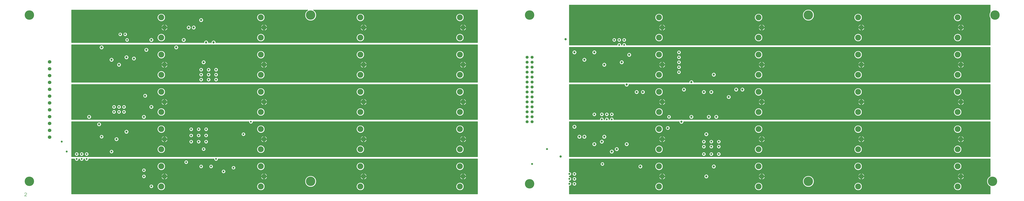
<source format=gbr>
G75*
G70*
%OFA0B0*%
%FSLAX24Y24*%
%IPPOS*%
%LPD*%
%AMOC8*
5,1,8,0,0,1.08239X$1,22.5*
%
%ADD10C,0.0080*%
%ADD11C,0.1004*%
%ADD12C,0.1181*%
%ADD13C,0.1895*%
%ADD14C,0.0709*%
%ADD15C,0.0590*%
%ADD16C,0.0455*%
%ADD17C,0.0396*%
%ADD18C,0.0150*%
D10*
X015149Y000721D02*
X015562Y001135D01*
X015562Y001239D01*
X015459Y001342D01*
X015252Y001342D01*
X015149Y001239D01*
X015149Y000721D02*
X015562Y000721D01*
D11*
X043238Y004681D03*
X063238Y004681D03*
X083238Y004681D03*
X103238Y004681D03*
X103238Y012181D03*
X083238Y012181D03*
X063238Y012181D03*
X043238Y012181D03*
X043238Y019681D03*
X063238Y019681D03*
X083238Y019681D03*
X103238Y019681D03*
X103238Y027181D03*
X083238Y027181D03*
X063238Y027181D03*
X043238Y027181D03*
X043238Y034681D03*
X063238Y034681D03*
X083238Y034681D03*
X103238Y034681D03*
X143238Y034681D03*
X163238Y034681D03*
X183238Y034681D03*
X203238Y034681D03*
X203238Y027181D03*
X183238Y027181D03*
X163238Y027181D03*
X143238Y027181D03*
X143238Y019681D03*
X163238Y019681D03*
X183238Y019681D03*
X203238Y019681D03*
X203238Y012181D03*
X183238Y012181D03*
X163238Y012181D03*
X143238Y012181D03*
X143238Y004681D03*
X163238Y004681D03*
X183238Y004681D03*
X203238Y004681D03*
D12*
X202609Y002654D03*
X182609Y002654D03*
X162609Y002654D03*
X162609Y006709D03*
X162609Y010154D03*
X182609Y010154D03*
X182609Y006709D03*
X202609Y006709D03*
X202609Y010154D03*
X202609Y014209D03*
X202609Y017654D03*
X182609Y017654D03*
X182609Y014209D03*
X162609Y014209D03*
X162609Y017654D03*
X162609Y021709D03*
X162609Y025154D03*
X182609Y025154D03*
X182609Y021709D03*
X202609Y021709D03*
X202609Y025154D03*
X202609Y029209D03*
X202609Y032654D03*
X182609Y032654D03*
X182609Y029209D03*
X162609Y029209D03*
X162609Y032654D03*
X162609Y036709D03*
X182609Y036709D03*
X202609Y036709D03*
X142609Y036709D03*
X142609Y032654D03*
X142609Y029209D03*
X142609Y025154D03*
X142609Y021709D03*
X142609Y017654D03*
X142609Y014209D03*
X142609Y010154D03*
X142609Y006709D03*
X142609Y002654D03*
X102609Y002654D03*
X102609Y006709D03*
X102609Y010154D03*
X102609Y014209D03*
X102609Y017654D03*
X102609Y021709D03*
X102609Y025154D03*
X102609Y029209D03*
X102609Y032654D03*
X102609Y036709D03*
X082609Y036709D03*
X062609Y036709D03*
X062609Y032654D03*
X062609Y029209D03*
X082609Y029209D03*
X082609Y032654D03*
X082609Y025154D03*
X082609Y021709D03*
X062609Y021709D03*
X062609Y025154D03*
X042609Y025154D03*
X042609Y021709D03*
X042609Y017654D03*
X042609Y014209D03*
X042609Y010154D03*
X042609Y006709D03*
X042609Y002654D03*
X062609Y002654D03*
X082609Y002654D03*
X082609Y006709D03*
X082609Y010154D03*
X062609Y010154D03*
X062609Y006709D03*
X062609Y014209D03*
X062609Y017654D03*
X082609Y017654D03*
X082609Y014209D03*
X042609Y029209D03*
X042609Y032654D03*
X042609Y036709D03*
D13*
X016109Y037181D03*
X072609Y037181D03*
X116609Y037181D03*
X172609Y037181D03*
X210109Y037181D03*
X209609Y003681D03*
X172609Y003681D03*
X116609Y003181D03*
X072609Y003681D03*
X016109Y003681D03*
D14*
X020187Y012583D03*
X020187Y013961D03*
X020187Y015339D03*
X020187Y016717D03*
X020187Y018095D03*
X020187Y019473D03*
X020187Y020851D03*
X020187Y022229D03*
X020187Y023607D03*
X020187Y024985D03*
X020187Y026363D03*
X020187Y027740D03*
D15*
X116109Y027681D03*
X117109Y027681D03*
X117109Y026681D03*
X116109Y026681D03*
X116109Y025681D03*
X117109Y025681D03*
X117109Y024681D03*
X116109Y024681D03*
X116109Y023681D03*
X117109Y023681D03*
X117109Y022681D03*
X116109Y022681D03*
X116109Y021681D03*
X117109Y021681D03*
X117109Y020681D03*
X116109Y020681D03*
X116109Y019681D03*
X117109Y019681D03*
X117109Y018681D03*
X116109Y018681D03*
X116109Y017681D03*
X117109Y017681D03*
X117109Y016681D03*
X116109Y016681D03*
X116109Y015681D03*
X117109Y015681D03*
X117109Y028681D03*
X116109Y028681D03*
D16*
X125609Y029681D03*
X129609Y029681D03*
X136609Y029181D03*
X135109Y027681D03*
X131609Y027181D03*
X127609Y028181D03*
X123859Y032306D03*
X153609Y025181D03*
X149109Y023681D03*
X147609Y022181D03*
X151609Y021681D03*
X153109Y021681D03*
X156609Y020681D03*
X158109Y022181D03*
X159359Y022181D03*
X139359Y021681D03*
X138109Y021681D03*
X136109Y023181D03*
X149109Y016681D03*
X152609Y016681D03*
X154109Y016681D03*
X147109Y015681D03*
X144359Y014431D03*
X152109Y013181D03*
X136109Y011181D03*
X134109Y010181D03*
X133109Y009681D03*
X129609Y011181D03*
X131109Y011681D03*
X131609Y012681D03*
X127609Y012681D03*
X126609Y012681D03*
X125609Y014681D03*
X122859Y008681D03*
X138859Y006681D03*
X152109Y004681D03*
X153609Y006681D03*
X051109Y027681D03*
X039609Y030181D03*
X035609Y028681D03*
X037109Y028431D03*
X032609Y028181D03*
X034109Y027181D03*
X030609Y030681D03*
X040609Y032181D03*
X045609Y030681D03*
X047109Y032181D03*
X051609Y031681D03*
X053109Y031681D03*
X049109Y034681D03*
X048109Y034681D03*
X050609Y036181D03*
X039359Y020931D03*
X040609Y018681D03*
X039109Y016681D03*
X030109Y015181D03*
X028109Y016681D03*
X035609Y013681D03*
X033609Y012181D03*
D17*
X030609Y012681D03*
X022609Y011681D03*
X023609Y009681D03*
X025609Y009181D03*
X026609Y009181D03*
X027609Y009181D03*
X027609Y008181D03*
X026609Y008181D03*
X025609Y008181D03*
X032609Y009681D03*
X047609Y007556D03*
X050609Y006681D03*
X052609Y006681D03*
X055109Y005681D03*
X057109Y006431D03*
X053609Y008181D03*
X053609Y009181D03*
X052734Y009181D03*
X051109Y010181D03*
X051609Y011681D03*
X050109Y011681D03*
X048609Y011681D03*
X048609Y012931D03*
X050109Y012931D03*
X051609Y012931D03*
X051609Y014181D03*
X050109Y014181D03*
X048609Y014181D03*
X059109Y013181D03*
X060609Y015681D03*
X035109Y017681D03*
X034109Y017681D03*
X033109Y017681D03*
X033109Y018681D03*
X034109Y018681D03*
X035109Y018681D03*
X032109Y020681D03*
X030609Y020681D03*
X029109Y020681D03*
X029109Y021681D03*
X030609Y021681D03*
X032109Y021681D03*
X032109Y022681D03*
X030609Y022681D03*
X029109Y022681D03*
X050609Y024181D03*
X052109Y024181D03*
X053609Y024181D03*
X053609Y025181D03*
X052109Y025181D03*
X050609Y025181D03*
X050609Y026181D03*
X052109Y026181D03*
X053609Y026181D03*
X049484Y028681D03*
X049484Y029681D03*
X050234Y029681D03*
X050234Y030681D03*
X049484Y030681D03*
X035734Y032181D03*
X035359Y033306D03*
X034359Y033306D03*
X034609Y035181D03*
X033109Y035181D03*
X031609Y035181D03*
X031609Y036181D03*
X033109Y036181D03*
X034609Y036181D03*
X034609Y037181D03*
X033109Y037181D03*
X031609Y037181D03*
X126609Y021181D03*
X128109Y021181D03*
X129609Y021181D03*
X129609Y019931D03*
X128109Y019931D03*
X126609Y019931D03*
X126609Y018681D03*
X128109Y018681D03*
X129609Y018681D03*
X129609Y017181D03*
X131109Y017181D03*
X132109Y017181D03*
X133109Y017181D03*
X133109Y016181D03*
X132109Y016181D03*
X131109Y016181D03*
X144609Y016681D03*
X150859Y015181D03*
X149359Y014181D03*
X151109Y013181D03*
X147609Y013181D03*
X146109Y013181D03*
X146109Y011681D03*
X147609Y011681D03*
X151609Y011681D03*
X153109Y011681D03*
X154609Y011681D03*
X154609Y010681D03*
X153109Y010681D03*
X151609Y010681D03*
X147609Y009681D03*
X146109Y009681D03*
X151609Y009181D03*
X153109Y009181D03*
X154609Y009181D03*
X132109Y005681D03*
X130609Y005681D03*
X129109Y005681D03*
X125609Y005181D03*
X124609Y005181D03*
X124609Y004181D03*
X125609Y004181D03*
X129109Y004431D03*
X130609Y004431D03*
X132109Y004431D03*
X132109Y003181D03*
X130609Y003181D03*
X129109Y003181D03*
X125609Y003181D03*
X124609Y003181D03*
X131234Y007181D03*
X117109Y007181D03*
X120109Y010181D03*
X125109Y013181D03*
X158109Y024681D03*
X159109Y024681D03*
X160109Y024681D03*
X160109Y025681D03*
X159109Y025681D03*
X158109Y025681D03*
X146609Y025681D03*
X146609Y026681D03*
X146609Y027681D03*
X146609Y028681D03*
X146609Y029681D03*
X135609Y031181D03*
X134609Y031181D03*
X134609Y032181D03*
X135609Y032181D03*
X133609Y032181D03*
X133609Y033681D03*
X132109Y033681D03*
X130609Y033681D03*
X130609Y034681D03*
X132109Y034681D03*
X133609Y034681D03*
X133609Y035681D03*
X132109Y035681D03*
X130609Y035681D03*
X039109Y005931D03*
X039109Y004681D03*
X031609Y004431D03*
X030109Y004431D03*
X028609Y004431D03*
X028609Y003181D03*
X030109Y003181D03*
X031609Y003181D03*
X040609Y002681D03*
X031609Y005681D03*
X030109Y005681D03*
X028609Y005681D03*
D18*
X024609Y005678D02*
X038764Y005678D01*
X038750Y005692D02*
X038869Y005573D01*
X039024Y005508D01*
X039193Y005508D01*
X039348Y005573D01*
X039467Y005692D01*
X039532Y005847D01*
X039532Y006016D01*
X039467Y006171D01*
X039348Y006290D01*
X039193Y006354D01*
X039024Y006354D01*
X038869Y006290D01*
X038750Y006171D01*
X038685Y006016D01*
X038685Y005847D01*
X038750Y005692D01*
X038694Y005826D02*
X024609Y005826D01*
X024609Y005975D02*
X038685Y005975D01*
X038730Y006123D02*
X024609Y006123D01*
X024609Y006272D02*
X038850Y006272D01*
X039367Y006272D02*
X041907Y006272D01*
X041917Y006247D02*
X042146Y006018D01*
X042446Y005893D01*
X042771Y005893D01*
X043070Y006018D01*
X043300Y006247D01*
X043424Y006547D01*
X043424Y006871D01*
X043300Y007171D01*
X043070Y007400D01*
X042771Y007524D01*
X042446Y007524D01*
X042146Y007400D01*
X041917Y007171D01*
X041793Y006871D01*
X041793Y006547D01*
X041917Y006247D01*
X042041Y006123D02*
X039487Y006123D01*
X039532Y005975D02*
X042250Y005975D01*
X041845Y006420D02*
X024609Y006420D01*
X024609Y006569D02*
X041793Y006569D01*
X041793Y006717D02*
X024609Y006717D01*
X024609Y006866D02*
X041793Y006866D01*
X041852Y007014D02*
X024609Y007014D01*
X024609Y007163D02*
X041914Y007163D01*
X042058Y007311D02*
X024609Y007311D01*
X024609Y007460D02*
X042291Y007460D01*
X042926Y007460D02*
X047190Y007460D01*
X047185Y007472D02*
X047250Y007317D01*
X047369Y007198D01*
X047524Y007133D01*
X047693Y007133D01*
X047848Y007198D01*
X047967Y007317D01*
X048032Y007472D01*
X048032Y007641D01*
X047967Y007796D01*
X047848Y007915D01*
X047693Y007979D01*
X047524Y007979D01*
X047369Y007915D01*
X047250Y007796D01*
X047185Y007641D01*
X047185Y007472D01*
X047185Y007609D02*
X024609Y007609D01*
X024609Y007757D02*
X047234Y007757D01*
X047359Y007906D02*
X027931Y007906D01*
X027967Y007942D02*
X028032Y008097D01*
X028032Y008181D01*
X053185Y008181D01*
X053185Y008097D01*
X053250Y007942D01*
X053369Y007823D01*
X053524Y007758D01*
X053693Y007758D01*
X053848Y007823D01*
X053967Y007942D01*
X054032Y008097D01*
X054032Y008181D01*
X106109Y008181D01*
X106109Y001181D01*
X024609Y001181D01*
X024609Y008181D01*
X025185Y008181D01*
X025185Y008097D01*
X025250Y007942D01*
X025369Y007823D01*
X025524Y007758D01*
X025693Y007758D01*
X025848Y007823D01*
X025967Y007942D01*
X026032Y008097D01*
X026032Y008181D01*
X026185Y008181D01*
X026185Y008097D01*
X026250Y007942D01*
X026369Y007823D01*
X026524Y007758D01*
X026693Y007758D01*
X026848Y007823D01*
X026967Y007942D01*
X027032Y008097D01*
X027032Y008181D01*
X027185Y008181D01*
X027185Y008097D01*
X027250Y007942D01*
X027369Y007823D01*
X027524Y007758D01*
X027693Y007758D01*
X027848Y007823D01*
X027967Y007942D01*
X028014Y008054D02*
X053203Y008054D01*
X053286Y007906D02*
X047858Y007906D01*
X047983Y007757D02*
X106109Y007757D01*
X106109Y007609D02*
X048032Y007609D01*
X048026Y007460D02*
X062291Y007460D01*
X062146Y007400D02*
X061917Y007171D01*
X061793Y006871D01*
X061793Y006547D01*
X061917Y006247D01*
X062146Y006018D01*
X062446Y005893D01*
X062771Y005893D01*
X063070Y006018D01*
X063300Y006247D01*
X063424Y006547D01*
X063424Y006871D01*
X063300Y007171D01*
X063070Y007400D01*
X062771Y007524D01*
X062446Y007524D01*
X062146Y007400D01*
X062058Y007311D02*
X047962Y007311D01*
X047764Y007163D02*
X061914Y007163D01*
X061852Y007014D02*
X052874Y007014D01*
X052848Y007040D02*
X052693Y007104D01*
X052524Y007104D01*
X052369Y007040D01*
X052250Y006921D01*
X052185Y006766D01*
X052185Y006597D01*
X052250Y006442D01*
X052369Y006323D01*
X052524Y006258D01*
X052693Y006258D01*
X052848Y006323D01*
X052967Y006442D01*
X053032Y006597D01*
X053032Y006766D01*
X052967Y006921D01*
X052848Y007040D01*
X052990Y006866D02*
X061793Y006866D01*
X061793Y006717D02*
X057421Y006717D01*
X057467Y006671D02*
X057348Y006790D01*
X057193Y006854D01*
X057024Y006854D01*
X056869Y006790D01*
X056750Y006671D01*
X056685Y006516D01*
X056685Y006347D01*
X056750Y006192D01*
X056869Y006073D01*
X057024Y006008D01*
X057193Y006008D01*
X057348Y006073D01*
X057467Y006192D01*
X057532Y006347D01*
X057532Y006516D01*
X057467Y006671D01*
X057510Y006569D02*
X061793Y006569D01*
X061845Y006420D02*
X057532Y006420D01*
X057500Y006272D02*
X061907Y006272D01*
X062041Y006123D02*
X057399Y006123D01*
X056818Y006123D02*
X043176Y006123D01*
X043310Y006272D02*
X050492Y006272D01*
X050524Y006258D02*
X050693Y006258D01*
X050848Y006323D01*
X050967Y006442D01*
X051032Y006597D01*
X051032Y006766D01*
X050967Y006921D01*
X050848Y007040D01*
X050693Y007104D01*
X050524Y007104D01*
X050369Y007040D01*
X050250Y006921D01*
X050185Y006766D01*
X050185Y006597D01*
X050250Y006442D01*
X050369Y006323D01*
X050524Y006258D01*
X050725Y006272D02*
X052492Y006272D01*
X052725Y006272D02*
X056717Y006272D01*
X056685Y006420D02*
X052946Y006420D01*
X053020Y006569D02*
X056707Y006569D01*
X056796Y006717D02*
X053032Y006717D01*
X052343Y007014D02*
X050874Y007014D01*
X050990Y006866D02*
X052227Y006866D01*
X052185Y006717D02*
X051032Y006717D01*
X051020Y006569D02*
X052197Y006569D01*
X052271Y006420D02*
X050946Y006420D01*
X050271Y006420D02*
X043372Y006420D01*
X043424Y006569D02*
X050197Y006569D01*
X050185Y006717D02*
X043424Y006717D01*
X043424Y006866D02*
X050227Y006866D01*
X050343Y007014D02*
X043365Y007014D01*
X043303Y007163D02*
X047453Y007163D01*
X047255Y007311D02*
X043159Y007311D01*
X042967Y005975D02*
X054803Y005975D01*
X054750Y005921D02*
X054685Y005766D01*
X054685Y005597D01*
X054750Y005442D01*
X054869Y005323D01*
X055024Y005258D01*
X055193Y005258D01*
X055348Y005323D01*
X055467Y005442D01*
X055532Y005597D01*
X055532Y005766D01*
X055467Y005921D01*
X055348Y006040D01*
X055193Y006104D01*
X055024Y006104D01*
X054869Y006040D01*
X054750Y005921D01*
X054710Y005826D02*
X039523Y005826D01*
X039453Y005678D02*
X054685Y005678D01*
X054714Y005529D02*
X039243Y005529D01*
X038974Y005529D02*
X024609Y005529D01*
X024609Y005380D02*
X054811Y005380D01*
X055406Y005380D02*
X106109Y005380D01*
X106109Y005232D02*
X103645Y005232D01*
X103622Y005255D02*
X103812Y005065D01*
X103915Y004816D01*
X103915Y004756D01*
X103314Y004756D01*
X103314Y004606D01*
X103915Y004606D01*
X103915Y004547D01*
X103812Y004298D01*
X103622Y004108D01*
X103373Y004004D01*
X103313Y004004D01*
X103313Y004606D01*
X103163Y004606D01*
X102561Y004606D01*
X102561Y004547D01*
X102665Y004298D01*
X102855Y004108D01*
X103104Y004004D01*
X103163Y004004D01*
X103163Y004606D01*
X103163Y004756D01*
X102561Y004756D01*
X102561Y004816D01*
X102665Y005065D01*
X102855Y005255D01*
X103104Y005358D01*
X103163Y005358D01*
X103163Y004757D01*
X103313Y004757D01*
X103313Y005358D01*
X103373Y005358D01*
X103622Y005255D01*
X103794Y005083D02*
X106109Y005083D01*
X106109Y004935D02*
X103866Y004935D01*
X103915Y004786D02*
X106109Y004786D01*
X106109Y004638D02*
X103314Y004638D01*
X103313Y004786D02*
X103163Y004786D01*
X103163Y004638D02*
X083314Y004638D01*
X083314Y004606D02*
X083314Y004756D01*
X083915Y004756D01*
X083915Y004816D01*
X083812Y005065D01*
X083622Y005255D01*
X083373Y005358D01*
X083313Y005358D01*
X083313Y004757D01*
X083163Y004757D01*
X083163Y005358D01*
X083104Y005358D01*
X082855Y005255D01*
X082665Y005065D01*
X082561Y004816D01*
X082561Y004756D01*
X083163Y004756D01*
X083163Y004606D01*
X082561Y004606D01*
X082561Y004547D01*
X082665Y004298D01*
X082855Y004108D01*
X083104Y004004D01*
X083163Y004004D01*
X083163Y004606D01*
X083313Y004606D01*
X083313Y004004D01*
X083373Y004004D01*
X083622Y004108D01*
X083812Y004298D01*
X083915Y004547D01*
X083915Y004606D01*
X083314Y004606D01*
X083313Y004489D02*
X083163Y004489D01*
X083163Y004341D02*
X083313Y004341D01*
X083313Y004192D02*
X083163Y004192D01*
X083163Y004044D02*
X083313Y004044D01*
X083467Y004044D02*
X103009Y004044D01*
X103163Y004044D02*
X103313Y004044D01*
X103313Y004192D02*
X103163Y004192D01*
X103163Y004341D02*
X103313Y004341D01*
X103313Y004489D02*
X103163Y004489D01*
X103163Y004935D02*
X103313Y004935D01*
X103313Y005083D02*
X103163Y005083D01*
X103163Y005232D02*
X103313Y005232D01*
X102832Y005232D02*
X083645Y005232D01*
X083794Y005083D02*
X102683Y005083D01*
X102611Y004935D02*
X083866Y004935D01*
X083915Y004786D02*
X102561Y004786D01*
X102585Y004489D02*
X083891Y004489D01*
X083830Y004341D02*
X102647Y004341D01*
X102770Y004192D02*
X083706Y004192D01*
X083163Y004638D02*
X073297Y004638D01*
X073328Y004620D02*
X073061Y004774D01*
X072763Y004854D01*
X072454Y004854D01*
X072156Y004774D01*
X071889Y004620D01*
X071670Y004401D01*
X071516Y004134D01*
X071436Y003836D01*
X071436Y003527D01*
X071516Y003229D01*
X071670Y002961D01*
X071889Y002743D01*
X072156Y002589D01*
X072454Y002509D01*
X072763Y002509D01*
X073061Y002589D01*
X073328Y002743D01*
X073547Y002961D01*
X073701Y003229D01*
X073781Y003527D01*
X073781Y003836D01*
X073701Y004134D01*
X073547Y004401D01*
X073328Y004620D01*
X073459Y004489D02*
X082585Y004489D01*
X082647Y004341D02*
X073582Y004341D01*
X073668Y004192D02*
X082770Y004192D01*
X083009Y004044D02*
X073725Y004044D01*
X073765Y003895D02*
X106109Y003895D01*
X106109Y003746D02*
X073781Y003746D01*
X073781Y003598D02*
X106109Y003598D01*
X106109Y003449D02*
X102819Y003449D01*
X102771Y003469D02*
X102446Y003469D01*
X102146Y003345D01*
X101917Y003116D01*
X101793Y002816D01*
X101793Y002492D01*
X101917Y002192D01*
X102146Y001962D01*
X102446Y001838D01*
X102771Y001838D01*
X103070Y001962D01*
X103300Y002192D01*
X103424Y002492D01*
X103424Y002816D01*
X103300Y003116D01*
X103070Y003345D01*
X102771Y003469D01*
X102398Y003449D02*
X082819Y003449D01*
X082771Y003469D02*
X082446Y003469D01*
X082146Y003345D01*
X081917Y003116D01*
X081793Y002816D01*
X081793Y002492D01*
X081917Y002192D01*
X082146Y001962D01*
X082446Y001838D01*
X082771Y001838D01*
X083070Y001962D01*
X083300Y002192D01*
X083424Y002492D01*
X083424Y002816D01*
X083300Y003116D01*
X083070Y003345D01*
X082771Y003469D01*
X082398Y003449D02*
X073760Y003449D01*
X073720Y003301D02*
X082102Y003301D01*
X081954Y003152D02*
X073657Y003152D01*
X073571Y003004D02*
X081871Y003004D01*
X081809Y002855D02*
X073440Y002855D01*
X073265Y002707D02*
X081793Y002707D01*
X081793Y002558D02*
X072946Y002558D01*
X072271Y002558D02*
X063424Y002558D01*
X063424Y002492D02*
X063300Y002192D01*
X063070Y001962D01*
X062771Y001838D01*
X062446Y001838D01*
X062146Y001962D01*
X061917Y002192D01*
X061793Y002492D01*
X061793Y002816D01*
X061917Y003116D01*
X062146Y003345D01*
X062446Y003469D01*
X062771Y003469D01*
X063070Y003345D01*
X063300Y003116D01*
X063424Y002816D01*
X063424Y002492D01*
X063390Y002410D02*
X081827Y002410D01*
X081888Y002261D02*
X063328Y002261D01*
X063220Y002112D02*
X081996Y002112D01*
X082145Y001964D02*
X063072Y001964D01*
X062145Y001964D02*
X043072Y001964D01*
X043070Y001962D02*
X043300Y002192D01*
X043424Y002492D01*
X043424Y002816D01*
X043300Y003116D01*
X043070Y003345D01*
X042771Y003469D01*
X042446Y003469D01*
X042146Y003345D01*
X041917Y003116D01*
X041793Y002816D01*
X041793Y002492D01*
X041917Y002192D01*
X042146Y001962D01*
X042446Y001838D01*
X042771Y001838D01*
X043070Y001962D01*
X043220Y002112D02*
X061996Y002112D01*
X061888Y002261D02*
X043328Y002261D01*
X043390Y002410D02*
X061827Y002410D01*
X061793Y002558D02*
X043424Y002558D01*
X043424Y002707D02*
X061793Y002707D01*
X061809Y002855D02*
X043408Y002855D01*
X043346Y003004D02*
X061871Y003004D01*
X061954Y003152D02*
X043263Y003152D01*
X043115Y003301D02*
X062102Y003301D01*
X062398Y003449D02*
X042819Y003449D01*
X042398Y003449D02*
X024609Y003449D01*
X024609Y003301D02*
X042102Y003301D01*
X041954Y003152D02*
X024609Y003152D01*
X024609Y003004D02*
X040332Y003004D01*
X040369Y003040D02*
X040250Y002921D01*
X040185Y002766D01*
X040185Y002597D01*
X040250Y002442D01*
X040369Y002323D01*
X040524Y002258D01*
X040693Y002258D01*
X040848Y002323D01*
X040967Y002442D01*
X041032Y002597D01*
X041032Y002766D01*
X040967Y002921D01*
X040848Y003040D01*
X040693Y003104D01*
X040524Y003104D01*
X040369Y003040D01*
X040223Y002855D02*
X024609Y002855D01*
X024609Y002707D02*
X040185Y002707D01*
X040202Y002558D02*
X024609Y002558D01*
X024609Y002410D02*
X040282Y002410D01*
X040518Y002261D02*
X024609Y002261D01*
X024609Y002112D02*
X041996Y002112D01*
X041888Y002261D02*
X040699Y002261D01*
X040935Y002410D02*
X041827Y002410D01*
X041793Y002558D02*
X041015Y002558D01*
X041032Y002707D02*
X041793Y002707D01*
X041809Y002855D02*
X040994Y002855D01*
X040884Y003004D02*
X041871Y003004D01*
X042855Y004108D02*
X043104Y004004D01*
X043163Y004004D01*
X043163Y004606D01*
X042561Y004606D01*
X042561Y004547D01*
X042665Y004298D01*
X042855Y004108D01*
X042770Y004192D02*
X024609Y004192D01*
X024609Y004044D02*
X043009Y004044D01*
X043163Y004044D02*
X043313Y004044D01*
X043313Y004004D02*
X043373Y004004D01*
X043622Y004108D01*
X043812Y004298D01*
X043915Y004547D01*
X043915Y004606D01*
X043314Y004606D01*
X043314Y004756D01*
X043915Y004756D01*
X043915Y004816D01*
X043812Y005065D01*
X043622Y005255D01*
X043373Y005358D01*
X043313Y005358D01*
X043313Y004757D01*
X043163Y004757D01*
X043163Y005358D01*
X043104Y005358D01*
X042855Y005255D01*
X042665Y005065D01*
X042561Y004816D01*
X042561Y004756D01*
X043163Y004756D01*
X043163Y004606D01*
X043313Y004606D01*
X043313Y004004D01*
X043467Y004044D02*
X063009Y004044D01*
X063104Y004004D02*
X062855Y004108D01*
X062665Y004298D01*
X062561Y004547D01*
X062561Y004606D01*
X063163Y004606D01*
X063163Y004756D01*
X062561Y004756D01*
X062561Y004816D01*
X062665Y005065D01*
X062855Y005255D01*
X063104Y005358D01*
X063163Y005358D01*
X063163Y004757D01*
X063313Y004757D01*
X063313Y005358D01*
X063373Y005358D01*
X063622Y005255D01*
X063812Y005065D01*
X063915Y004816D01*
X063915Y004756D01*
X063314Y004756D01*
X063314Y004606D01*
X063915Y004606D01*
X063915Y004547D01*
X063812Y004298D01*
X063622Y004108D01*
X063373Y004004D01*
X063313Y004004D01*
X063313Y004606D01*
X063163Y004606D01*
X063163Y004004D01*
X063104Y004004D01*
X063163Y004044D02*
X063313Y004044D01*
X063313Y004192D02*
X063163Y004192D01*
X063163Y004341D02*
X063313Y004341D01*
X063313Y004489D02*
X063163Y004489D01*
X063163Y004638D02*
X043314Y004638D01*
X043313Y004786D02*
X043163Y004786D01*
X043163Y004638D02*
X039532Y004638D01*
X039532Y004597D02*
X039467Y004442D01*
X039348Y004323D01*
X039193Y004258D01*
X039024Y004258D01*
X038869Y004323D01*
X038750Y004442D01*
X038685Y004597D01*
X038685Y004766D01*
X038750Y004921D01*
X038869Y005040D01*
X039024Y005104D01*
X039193Y005104D01*
X039348Y005040D01*
X039467Y004921D01*
X039532Y004766D01*
X039532Y004597D01*
X039487Y004489D02*
X042585Y004489D01*
X042647Y004341D02*
X039366Y004341D01*
X039523Y004786D02*
X042561Y004786D01*
X042611Y004935D02*
X039453Y004935D01*
X039244Y005083D02*
X042683Y005083D01*
X042832Y005232D02*
X024609Y005232D01*
X024609Y005083D02*
X038973Y005083D01*
X038764Y004935D02*
X024609Y004935D01*
X024609Y004786D02*
X038694Y004786D01*
X038685Y004638D02*
X024609Y004638D01*
X024609Y004489D02*
X038730Y004489D01*
X038851Y004341D02*
X024609Y004341D01*
X024609Y003895D02*
X071452Y003895D01*
X071436Y003746D02*
X024609Y003746D01*
X024609Y003598D02*
X071436Y003598D01*
X071457Y003449D02*
X062819Y003449D01*
X063115Y003301D02*
X071497Y003301D01*
X071560Y003152D02*
X063263Y003152D01*
X063346Y003004D02*
X071646Y003004D01*
X071777Y002855D02*
X063408Y002855D01*
X063424Y002707D02*
X071952Y002707D01*
X071492Y004044D02*
X063467Y004044D01*
X063706Y004192D02*
X071549Y004192D01*
X071635Y004341D02*
X063830Y004341D01*
X063891Y004489D02*
X071758Y004489D01*
X071920Y004638D02*
X063314Y004638D01*
X063313Y004786D02*
X063163Y004786D01*
X063163Y004935D02*
X063313Y004935D01*
X063313Y005083D02*
X063163Y005083D01*
X063163Y005232D02*
X063313Y005232D01*
X063645Y005232D02*
X082832Y005232D01*
X082683Y005083D02*
X063794Y005083D01*
X063866Y004935D02*
X082611Y004935D01*
X082561Y004786D02*
X073015Y004786D01*
X072202Y004786D02*
X063915Y004786D01*
X062832Y005232D02*
X043645Y005232D01*
X043794Y005083D02*
X062683Y005083D01*
X062611Y004935D02*
X043866Y004935D01*
X043915Y004786D02*
X062561Y004786D01*
X062585Y004489D02*
X043891Y004489D01*
X043830Y004341D02*
X062647Y004341D01*
X062770Y004192D02*
X043706Y004192D01*
X043313Y004192D02*
X043163Y004192D01*
X043163Y004341D02*
X043313Y004341D01*
X043313Y004489D02*
X043163Y004489D01*
X043163Y004935D02*
X043313Y004935D01*
X043313Y005083D02*
X043163Y005083D01*
X043163Y005232D02*
X043313Y005232D01*
X055414Y005975D02*
X062250Y005975D01*
X062967Y005975D02*
X082250Y005975D01*
X082146Y006018D02*
X082446Y005893D01*
X082771Y005893D01*
X083070Y006018D01*
X083300Y006247D01*
X083424Y006547D01*
X083424Y006871D01*
X083300Y007171D01*
X083070Y007400D01*
X082771Y007524D01*
X082446Y007524D01*
X082146Y007400D01*
X081917Y007171D01*
X081793Y006871D01*
X081793Y006547D01*
X081917Y006247D01*
X082146Y006018D01*
X082041Y006123D02*
X063176Y006123D01*
X063310Y006272D02*
X081907Y006272D01*
X081845Y006420D02*
X063372Y006420D01*
X063424Y006569D02*
X081793Y006569D01*
X081793Y006717D02*
X063424Y006717D01*
X063424Y006866D02*
X081793Y006866D01*
X081852Y007014D02*
X063365Y007014D01*
X063303Y007163D02*
X081914Y007163D01*
X082058Y007311D02*
X063159Y007311D01*
X062926Y007460D02*
X082291Y007460D01*
X082926Y007460D02*
X102291Y007460D01*
X102146Y007400D02*
X101917Y007171D01*
X101793Y006871D01*
X101793Y006547D01*
X101917Y006247D01*
X102146Y006018D01*
X102446Y005893D01*
X102771Y005893D01*
X103070Y006018D01*
X103300Y006247D01*
X103424Y006547D01*
X103424Y006871D01*
X103300Y007171D01*
X103070Y007400D01*
X102771Y007524D01*
X102446Y007524D01*
X102146Y007400D01*
X102058Y007311D02*
X083159Y007311D01*
X083303Y007163D02*
X101914Y007163D01*
X101852Y007014D02*
X083365Y007014D01*
X083424Y006866D02*
X101793Y006866D01*
X101793Y006717D02*
X083424Y006717D01*
X083424Y006569D02*
X101793Y006569D01*
X101845Y006420D02*
X083372Y006420D01*
X083310Y006272D02*
X101907Y006272D01*
X102041Y006123D02*
X083176Y006123D01*
X082967Y005975D02*
X102250Y005975D01*
X102967Y005975D02*
X106109Y005975D01*
X106109Y006123D02*
X103176Y006123D01*
X103310Y006272D02*
X106109Y006272D01*
X106109Y006420D02*
X103372Y006420D01*
X103424Y006569D02*
X106109Y006569D01*
X106109Y006717D02*
X103424Y006717D01*
X103424Y006866D02*
X106109Y006866D01*
X106109Y007014D02*
X103365Y007014D01*
X103303Y007163D02*
X106109Y007163D01*
X106109Y007311D02*
X103159Y007311D01*
X102926Y007460D02*
X106109Y007460D01*
X106109Y007906D02*
X053931Y007906D01*
X054014Y008054D02*
X106109Y008054D01*
X106109Y008681D02*
X024609Y008681D01*
X024609Y015681D01*
X060185Y015681D01*
X060185Y015597D01*
X060250Y015442D01*
X060369Y015323D01*
X060524Y015258D01*
X060693Y015258D01*
X060848Y015323D01*
X060967Y015442D01*
X061032Y015597D01*
X061032Y015681D01*
X106109Y015681D01*
X106109Y008681D01*
X106109Y008797D02*
X027786Y008797D01*
X027848Y008823D02*
X027967Y008942D01*
X028032Y009097D01*
X028032Y009266D01*
X027967Y009421D01*
X027848Y009540D01*
X027693Y009604D01*
X027524Y009604D01*
X027369Y009540D01*
X027250Y009421D01*
X027185Y009266D01*
X027185Y009097D01*
X027250Y008942D01*
X027369Y008823D01*
X027524Y008758D01*
X027693Y008758D01*
X027848Y008823D01*
X027969Y008945D02*
X106109Y008945D01*
X106109Y009094D02*
X028030Y009094D01*
X028032Y009243D02*
X106109Y009243D01*
X106109Y009391D02*
X102898Y009391D01*
X102771Y009338D02*
X103070Y009462D01*
X103300Y009692D01*
X103424Y009992D01*
X103424Y010316D01*
X103300Y010616D01*
X103070Y010845D01*
X102771Y010969D01*
X102446Y010969D01*
X102146Y010845D01*
X101917Y010616D01*
X101793Y010316D01*
X101793Y009992D01*
X101917Y009692D01*
X102146Y009462D01*
X102446Y009338D01*
X102771Y009338D01*
X103148Y009540D02*
X106109Y009540D01*
X106109Y009688D02*
X103296Y009688D01*
X103360Y009837D02*
X106109Y009837D01*
X106109Y009985D02*
X103421Y009985D01*
X103424Y010134D02*
X106109Y010134D01*
X106109Y010282D02*
X103424Y010282D01*
X103376Y010431D02*
X106109Y010431D01*
X106109Y010579D02*
X103315Y010579D01*
X103188Y010728D02*
X106109Y010728D01*
X106109Y010877D02*
X102995Y010877D01*
X102222Y010877D02*
X082995Y010877D01*
X083070Y010845D02*
X082771Y010969D01*
X082446Y010969D01*
X082146Y010845D01*
X081917Y010616D01*
X081793Y010316D01*
X081793Y009992D01*
X081917Y009692D01*
X082146Y009462D01*
X082446Y009338D01*
X082771Y009338D01*
X083070Y009462D01*
X083300Y009692D01*
X083424Y009992D01*
X083424Y010316D01*
X083300Y010616D01*
X083070Y010845D01*
X083188Y010728D02*
X102029Y010728D01*
X101902Y010579D02*
X083315Y010579D01*
X083376Y010431D02*
X101841Y010431D01*
X101793Y010282D02*
X083424Y010282D01*
X083424Y010134D02*
X101793Y010134D01*
X101796Y009985D02*
X083421Y009985D01*
X083360Y009837D02*
X101857Y009837D01*
X101921Y009688D02*
X083296Y009688D01*
X083148Y009540D02*
X102069Y009540D01*
X102319Y009391D02*
X082898Y009391D01*
X082319Y009391D02*
X062898Y009391D01*
X062771Y009338D02*
X063070Y009462D01*
X063300Y009692D01*
X063424Y009992D01*
X063424Y010316D01*
X063300Y010616D01*
X063070Y010845D01*
X062771Y010969D01*
X062446Y010969D01*
X062146Y010845D01*
X061917Y010616D01*
X061793Y010316D01*
X061793Y009992D01*
X061917Y009692D01*
X062146Y009462D01*
X062446Y009338D01*
X062771Y009338D01*
X063148Y009540D02*
X082069Y009540D01*
X081921Y009688D02*
X063296Y009688D01*
X063360Y009837D02*
X081857Y009837D01*
X081796Y009985D02*
X063421Y009985D01*
X063424Y010134D02*
X081793Y010134D01*
X081793Y010282D02*
X063424Y010282D01*
X063376Y010431D02*
X081841Y010431D01*
X081902Y010579D02*
X063315Y010579D01*
X063188Y010728D02*
X082029Y010728D01*
X082222Y010877D02*
X062995Y010877D01*
X062222Y010877D02*
X042995Y010877D01*
X043070Y010845D02*
X042771Y010969D01*
X042446Y010969D01*
X042146Y010845D01*
X041917Y010616D01*
X041793Y010316D01*
X041793Y009992D01*
X041917Y009692D01*
X042146Y009462D01*
X042446Y009338D01*
X042771Y009338D01*
X043070Y009462D01*
X043300Y009692D01*
X043424Y009992D01*
X043424Y010316D01*
X043300Y010616D01*
X043070Y010845D01*
X043188Y010728D02*
X062029Y010728D01*
X061902Y010579D02*
X051253Y010579D01*
X051193Y010604D02*
X051024Y010604D01*
X050869Y010540D01*
X050750Y010421D01*
X050685Y010266D01*
X050685Y010097D01*
X050750Y009942D01*
X050869Y009823D01*
X051024Y009758D01*
X051193Y009758D01*
X051348Y009823D01*
X051467Y009942D01*
X051532Y010097D01*
X051532Y010266D01*
X051467Y010421D01*
X051348Y010540D01*
X051193Y010604D01*
X050964Y010579D02*
X043315Y010579D01*
X043376Y010431D02*
X050760Y010431D01*
X050692Y010282D02*
X043424Y010282D01*
X043424Y010134D02*
X050685Y010134D01*
X050732Y009985D02*
X043421Y009985D01*
X043360Y009837D02*
X050855Y009837D01*
X051362Y009837D02*
X061857Y009837D01*
X061796Y009985D02*
X051485Y009985D01*
X051532Y010134D02*
X061793Y010134D01*
X061793Y010282D02*
X051525Y010282D01*
X051457Y010431D02*
X061841Y010431D01*
X061921Y009688D02*
X043296Y009688D01*
X043148Y009540D02*
X062069Y009540D01*
X062319Y009391D02*
X042898Y009391D01*
X042319Y009391D02*
X032917Y009391D01*
X032967Y009442D02*
X033032Y009597D01*
X033032Y009766D01*
X032967Y009921D01*
X032848Y010040D01*
X032693Y010104D01*
X032524Y010104D01*
X032369Y010040D01*
X032250Y009921D01*
X032185Y009766D01*
X032185Y009597D01*
X032250Y009442D01*
X032369Y009323D01*
X032524Y009258D01*
X032693Y009258D01*
X032848Y009323D01*
X032967Y009442D01*
X033008Y009540D02*
X042069Y009540D01*
X041921Y009688D02*
X033032Y009688D01*
X033002Y009837D02*
X041857Y009837D01*
X041796Y009985D02*
X032903Y009985D01*
X032314Y009985D02*
X024609Y009985D01*
X024609Y009837D02*
X032215Y009837D01*
X032185Y009688D02*
X024609Y009688D01*
X024609Y009540D02*
X025368Y009540D01*
X025369Y009540D02*
X025250Y009421D01*
X025185Y009266D01*
X025185Y009097D01*
X025250Y008942D01*
X025369Y008823D01*
X025524Y008758D01*
X025693Y008758D01*
X025848Y008823D01*
X025967Y008942D01*
X026032Y009097D01*
X026032Y009266D01*
X025967Y009421D01*
X025848Y009540D01*
X025693Y009604D01*
X025524Y009604D01*
X025369Y009540D01*
X025237Y009391D02*
X024609Y009391D01*
X024609Y009243D02*
X025185Y009243D01*
X025187Y009094D02*
X024609Y009094D01*
X024609Y008945D02*
X025248Y008945D01*
X025431Y008797D02*
X024609Y008797D01*
X025786Y008797D02*
X026431Y008797D01*
X026369Y008823D02*
X026524Y008758D01*
X026693Y008758D01*
X026848Y008823D01*
X026967Y008942D01*
X027032Y009097D01*
X027032Y009266D01*
X026967Y009421D01*
X026848Y009540D01*
X026693Y009604D01*
X026524Y009604D01*
X026369Y009540D01*
X026250Y009421D01*
X026185Y009266D01*
X026185Y009097D01*
X026250Y008942D01*
X026369Y008823D01*
X026248Y008945D02*
X025969Y008945D01*
X026030Y009094D02*
X026187Y009094D01*
X026185Y009243D02*
X026032Y009243D01*
X025980Y009391D02*
X026237Y009391D01*
X026368Y009540D02*
X025849Y009540D01*
X026849Y009540D02*
X027368Y009540D01*
X027237Y009391D02*
X026980Y009391D01*
X027032Y009243D02*
X027185Y009243D01*
X027187Y009094D02*
X027030Y009094D01*
X026969Y008945D02*
X027248Y008945D01*
X027431Y008797D02*
X026786Y008797D01*
X027014Y008054D02*
X027203Y008054D01*
X027286Y007906D02*
X026931Y007906D01*
X026286Y007906D02*
X025931Y007906D01*
X026014Y008054D02*
X026203Y008054D01*
X025286Y007906D02*
X024609Y007906D01*
X024609Y008054D02*
X025203Y008054D01*
X027849Y009540D02*
X032209Y009540D01*
X032300Y009391D02*
X027980Y009391D01*
X024609Y010134D02*
X041793Y010134D01*
X041793Y010282D02*
X024609Y010282D01*
X024609Y010431D02*
X041841Y010431D01*
X041902Y010579D02*
X024609Y010579D01*
X024609Y010728D02*
X042029Y010728D01*
X042222Y010877D02*
X024609Y010877D01*
X024609Y011025D02*
X106109Y011025D01*
X106109Y011174D02*
X024609Y011174D01*
X024609Y011322D02*
X048370Y011322D01*
X048369Y011323D02*
X048524Y011258D01*
X048693Y011258D01*
X048848Y011323D01*
X048967Y011442D01*
X049032Y011597D01*
X049032Y011766D01*
X048967Y011921D01*
X048848Y012040D01*
X048693Y012104D01*
X048524Y012104D01*
X048369Y012040D01*
X048250Y011921D01*
X048185Y011766D01*
X048185Y011597D01*
X048250Y011442D01*
X048369Y011323D01*
X048238Y011471D02*
X024609Y011471D01*
X024609Y011619D02*
X042843Y011619D01*
X042855Y011608D02*
X043104Y011504D01*
X043163Y011504D01*
X043163Y012106D01*
X042561Y012106D01*
X042561Y012047D01*
X042665Y011798D01*
X042855Y011608D01*
X042695Y011768D02*
X033793Y011768D01*
X033865Y011798D02*
X033992Y011925D01*
X034061Y012091D01*
X034061Y012271D01*
X033992Y012438D01*
X033865Y012565D01*
X033699Y012634D01*
X033518Y012634D01*
X033352Y012565D01*
X033225Y012438D01*
X033156Y012271D01*
X033156Y012091D01*
X033225Y011925D01*
X033352Y011798D01*
X033518Y011729D01*
X033699Y011729D01*
X033865Y011798D01*
X033984Y011916D02*
X042615Y011916D01*
X042561Y012065D02*
X034050Y012065D01*
X034061Y012213D02*
X043163Y012213D01*
X043163Y012256D02*
X043163Y012106D01*
X043313Y012106D01*
X043313Y011504D01*
X043373Y011504D01*
X043622Y011608D01*
X043812Y011798D01*
X043915Y012047D01*
X043915Y012106D01*
X043314Y012106D01*
X043314Y012256D01*
X043915Y012256D01*
X043915Y012316D01*
X043812Y012565D01*
X043622Y012755D01*
X043373Y012858D01*
X043313Y012858D01*
X043313Y012257D01*
X043163Y012257D01*
X043163Y012858D01*
X043104Y012858D01*
X042855Y012755D01*
X042665Y012565D01*
X042561Y012316D01*
X042561Y012256D01*
X043163Y012256D01*
X043163Y012362D02*
X043313Y012362D01*
X043313Y012511D02*
X043163Y012511D01*
X043163Y012659D02*
X043313Y012659D01*
X043313Y012808D02*
X043163Y012808D01*
X042981Y012808D02*
X031014Y012808D01*
X031032Y012766D02*
X030967Y012921D01*
X030848Y013040D01*
X030693Y013104D01*
X030524Y013104D01*
X030369Y013040D01*
X030250Y012921D01*
X030185Y012766D01*
X030185Y012597D01*
X030250Y012442D01*
X030369Y012323D01*
X030524Y012258D01*
X030693Y012258D01*
X030848Y012323D01*
X030967Y012442D01*
X031032Y012597D01*
X031032Y012766D01*
X031032Y012659D02*
X042759Y012659D01*
X042642Y012511D02*
X033919Y012511D01*
X034024Y012362D02*
X042581Y012362D01*
X043163Y012065D02*
X043313Y012065D01*
X043314Y012213D02*
X063163Y012213D01*
X063163Y012256D02*
X063163Y012106D01*
X062561Y012106D01*
X062561Y012047D01*
X062665Y011798D01*
X062855Y011608D01*
X063104Y011504D01*
X063163Y011504D01*
X063163Y012106D01*
X063313Y012106D01*
X063313Y011504D01*
X063373Y011504D01*
X063622Y011608D01*
X063812Y011798D01*
X063915Y012047D01*
X063915Y012106D01*
X063314Y012106D01*
X063314Y012256D01*
X063915Y012256D01*
X063915Y012316D01*
X063812Y012565D01*
X063622Y012755D01*
X063373Y012858D01*
X063313Y012858D01*
X063313Y012257D01*
X063163Y012257D01*
X063163Y012858D01*
X063104Y012858D01*
X062855Y012755D01*
X062665Y012565D01*
X062561Y012316D01*
X062561Y012256D01*
X063163Y012256D01*
X063163Y012362D02*
X063313Y012362D01*
X063313Y012511D02*
X063163Y012511D01*
X063163Y012659D02*
X063313Y012659D01*
X063313Y012808D02*
X063163Y012808D01*
X062981Y012808D02*
X059312Y012808D01*
X059348Y012823D02*
X059467Y012942D01*
X059532Y013097D01*
X059532Y013266D01*
X059467Y013421D01*
X059348Y013540D01*
X059193Y013604D01*
X059024Y013604D01*
X058869Y013540D01*
X058750Y013421D01*
X058685Y013266D01*
X058685Y013097D01*
X058750Y012942D01*
X058869Y012823D01*
X059024Y012758D01*
X059193Y012758D01*
X059348Y012823D01*
X059473Y012956D02*
X106109Y012956D01*
X106109Y012808D02*
X103496Y012808D01*
X103373Y012858D02*
X103313Y012858D01*
X103313Y012257D01*
X103163Y012257D01*
X103163Y012858D01*
X103104Y012858D01*
X102855Y012755D01*
X102665Y012565D01*
X102561Y012316D01*
X102561Y012256D01*
X103163Y012256D01*
X103163Y012106D01*
X102561Y012106D01*
X102561Y012047D01*
X102665Y011798D01*
X102855Y011608D01*
X103104Y011504D01*
X103163Y011504D01*
X103163Y012106D01*
X103313Y012106D01*
X103313Y011504D01*
X103373Y011504D01*
X103622Y011608D01*
X103812Y011798D01*
X103915Y012047D01*
X103915Y012106D01*
X103314Y012106D01*
X103314Y012256D01*
X103915Y012256D01*
X103915Y012316D01*
X103812Y012565D01*
X103622Y012755D01*
X103373Y012858D01*
X103313Y012808D02*
X103163Y012808D01*
X103163Y012659D02*
X103313Y012659D01*
X103313Y012511D02*
X103163Y012511D01*
X103163Y012362D02*
X103313Y012362D01*
X103314Y012213D02*
X106109Y012213D01*
X106109Y012065D02*
X103915Y012065D01*
X103861Y011916D02*
X106109Y011916D01*
X106109Y011768D02*
X103782Y011768D01*
X103634Y011619D02*
X106109Y011619D01*
X106109Y011471D02*
X051979Y011471D01*
X051967Y011442D02*
X052032Y011597D01*
X052032Y011766D01*
X051967Y011921D01*
X051848Y012040D01*
X051693Y012104D01*
X051524Y012104D01*
X051369Y012040D01*
X051250Y011921D01*
X051185Y011766D01*
X051185Y011597D01*
X051250Y011442D01*
X051369Y011323D01*
X051524Y011258D01*
X051693Y011258D01*
X051848Y011323D01*
X051967Y011442D01*
X051847Y011322D02*
X106109Y011322D01*
X103313Y011619D02*
X103163Y011619D01*
X103163Y011768D02*
X103313Y011768D01*
X103313Y011916D02*
X103163Y011916D01*
X103163Y012065D02*
X103313Y012065D01*
X103163Y012213D02*
X083314Y012213D01*
X083314Y012256D02*
X083915Y012256D01*
X083915Y012316D01*
X083812Y012565D01*
X083622Y012755D01*
X083373Y012858D01*
X083313Y012858D01*
X083313Y012257D01*
X083163Y012257D01*
X083163Y012858D01*
X083104Y012858D01*
X082855Y012755D01*
X082665Y012565D01*
X082561Y012316D01*
X082561Y012256D01*
X083163Y012256D01*
X083163Y012106D01*
X082561Y012106D01*
X082561Y012047D01*
X082665Y011798D01*
X082855Y011608D01*
X083104Y011504D01*
X083163Y011504D01*
X083163Y012106D01*
X083313Y012106D01*
X083313Y011504D01*
X083373Y011504D01*
X083622Y011608D01*
X083812Y011798D01*
X083915Y012047D01*
X083915Y012106D01*
X083314Y012106D01*
X083314Y012256D01*
X083313Y012362D02*
X083163Y012362D01*
X083163Y012511D02*
X083313Y012511D01*
X083313Y012659D02*
X083163Y012659D01*
X083163Y012808D02*
X083313Y012808D01*
X083496Y012808D02*
X102981Y012808D01*
X102759Y012659D02*
X083718Y012659D01*
X083835Y012511D02*
X102642Y012511D01*
X102581Y012362D02*
X083896Y012362D01*
X083915Y012065D02*
X102561Y012065D01*
X102615Y011916D02*
X083861Y011916D01*
X083782Y011768D02*
X102695Y011768D01*
X102843Y011619D02*
X083634Y011619D01*
X083313Y011619D02*
X083163Y011619D01*
X083163Y011768D02*
X083313Y011768D01*
X083313Y011916D02*
X083163Y011916D01*
X083163Y012065D02*
X083313Y012065D01*
X083163Y012213D02*
X063314Y012213D01*
X063313Y012065D02*
X063163Y012065D01*
X063163Y011916D02*
X063313Y011916D01*
X063313Y011768D02*
X063163Y011768D01*
X063163Y011619D02*
X063313Y011619D01*
X063634Y011619D02*
X082843Y011619D01*
X082695Y011768D02*
X063782Y011768D01*
X063861Y011916D02*
X082615Y011916D01*
X082561Y012065D02*
X063915Y012065D01*
X063896Y012362D02*
X082581Y012362D01*
X082642Y012511D02*
X063835Y012511D01*
X063718Y012659D02*
X082759Y012659D01*
X082981Y012808D02*
X063496Y012808D01*
X062759Y012659D02*
X051934Y012659D01*
X051967Y012692D02*
X052032Y012847D01*
X052032Y013016D01*
X051967Y013171D01*
X051848Y013290D01*
X051693Y013354D01*
X051524Y013354D01*
X051369Y013290D01*
X051250Y013171D01*
X051185Y013016D01*
X051185Y012847D01*
X051250Y012692D01*
X051369Y012573D01*
X051524Y012508D01*
X051693Y012508D01*
X051848Y012573D01*
X051967Y012692D01*
X052015Y012808D02*
X058905Y012808D01*
X058744Y012956D02*
X052032Y012956D01*
X051995Y013105D02*
X058685Y013105D01*
X058685Y013253D02*
X051885Y013253D01*
X051332Y013253D02*
X050385Y013253D01*
X050348Y013290D02*
X050193Y013354D01*
X050024Y013354D01*
X049869Y013290D01*
X049750Y013171D01*
X049685Y013016D01*
X049685Y012847D01*
X049750Y012692D01*
X049869Y012573D01*
X050024Y012508D01*
X050193Y012508D01*
X050348Y012573D01*
X050467Y012692D01*
X050532Y012847D01*
X050532Y013016D01*
X050467Y013171D01*
X050348Y013290D01*
X050495Y013105D02*
X051222Y013105D01*
X051185Y012956D02*
X050532Y012956D01*
X050515Y012808D02*
X051202Y012808D01*
X051282Y012659D02*
X050434Y012659D01*
X050198Y012511D02*
X051519Y012511D01*
X051698Y012511D02*
X062642Y012511D01*
X062581Y012362D02*
X043896Y012362D01*
X043835Y012511D02*
X048519Y012511D01*
X048524Y012508D02*
X048693Y012508D01*
X048848Y012573D01*
X048967Y012692D01*
X049032Y012847D01*
X049032Y013016D01*
X048967Y013171D01*
X048848Y013290D01*
X048693Y013354D01*
X048524Y013354D01*
X048369Y013290D01*
X048250Y013171D01*
X048185Y013016D01*
X048185Y012847D01*
X048250Y012692D01*
X048369Y012573D01*
X048524Y012508D01*
X048698Y012511D02*
X050019Y012511D01*
X049782Y012659D02*
X048934Y012659D01*
X049015Y012808D02*
X049702Y012808D01*
X049685Y012956D02*
X049032Y012956D01*
X048995Y013105D02*
X049722Y013105D01*
X049832Y013253D02*
X048885Y013253D01*
X048332Y013253D02*
X035758Y013253D01*
X035699Y013229D02*
X035865Y013298D01*
X035992Y013425D01*
X036061Y013591D01*
X036061Y013771D01*
X035992Y013938D01*
X035865Y014065D01*
X035699Y014134D01*
X035518Y014134D01*
X035352Y014065D01*
X035225Y013938D01*
X035156Y013771D01*
X035156Y013591D01*
X035225Y013425D01*
X035352Y013298D01*
X035518Y013229D01*
X035699Y013229D01*
X035459Y013253D02*
X024609Y013253D01*
X024609Y013105D02*
X048222Y013105D01*
X048185Y012956D02*
X030932Y012956D01*
X030285Y012956D02*
X024609Y012956D01*
X024609Y012808D02*
X030203Y012808D01*
X030185Y012659D02*
X024609Y012659D01*
X024609Y012511D02*
X030221Y012511D01*
X030330Y012362D02*
X024609Y012362D01*
X024609Y012213D02*
X033156Y012213D01*
X033167Y012065D02*
X024609Y012065D01*
X024609Y011916D02*
X033233Y011916D01*
X033424Y011768D02*
X024609Y011768D01*
X030887Y012362D02*
X033193Y012362D01*
X033297Y012511D02*
X030996Y012511D01*
X035173Y013550D02*
X024609Y013550D01*
X024609Y013402D02*
X035248Y013402D01*
X035156Y013699D02*
X024609Y013699D01*
X024609Y013847D02*
X035187Y013847D01*
X035283Y013996D02*
X024609Y013996D01*
X024609Y014144D02*
X041793Y014144D01*
X041793Y014047D02*
X041793Y014371D01*
X041917Y014671D01*
X042146Y014900D01*
X042446Y015024D01*
X042771Y015024D01*
X043070Y014900D01*
X043300Y014671D01*
X043424Y014371D01*
X043424Y014047D01*
X043300Y013747D01*
X043070Y013518D01*
X042771Y013393D01*
X042446Y013393D01*
X042146Y013518D01*
X041917Y013747D01*
X041793Y014047D01*
X041814Y013996D02*
X035934Y013996D01*
X036030Y013847D02*
X041876Y013847D01*
X041965Y013699D02*
X036061Y013699D01*
X036044Y013550D02*
X042114Y013550D01*
X042426Y013402D02*
X035969Y013402D01*
X030561Y015091D02*
X030492Y014925D01*
X030365Y014798D01*
X030199Y014729D01*
X030018Y014729D01*
X029852Y014798D01*
X029725Y014925D01*
X029656Y015091D01*
X029656Y015271D01*
X029725Y015438D01*
X029852Y015565D01*
X030018Y015634D01*
X030199Y015634D01*
X030365Y015565D01*
X030492Y015438D01*
X030561Y015271D01*
X030561Y015091D01*
X030538Y015036D02*
X106109Y015036D01*
X106109Y015184D02*
X030561Y015184D01*
X030536Y015333D02*
X060359Y015333D01*
X060233Y015481D02*
X030449Y015481D01*
X030208Y015630D02*
X060185Y015630D01*
X060858Y015333D02*
X106109Y015333D01*
X106109Y015481D02*
X060984Y015481D01*
X061032Y015630D02*
X106109Y015630D01*
X103070Y014900D02*
X102771Y015024D01*
X102446Y015024D01*
X102146Y014900D01*
X101917Y014671D01*
X101793Y014371D01*
X101793Y014047D01*
X101917Y013747D01*
X102146Y013518D01*
X102446Y013393D01*
X102771Y013393D01*
X103070Y013518D01*
X103300Y013747D01*
X103424Y014047D01*
X103424Y014371D01*
X103300Y014671D01*
X103070Y014900D01*
X103084Y014887D02*
X106109Y014887D01*
X106109Y014739D02*
X103232Y014739D01*
X103333Y014590D02*
X106109Y014590D01*
X106109Y014442D02*
X103395Y014442D01*
X103424Y014293D02*
X106109Y014293D01*
X106109Y014144D02*
X103424Y014144D01*
X103403Y013996D02*
X106109Y013996D01*
X106109Y013847D02*
X103341Y013847D01*
X103252Y013699D02*
X106109Y013699D01*
X106109Y013550D02*
X103103Y013550D01*
X102791Y013402D02*
X106109Y013402D01*
X106109Y013253D02*
X059532Y013253D01*
X059532Y013105D02*
X106109Y013105D01*
X106109Y012659D02*
X103718Y012659D01*
X103835Y012511D02*
X106109Y012511D01*
X106109Y012362D02*
X103896Y012362D01*
X102426Y013402D02*
X082791Y013402D01*
X082771Y013393D02*
X083070Y013518D01*
X083300Y013747D01*
X083424Y014047D01*
X083424Y014371D01*
X083300Y014671D01*
X083070Y014900D01*
X082771Y015024D01*
X082446Y015024D01*
X082146Y014900D01*
X081917Y014671D01*
X081793Y014371D01*
X081793Y014047D01*
X081917Y013747D01*
X082146Y013518D01*
X082446Y013393D01*
X082771Y013393D01*
X082426Y013402D02*
X062791Y013402D01*
X062771Y013393D02*
X063070Y013518D01*
X063300Y013747D01*
X063424Y014047D01*
X063424Y014371D01*
X063300Y014671D01*
X063070Y014900D01*
X062771Y015024D01*
X062446Y015024D01*
X062146Y014900D01*
X061917Y014671D01*
X061793Y014371D01*
X061793Y014047D01*
X061917Y013747D01*
X062146Y013518D01*
X062446Y013393D01*
X062771Y013393D01*
X062426Y013402D02*
X059475Y013402D01*
X059323Y013550D02*
X062114Y013550D01*
X061965Y013699D02*
X043252Y013699D01*
X043341Y013847D02*
X048344Y013847D01*
X048369Y013823D02*
X048524Y013758D01*
X048693Y013758D01*
X048848Y013823D01*
X048967Y013942D01*
X049032Y014097D01*
X049032Y014266D01*
X048967Y014421D01*
X048848Y014540D01*
X048693Y014604D01*
X048524Y014604D01*
X048369Y014540D01*
X048250Y014421D01*
X048185Y014266D01*
X048185Y014097D01*
X048250Y013942D01*
X048369Y013823D01*
X048227Y013996D02*
X043403Y013996D01*
X043424Y014144D02*
X048185Y014144D01*
X048197Y014293D02*
X043424Y014293D01*
X043395Y014442D02*
X048270Y014442D01*
X048490Y014590D02*
X043333Y014590D01*
X043232Y014739D02*
X061985Y014739D01*
X061884Y014590D02*
X051727Y014590D01*
X051693Y014604D02*
X051524Y014604D01*
X051369Y014540D01*
X051250Y014421D01*
X051185Y014266D01*
X051185Y014097D01*
X051250Y013942D01*
X051369Y013823D01*
X051524Y013758D01*
X051693Y013758D01*
X051848Y013823D01*
X051967Y013942D01*
X052032Y014097D01*
X052032Y014266D01*
X051967Y014421D01*
X051848Y014540D01*
X051693Y014604D01*
X051490Y014590D02*
X050227Y014590D01*
X050193Y014604D02*
X050024Y014604D01*
X049869Y014540D01*
X049750Y014421D01*
X049685Y014266D01*
X049685Y014097D01*
X049750Y013942D01*
X049869Y013823D01*
X050024Y013758D01*
X050193Y013758D01*
X050348Y013823D01*
X050467Y013942D01*
X050532Y014097D01*
X050532Y014266D01*
X050467Y014421D01*
X050348Y014540D01*
X050193Y014604D01*
X049990Y014590D02*
X048727Y014590D01*
X048947Y014442D02*
X049770Y014442D01*
X049697Y014293D02*
X049020Y014293D01*
X049032Y014144D02*
X049685Y014144D01*
X049727Y013996D02*
X048990Y013996D01*
X048873Y013847D02*
X049844Y013847D01*
X050373Y013847D02*
X051344Y013847D01*
X051227Y013996D02*
X050490Y013996D01*
X050532Y014144D02*
X051185Y014144D01*
X051197Y014293D02*
X050520Y014293D01*
X050447Y014442D02*
X051270Y014442D01*
X051947Y014442D02*
X061822Y014442D01*
X061793Y014293D02*
X052020Y014293D01*
X052032Y014144D02*
X061793Y014144D01*
X061814Y013996D02*
X051990Y013996D01*
X051873Y013847D02*
X061876Y013847D01*
X063103Y013550D02*
X082114Y013550D01*
X081965Y013699D02*
X063252Y013699D01*
X063341Y013847D02*
X081876Y013847D01*
X081814Y013996D02*
X063403Y013996D01*
X063424Y014144D02*
X081793Y014144D01*
X081793Y014293D02*
X063424Y014293D01*
X063395Y014442D02*
X081822Y014442D01*
X081884Y014590D02*
X063333Y014590D01*
X063232Y014739D02*
X081985Y014739D01*
X082133Y014887D02*
X063084Y014887D01*
X062133Y014887D02*
X043084Y014887D01*
X042133Y014887D02*
X030454Y014887D01*
X030222Y014739D02*
X041985Y014739D01*
X041884Y014590D02*
X024609Y014590D01*
X024609Y014442D02*
X041822Y014442D01*
X041793Y014293D02*
X024609Y014293D01*
X024609Y014739D02*
X029995Y014739D01*
X029763Y014887D02*
X024609Y014887D01*
X024609Y015036D02*
X029679Y015036D01*
X029656Y015184D02*
X024609Y015184D01*
X024609Y015333D02*
X029681Y015333D01*
X029768Y015481D02*
X024609Y015481D01*
X024609Y015630D02*
X030009Y015630D01*
X028492Y016425D02*
X028561Y016591D01*
X028561Y016771D01*
X028492Y016938D01*
X028365Y017065D01*
X028199Y017134D01*
X028018Y017134D01*
X027852Y017065D01*
X027725Y016938D01*
X027656Y016771D01*
X027656Y016591D01*
X027725Y016425D01*
X027852Y016298D01*
X028018Y016229D01*
X028199Y016229D01*
X028365Y016298D01*
X028492Y016425D01*
X028440Y016373D02*
X038777Y016373D01*
X038725Y016425D02*
X038852Y016298D01*
X039018Y016229D01*
X039199Y016229D01*
X039365Y016298D01*
X039492Y016425D01*
X039561Y016591D01*
X039561Y016771D01*
X039492Y016938D01*
X039365Y017065D01*
X039199Y017134D01*
X039018Y017134D01*
X038852Y017065D01*
X038725Y016938D01*
X038656Y016771D01*
X038656Y016591D01*
X038725Y016425D01*
X038685Y016521D02*
X028532Y016521D01*
X028561Y016670D02*
X038656Y016670D01*
X038675Y016818D02*
X028542Y016818D01*
X028463Y016967D02*
X038754Y016967D01*
X038973Y017115D02*
X028244Y017115D01*
X027973Y017115D02*
X024609Y017115D01*
X024609Y016967D02*
X027754Y016967D01*
X027675Y016818D02*
X024609Y016818D01*
X024609Y016670D02*
X027656Y016670D01*
X027685Y016521D02*
X024609Y016521D01*
X024609Y016373D02*
X027777Y016373D01*
X024609Y016224D02*
X106109Y016224D01*
X106109Y016181D02*
X024609Y016181D01*
X024609Y023181D01*
X106109Y023181D01*
X106109Y016181D01*
X106109Y016373D02*
X039440Y016373D01*
X039532Y016521D02*
X106109Y016521D01*
X106109Y016670D02*
X039561Y016670D01*
X039542Y016818D02*
X106109Y016818D01*
X106109Y016967D02*
X103075Y016967D01*
X103070Y016962D02*
X103300Y017192D01*
X103424Y017492D01*
X103424Y017816D01*
X103300Y018116D01*
X103070Y018345D01*
X102771Y018469D01*
X102446Y018469D01*
X102146Y018345D01*
X101917Y018116D01*
X101793Y017816D01*
X101793Y017492D01*
X101917Y017192D01*
X102146Y016962D01*
X102446Y016838D01*
X102771Y016838D01*
X103070Y016962D01*
X103223Y017115D02*
X106109Y017115D01*
X106109Y017264D02*
X103330Y017264D01*
X103391Y017412D02*
X106109Y017412D01*
X106109Y017561D02*
X103424Y017561D01*
X103424Y017710D02*
X106109Y017710D01*
X106109Y017858D02*
X103407Y017858D01*
X103345Y018007D02*
X106109Y018007D01*
X106109Y018155D02*
X103261Y018155D01*
X103112Y018304D02*
X106109Y018304D01*
X106109Y018452D02*
X102812Y018452D01*
X102405Y018452D02*
X082812Y018452D01*
X082771Y018469D02*
X082446Y018469D01*
X082146Y018345D01*
X081917Y018116D01*
X081793Y017816D01*
X081793Y017492D01*
X081917Y017192D01*
X082146Y016962D01*
X082446Y016838D01*
X082771Y016838D01*
X083070Y016962D01*
X083300Y017192D01*
X083424Y017492D01*
X083424Y017816D01*
X083300Y018116D01*
X083070Y018345D01*
X082771Y018469D01*
X082405Y018452D02*
X062812Y018452D01*
X062771Y018469D02*
X062446Y018469D01*
X062146Y018345D01*
X061917Y018116D01*
X061793Y017816D01*
X061793Y017492D01*
X061917Y017192D01*
X062146Y016962D01*
X062446Y016838D01*
X062771Y016838D01*
X063070Y016962D01*
X063300Y017192D01*
X063424Y017492D01*
X063424Y017816D01*
X063300Y018116D01*
X063070Y018345D01*
X062771Y018469D01*
X062405Y018452D02*
X042812Y018452D01*
X042771Y018469D02*
X042446Y018469D01*
X042146Y018345D01*
X041917Y018116D01*
X041793Y017816D01*
X041793Y017492D01*
X041917Y017192D01*
X042146Y016962D01*
X042446Y016838D01*
X042771Y016838D01*
X043070Y016962D01*
X043300Y017192D01*
X043424Y017492D01*
X043424Y017816D01*
X043300Y018116D01*
X043070Y018345D01*
X042771Y018469D01*
X042405Y018452D02*
X041003Y018452D01*
X040992Y018425D02*
X041061Y018591D01*
X041061Y018771D01*
X040992Y018938D01*
X040865Y019065D01*
X040699Y019134D01*
X040518Y019134D01*
X040352Y019065D01*
X040225Y018938D01*
X040156Y018771D01*
X040156Y018591D01*
X040225Y018425D01*
X040352Y018298D01*
X040518Y018229D01*
X040699Y018229D01*
X040865Y018298D01*
X040992Y018425D01*
X040871Y018304D02*
X042105Y018304D01*
X041956Y018155D02*
X024609Y018155D01*
X024609Y018007D02*
X032835Y018007D01*
X032869Y018040D02*
X032750Y017921D01*
X032685Y017766D01*
X032685Y017597D01*
X032750Y017442D01*
X032869Y017323D01*
X033024Y017258D01*
X033193Y017258D01*
X033348Y017323D01*
X033467Y017442D01*
X033532Y017597D01*
X033532Y017766D01*
X033467Y017921D01*
X033348Y018040D01*
X033193Y018104D01*
X033024Y018104D01*
X032869Y018040D01*
X032724Y017858D02*
X024609Y017858D01*
X024609Y017710D02*
X032685Y017710D01*
X032700Y017561D02*
X024609Y017561D01*
X024609Y017412D02*
X032779Y017412D01*
X033011Y017264D02*
X024609Y017264D01*
X024609Y018304D02*
X032915Y018304D01*
X032869Y018323D02*
X033024Y018258D01*
X033193Y018258D01*
X033348Y018323D01*
X033467Y018442D01*
X033532Y018597D01*
X033532Y018766D01*
X033467Y018921D01*
X033348Y019040D01*
X033193Y019104D01*
X033024Y019104D01*
X032869Y019040D01*
X032750Y018921D01*
X032685Y018766D01*
X032685Y018597D01*
X032750Y018442D01*
X032869Y018323D01*
X032745Y018452D02*
X024609Y018452D01*
X024609Y018601D02*
X032685Y018601D01*
X032685Y018749D02*
X024609Y018749D01*
X024609Y018898D02*
X032740Y018898D01*
X032884Y019046D02*
X024609Y019046D01*
X024609Y019195D02*
X042767Y019195D01*
X042855Y019108D02*
X043104Y019004D01*
X043163Y019004D01*
X043163Y019606D01*
X042561Y019606D01*
X042561Y019547D01*
X042665Y019298D01*
X042855Y019108D01*
X043002Y019046D02*
X040884Y019046D01*
X041009Y018898D02*
X106109Y018898D01*
X106109Y019046D02*
X103474Y019046D01*
X103373Y019004D02*
X103622Y019108D01*
X103812Y019298D01*
X103915Y019547D01*
X103915Y019606D01*
X103314Y019606D01*
X103314Y019756D01*
X103915Y019756D01*
X103915Y019816D01*
X103812Y020065D01*
X103622Y020255D01*
X103373Y020358D01*
X103313Y020358D01*
X103313Y019757D01*
X103163Y019757D01*
X103163Y020358D01*
X103104Y020358D01*
X102855Y020255D01*
X102665Y020065D01*
X102561Y019816D01*
X102561Y019756D01*
X103163Y019756D01*
X103163Y019606D01*
X102561Y019606D01*
X102561Y019547D01*
X102665Y019298D01*
X102855Y019108D01*
X103104Y019004D01*
X103163Y019004D01*
X103163Y019606D01*
X103313Y019606D01*
X103313Y019004D01*
X103373Y019004D01*
X103313Y019046D02*
X103163Y019046D01*
X103163Y019195D02*
X103313Y019195D01*
X103313Y019344D02*
X103163Y019344D01*
X103163Y019492D02*
X103313Y019492D01*
X103314Y019641D02*
X106109Y019641D01*
X106109Y019789D02*
X103915Y019789D01*
X103865Y019938D02*
X106109Y019938D01*
X106109Y020086D02*
X103791Y020086D01*
X103642Y020235D02*
X106109Y020235D01*
X106109Y020383D02*
X024609Y020383D01*
X024609Y020235D02*
X042834Y020235D01*
X042855Y020255D02*
X042665Y020065D01*
X042561Y019816D01*
X042561Y019756D01*
X043163Y019756D01*
X043163Y019606D01*
X043313Y019606D01*
X043313Y019004D01*
X043373Y019004D01*
X043622Y019108D01*
X043812Y019298D01*
X043915Y019547D01*
X043915Y019606D01*
X043314Y019606D01*
X043314Y019756D01*
X043915Y019756D01*
X043915Y019816D01*
X043812Y020065D01*
X043622Y020255D01*
X043373Y020358D01*
X043313Y020358D01*
X043313Y019757D01*
X043163Y019757D01*
X043163Y020358D01*
X043104Y020358D01*
X042855Y020255D01*
X042686Y020086D02*
X024609Y020086D01*
X024609Y019938D02*
X042612Y019938D01*
X042561Y019789D02*
X024609Y019789D01*
X024609Y019641D02*
X043163Y019641D01*
X043163Y019789D02*
X043313Y019789D01*
X043314Y019641D02*
X063163Y019641D01*
X063163Y019606D02*
X062561Y019606D01*
X062561Y019547D01*
X062665Y019298D01*
X062855Y019108D01*
X063104Y019004D01*
X063163Y019004D01*
X063163Y019606D01*
X063163Y019756D01*
X062561Y019756D01*
X062561Y019816D01*
X062665Y020065D01*
X062855Y020255D01*
X063104Y020358D01*
X063163Y020358D01*
X063163Y019757D01*
X063313Y019757D01*
X063313Y020358D01*
X063373Y020358D01*
X063622Y020255D01*
X063812Y020065D01*
X063915Y019816D01*
X063915Y019756D01*
X063314Y019756D01*
X063314Y019606D01*
X063915Y019606D01*
X063915Y019547D01*
X063812Y019298D01*
X063622Y019108D01*
X063373Y019004D01*
X063313Y019004D01*
X063313Y019606D01*
X063163Y019606D01*
X063163Y019492D02*
X063313Y019492D01*
X063313Y019344D02*
X063163Y019344D01*
X063163Y019195D02*
X063313Y019195D01*
X063313Y019046D02*
X063163Y019046D01*
X063002Y019046D02*
X043474Y019046D01*
X043313Y019046D02*
X043163Y019046D01*
X043163Y019195D02*
X043313Y019195D01*
X043313Y019344D02*
X043163Y019344D01*
X043163Y019492D02*
X043313Y019492D01*
X043313Y019938D02*
X043163Y019938D01*
X043163Y020086D02*
X043313Y020086D01*
X043313Y020235D02*
X043163Y020235D01*
X043642Y020235D02*
X062834Y020235D01*
X062686Y020086D02*
X043791Y020086D01*
X043865Y019938D02*
X062612Y019938D01*
X062561Y019789D02*
X043915Y019789D01*
X043893Y019492D02*
X062584Y019492D01*
X062646Y019344D02*
X043831Y019344D01*
X043709Y019195D02*
X062767Y019195D01*
X063314Y019641D02*
X083163Y019641D01*
X083163Y019606D02*
X082561Y019606D01*
X082561Y019547D01*
X082665Y019298D01*
X082855Y019108D01*
X083104Y019004D01*
X083163Y019004D01*
X083163Y019606D01*
X083163Y019756D01*
X082561Y019756D01*
X082561Y019816D01*
X082665Y020065D01*
X082855Y020255D01*
X083104Y020358D01*
X083163Y020358D01*
X083163Y019757D01*
X083313Y019757D01*
X083313Y020358D01*
X083373Y020358D01*
X083622Y020255D01*
X083812Y020065D01*
X083915Y019816D01*
X083915Y019756D01*
X083314Y019756D01*
X083314Y019606D01*
X083915Y019606D01*
X083915Y019547D01*
X083812Y019298D01*
X083622Y019108D01*
X083373Y019004D01*
X083313Y019004D01*
X083313Y019606D01*
X083163Y019606D01*
X083163Y019492D02*
X083313Y019492D01*
X083313Y019344D02*
X083163Y019344D01*
X083163Y019195D02*
X083313Y019195D01*
X083313Y019046D02*
X083163Y019046D01*
X083002Y019046D02*
X063474Y019046D01*
X063709Y019195D02*
X082767Y019195D01*
X082646Y019344D02*
X063831Y019344D01*
X063893Y019492D02*
X082584Y019492D01*
X082561Y019789D02*
X063915Y019789D01*
X063865Y019938D02*
X082612Y019938D01*
X082686Y020086D02*
X063791Y020086D01*
X063642Y020235D02*
X082834Y020235D01*
X083163Y020235D02*
X083313Y020235D01*
X083313Y020086D02*
X083163Y020086D01*
X083163Y019938D02*
X083313Y019938D01*
X083313Y019789D02*
X083163Y019789D01*
X083314Y019641D02*
X103163Y019641D01*
X103163Y019789D02*
X103313Y019789D01*
X103313Y019938D02*
X103163Y019938D01*
X103163Y020086D02*
X103313Y020086D01*
X103313Y020235D02*
X103163Y020235D01*
X102834Y020235D02*
X083642Y020235D01*
X083791Y020086D02*
X102686Y020086D01*
X102612Y019938D02*
X083865Y019938D01*
X083915Y019789D02*
X102561Y019789D01*
X102584Y019492D02*
X083893Y019492D01*
X083831Y019344D02*
X102646Y019344D01*
X102767Y019195D02*
X083709Y019195D01*
X083474Y019046D02*
X103002Y019046D01*
X103709Y019195D02*
X106109Y019195D01*
X106109Y019344D02*
X103831Y019344D01*
X103893Y019492D02*
X106109Y019492D01*
X106109Y018749D02*
X041061Y018749D01*
X041061Y018601D02*
X106109Y018601D01*
X102105Y018304D02*
X083112Y018304D01*
X083261Y018155D02*
X101956Y018155D01*
X101872Y018007D02*
X083345Y018007D01*
X083407Y017858D02*
X101810Y017858D01*
X101793Y017710D02*
X083424Y017710D01*
X083424Y017561D02*
X101793Y017561D01*
X101826Y017412D02*
X083391Y017412D01*
X083330Y017264D02*
X101887Y017264D01*
X101994Y017115D02*
X083223Y017115D01*
X083075Y016967D02*
X102142Y016967D01*
X102133Y014887D02*
X083084Y014887D01*
X083232Y014739D02*
X101985Y014739D01*
X101884Y014590D02*
X083333Y014590D01*
X083395Y014442D02*
X101822Y014442D01*
X101793Y014293D02*
X083424Y014293D01*
X083424Y014144D02*
X101793Y014144D01*
X101814Y013996D02*
X083403Y013996D01*
X083341Y013847D02*
X101876Y013847D01*
X101965Y013699D02*
X083252Y013699D01*
X083103Y013550D02*
X102114Y013550D01*
X082142Y016967D02*
X063075Y016967D01*
X063223Y017115D02*
X081994Y017115D01*
X081887Y017264D02*
X063330Y017264D01*
X063391Y017412D02*
X081826Y017412D01*
X081793Y017561D02*
X063424Y017561D01*
X063424Y017710D02*
X081793Y017710D01*
X081810Y017858D02*
X063407Y017858D01*
X063345Y018007D02*
X081872Y018007D01*
X081956Y018155D02*
X063261Y018155D01*
X063112Y018304D02*
X082105Y018304D01*
X082446Y020893D02*
X082771Y020893D01*
X083070Y021018D01*
X083300Y021247D01*
X083424Y021547D01*
X083424Y021871D01*
X083300Y022171D01*
X083070Y022400D01*
X082771Y022524D01*
X082446Y022524D01*
X082146Y022400D01*
X081917Y022171D01*
X081793Y021871D01*
X081793Y021547D01*
X081917Y021247D01*
X082146Y021018D01*
X082446Y020893D01*
X082243Y020977D02*
X062974Y020977D01*
X063070Y021018D02*
X062771Y020893D01*
X062446Y020893D01*
X062146Y021018D01*
X061917Y021247D01*
X061793Y021547D01*
X061793Y021871D01*
X061917Y022171D01*
X062146Y022400D01*
X062446Y022524D01*
X062771Y022524D01*
X063070Y022400D01*
X063300Y022171D01*
X063424Y021871D01*
X063424Y021547D01*
X063300Y021247D01*
X063070Y021018D01*
X063179Y021126D02*
X082038Y021126D01*
X081906Y021275D02*
X063311Y021275D01*
X063373Y021423D02*
X081844Y021423D01*
X081793Y021572D02*
X063424Y021572D01*
X063424Y021720D02*
X081793Y021720D01*
X081793Y021869D02*
X063424Y021869D01*
X063364Y022017D02*
X081854Y022017D01*
X081915Y022166D02*
X063302Y022166D01*
X063156Y022314D02*
X082061Y022314D01*
X082298Y022463D02*
X062919Y022463D01*
X062298Y022463D02*
X042919Y022463D01*
X042771Y022524D02*
X042446Y022524D01*
X042146Y022400D01*
X041917Y022171D01*
X041793Y021871D01*
X041793Y021547D01*
X041917Y021247D01*
X042146Y021018D01*
X042446Y020893D01*
X042771Y020893D01*
X043070Y021018D01*
X043300Y021247D01*
X043424Y021547D01*
X043424Y021871D01*
X043300Y022171D01*
X043070Y022400D01*
X042771Y022524D01*
X043156Y022314D02*
X062061Y022314D01*
X061915Y022166D02*
X043302Y022166D01*
X043364Y022017D02*
X061854Y022017D01*
X061793Y021869D02*
X043424Y021869D01*
X043424Y021720D02*
X061793Y021720D01*
X061793Y021572D02*
X043424Y021572D01*
X043373Y021423D02*
X061844Y021423D01*
X061906Y021275D02*
X043311Y021275D01*
X043179Y021126D02*
X062038Y021126D01*
X062243Y020977D02*
X042974Y020977D01*
X042243Y020977D02*
X039811Y020977D01*
X039811Y021021D02*
X039811Y020841D01*
X039742Y020675D01*
X039615Y020548D01*
X039449Y020479D01*
X039268Y020479D01*
X039102Y020548D01*
X038975Y020675D01*
X038906Y020841D01*
X038906Y021021D01*
X038975Y021188D01*
X039102Y021315D01*
X039268Y021384D01*
X039449Y021384D01*
X039615Y021315D01*
X039742Y021188D01*
X039811Y021021D01*
X039768Y021126D02*
X042038Y021126D01*
X041906Y021275D02*
X039655Y021275D01*
X039806Y020829D02*
X106109Y020829D01*
X106109Y020977D02*
X102974Y020977D01*
X103070Y021018D02*
X102771Y020893D01*
X102446Y020893D01*
X102146Y021018D01*
X101917Y021247D01*
X101793Y021547D01*
X101793Y021871D01*
X101917Y022171D01*
X102146Y022400D01*
X102446Y022524D01*
X102771Y022524D01*
X103070Y022400D01*
X103300Y022171D01*
X103424Y021871D01*
X103424Y021547D01*
X103300Y021247D01*
X103070Y021018D01*
X103179Y021126D02*
X106109Y021126D01*
X106109Y021275D02*
X103311Y021275D01*
X103373Y021423D02*
X106109Y021423D01*
X106109Y021572D02*
X103424Y021572D01*
X103424Y021720D02*
X106109Y021720D01*
X106109Y021869D02*
X103424Y021869D01*
X103364Y022017D02*
X106109Y022017D01*
X106109Y022166D02*
X103302Y022166D01*
X103156Y022314D02*
X106109Y022314D01*
X106109Y022463D02*
X102919Y022463D01*
X102298Y022463D02*
X082919Y022463D01*
X083156Y022314D02*
X102061Y022314D01*
X101915Y022166D02*
X083302Y022166D01*
X083364Y022017D02*
X101854Y022017D01*
X101793Y021869D02*
X083424Y021869D01*
X083424Y021720D02*
X101793Y021720D01*
X101793Y021572D02*
X083424Y021572D01*
X083373Y021423D02*
X101844Y021423D01*
X101906Y021275D02*
X083311Y021275D01*
X083179Y021126D02*
X102038Y021126D01*
X102243Y020977D02*
X082974Y020977D01*
X082771Y024338D02*
X083070Y024462D01*
X083300Y024692D01*
X083424Y024992D01*
X083424Y025316D01*
X083300Y025616D01*
X083070Y025845D01*
X082771Y025969D01*
X082446Y025969D01*
X082146Y025845D01*
X081917Y025616D01*
X081793Y025316D01*
X081793Y024992D01*
X081917Y024692D01*
X082146Y024462D01*
X082446Y024338D01*
X082771Y024338D01*
X082905Y024394D02*
X102312Y024394D01*
X102446Y024338D02*
X102771Y024338D01*
X103070Y024462D01*
X103300Y024692D01*
X103424Y024992D01*
X103424Y025316D01*
X103300Y025616D01*
X103070Y025845D01*
X102771Y025969D01*
X102446Y025969D01*
X102146Y025845D01*
X101917Y025616D01*
X101793Y025316D01*
X101793Y024992D01*
X101917Y024692D01*
X102146Y024462D01*
X102446Y024338D01*
X102066Y024543D02*
X083151Y024543D01*
X083299Y024691D02*
X101918Y024691D01*
X101856Y024840D02*
X083361Y024840D01*
X083423Y024988D02*
X101794Y024988D01*
X101793Y025137D02*
X083424Y025137D01*
X083424Y025285D02*
X101793Y025285D01*
X101842Y025434D02*
X083375Y025434D01*
X083314Y025582D02*
X101903Y025582D01*
X102032Y025731D02*
X083185Y025731D01*
X082988Y025879D02*
X102229Y025879D01*
X102988Y025879D02*
X106109Y025879D01*
X106109Y025731D02*
X103185Y025731D01*
X103314Y025582D02*
X106109Y025582D01*
X106109Y025434D02*
X103375Y025434D01*
X103424Y025285D02*
X106109Y025285D01*
X106109Y025137D02*
X103424Y025137D01*
X103423Y024988D02*
X106109Y024988D01*
X106109Y024840D02*
X103361Y024840D01*
X103299Y024691D02*
X106109Y024691D01*
X106109Y024543D02*
X103151Y024543D01*
X102905Y024394D02*
X106109Y024394D01*
X106109Y024245D02*
X054032Y024245D01*
X054032Y024266D02*
X053967Y024421D01*
X053848Y024540D01*
X053693Y024604D01*
X053524Y024604D01*
X053369Y024540D01*
X053250Y024421D01*
X053185Y024266D01*
X053185Y024097D01*
X053250Y023942D01*
X053369Y023823D01*
X053524Y023758D01*
X053693Y023758D01*
X053848Y023823D01*
X053967Y023942D01*
X054032Y024097D01*
X054032Y024266D01*
X053978Y024394D02*
X062312Y024394D01*
X062446Y024338D02*
X062771Y024338D01*
X063070Y024462D01*
X063300Y024692D01*
X063424Y024992D01*
X063424Y025316D01*
X063300Y025616D01*
X063070Y025845D01*
X062771Y025969D01*
X062446Y025969D01*
X062146Y025845D01*
X061917Y025616D01*
X061793Y025316D01*
X061793Y024992D01*
X061917Y024692D01*
X062146Y024462D01*
X062446Y024338D01*
X062066Y024543D02*
X053842Y024543D01*
X053693Y024758D02*
X053848Y024823D01*
X053967Y024942D01*
X054032Y025097D01*
X054032Y025266D01*
X053967Y025421D01*
X053848Y025540D01*
X053693Y025604D01*
X053524Y025604D01*
X053369Y025540D01*
X053250Y025421D01*
X053185Y025266D01*
X053185Y025097D01*
X053250Y024942D01*
X053369Y024823D01*
X053524Y024758D01*
X053693Y024758D01*
X053865Y024840D02*
X061856Y024840D01*
X061794Y024988D02*
X053986Y024988D01*
X054032Y025137D02*
X061793Y025137D01*
X061793Y025285D02*
X054023Y025285D01*
X053954Y025434D02*
X061842Y025434D01*
X061903Y025582D02*
X053746Y025582D01*
X053693Y025758D02*
X053848Y025823D01*
X053967Y025942D01*
X054032Y026097D01*
X054032Y026266D01*
X053967Y026421D01*
X053848Y026540D01*
X053693Y026604D01*
X053524Y026604D01*
X053369Y026540D01*
X053250Y026421D01*
X053185Y026266D01*
X053185Y026097D01*
X053250Y025942D01*
X053369Y025823D01*
X053524Y025758D01*
X053693Y025758D01*
X053905Y025879D02*
X062229Y025879D01*
X062032Y025731D02*
X043185Y025731D01*
X043070Y025845D02*
X043300Y025616D01*
X043424Y025316D01*
X043424Y024992D01*
X043300Y024692D01*
X043070Y024462D01*
X042771Y024338D01*
X042446Y024338D01*
X042146Y024462D01*
X041917Y024692D01*
X041793Y024992D01*
X041793Y025316D01*
X041917Y025616D01*
X042146Y025845D01*
X042446Y025969D01*
X042771Y025969D01*
X043070Y025845D01*
X042988Y025879D02*
X050312Y025879D01*
X050369Y025823D02*
X050250Y025942D01*
X050185Y026097D01*
X050185Y026266D01*
X050250Y026421D01*
X050369Y026540D01*
X050524Y026604D01*
X050693Y026604D01*
X050848Y026540D01*
X050967Y026421D01*
X051032Y026266D01*
X051032Y026097D01*
X050967Y025942D01*
X050848Y025823D01*
X050693Y025758D01*
X050524Y025758D01*
X050369Y025823D01*
X050214Y026028D02*
X024609Y026028D01*
X024609Y026176D02*
X050185Y026176D01*
X050210Y026325D02*
X024609Y026325D01*
X024609Y026474D02*
X050302Y026474D01*
X050915Y026474D02*
X051802Y026474D01*
X051750Y026421D02*
X051685Y026266D01*
X051685Y026097D01*
X051750Y025942D01*
X051869Y025823D01*
X052024Y025758D01*
X052193Y025758D01*
X052348Y025823D01*
X052467Y025942D01*
X052532Y026097D01*
X052532Y026266D01*
X052467Y026421D01*
X052348Y026540D01*
X052193Y026604D01*
X052024Y026604D01*
X051869Y026540D01*
X051750Y026421D01*
X051710Y026325D02*
X051007Y026325D01*
X051032Y026176D02*
X051685Y026176D01*
X051714Y026028D02*
X051003Y026028D01*
X050905Y025879D02*
X051812Y025879D01*
X051971Y025582D02*
X050746Y025582D01*
X050693Y025604D02*
X050524Y025604D01*
X050369Y025540D01*
X050250Y025421D01*
X050185Y025266D01*
X050185Y025097D01*
X050250Y024942D01*
X050369Y024823D01*
X050524Y024758D01*
X050693Y024758D01*
X050848Y024823D01*
X050967Y024942D01*
X051032Y025097D01*
X051032Y025266D01*
X050967Y025421D01*
X050848Y025540D01*
X050693Y025604D01*
X050471Y025582D02*
X043314Y025582D01*
X043375Y025434D02*
X050263Y025434D01*
X050194Y025285D02*
X043424Y025285D01*
X043424Y025137D02*
X050185Y025137D01*
X050231Y024988D02*
X043423Y024988D01*
X043361Y024840D02*
X050352Y024840D01*
X050524Y024604D02*
X050369Y024540D01*
X050250Y024421D01*
X050185Y024266D01*
X050185Y024097D01*
X050250Y023942D01*
X050369Y023823D01*
X050524Y023758D01*
X050693Y023758D01*
X050848Y023823D01*
X050967Y023942D01*
X051032Y024097D01*
X051032Y024266D01*
X050967Y024421D01*
X050848Y024540D01*
X050693Y024604D01*
X050524Y024604D01*
X050375Y024543D02*
X043151Y024543D01*
X043299Y024691D02*
X061918Y024691D01*
X062905Y024394D02*
X082312Y024394D01*
X082066Y024543D02*
X063151Y024543D01*
X063299Y024691D02*
X081918Y024691D01*
X081856Y024840D02*
X063361Y024840D01*
X063423Y024988D02*
X081794Y024988D01*
X081793Y025137D02*
X063424Y025137D01*
X063424Y025285D02*
X081793Y025285D01*
X081842Y025434D02*
X063375Y025434D01*
X063314Y025582D02*
X081903Y025582D01*
X082032Y025731D02*
X063185Y025731D01*
X062988Y025879D02*
X082229Y025879D01*
X082855Y026608D02*
X083104Y026504D01*
X083163Y026504D01*
X083163Y027106D01*
X082561Y027106D01*
X082561Y027047D01*
X082665Y026798D01*
X082855Y026608D01*
X082840Y026622D02*
X063636Y026622D01*
X063622Y026608D02*
X063812Y026798D01*
X063915Y027047D01*
X063915Y027106D01*
X063314Y027106D01*
X063314Y027256D01*
X063915Y027256D01*
X063915Y027316D01*
X063812Y027565D01*
X063622Y027755D01*
X063373Y027858D01*
X063313Y027858D01*
X063313Y027257D01*
X063163Y027257D01*
X063163Y027858D01*
X063104Y027858D01*
X062855Y027755D01*
X062665Y027565D01*
X062561Y027316D01*
X062561Y027256D01*
X063163Y027256D01*
X063163Y027106D01*
X062561Y027106D01*
X062561Y027047D01*
X062665Y026798D01*
X062855Y026608D01*
X063104Y026504D01*
X063163Y026504D01*
X063163Y027106D01*
X063313Y027106D01*
X063313Y026504D01*
X063373Y026504D01*
X063622Y026608D01*
X063785Y026771D02*
X082692Y026771D01*
X082614Y026919D02*
X063863Y026919D01*
X063915Y027068D02*
X082561Y027068D01*
X082561Y027256D02*
X083163Y027256D01*
X083163Y027106D01*
X083313Y027106D01*
X083313Y026504D01*
X083373Y026504D01*
X083622Y026608D01*
X083812Y026798D01*
X083915Y027047D01*
X083915Y027106D01*
X083314Y027106D01*
X083314Y027256D01*
X083915Y027256D01*
X083915Y027316D01*
X083812Y027565D01*
X083622Y027755D01*
X083373Y027858D01*
X083313Y027858D01*
X083313Y027257D01*
X083163Y027257D01*
X083163Y027858D01*
X083104Y027858D01*
X082855Y027755D01*
X082665Y027565D01*
X082561Y027316D01*
X082561Y027256D01*
X082582Y027365D02*
X063895Y027365D01*
X063834Y027513D02*
X082643Y027513D01*
X082762Y027662D02*
X063715Y027662D01*
X063489Y027810D02*
X082988Y027810D01*
X083163Y027810D02*
X083313Y027810D01*
X083313Y027662D02*
X083163Y027662D01*
X083163Y027513D02*
X083313Y027513D01*
X083313Y027365D02*
X083163Y027365D01*
X083163Y027216D02*
X063314Y027216D01*
X063313Y027068D02*
X063163Y027068D01*
X063163Y027216D02*
X043314Y027216D01*
X043314Y027256D02*
X043915Y027256D01*
X043915Y027316D01*
X043812Y027565D01*
X043622Y027755D01*
X043373Y027858D01*
X043313Y027858D01*
X043313Y027257D01*
X043163Y027257D01*
X043163Y027858D01*
X043104Y027858D01*
X042855Y027755D01*
X042665Y027565D01*
X042561Y027316D01*
X042561Y027256D01*
X043163Y027256D01*
X043163Y027106D01*
X042561Y027106D01*
X042561Y027047D01*
X042665Y026798D01*
X042855Y026608D01*
X043104Y026504D01*
X043163Y026504D01*
X043163Y027106D01*
X043313Y027106D01*
X043313Y026504D01*
X043373Y026504D01*
X043622Y026608D01*
X043812Y026798D01*
X043915Y027047D01*
X043915Y027106D01*
X043314Y027106D01*
X043314Y027256D01*
X043313Y027365D02*
X043163Y027365D01*
X043163Y027513D02*
X043313Y027513D01*
X043313Y027662D02*
X043163Y027662D01*
X043163Y027810D02*
X043313Y027810D01*
X043489Y027810D02*
X050672Y027810D01*
X050656Y027771D02*
X050656Y027591D01*
X050725Y027425D01*
X050852Y027298D01*
X051018Y027229D01*
X051199Y027229D01*
X051365Y027298D01*
X051492Y027425D01*
X051561Y027591D01*
X051561Y027771D01*
X051492Y027938D01*
X051365Y028065D01*
X051199Y028134D01*
X051018Y028134D01*
X050852Y028065D01*
X050725Y027938D01*
X050656Y027771D01*
X050656Y027662D02*
X043715Y027662D01*
X043834Y027513D02*
X050688Y027513D01*
X050785Y027365D02*
X043895Y027365D01*
X043915Y027068D02*
X062561Y027068D01*
X062614Y026919D02*
X043863Y026919D01*
X043785Y026771D02*
X062692Y026771D01*
X062840Y026622D02*
X043636Y026622D01*
X043313Y026622D02*
X043163Y026622D01*
X043163Y026771D02*
X043313Y026771D01*
X043313Y026919D02*
X043163Y026919D01*
X043163Y027068D02*
X043313Y027068D01*
X043163Y027216D02*
X034561Y027216D01*
X034561Y027271D02*
X034492Y027438D01*
X034365Y027565D01*
X034199Y027634D01*
X034018Y027634D01*
X033852Y027565D01*
X033725Y027438D01*
X033656Y027271D01*
X033656Y027091D01*
X033725Y026925D01*
X033852Y026798D01*
X034018Y026729D01*
X034199Y026729D01*
X034365Y026798D01*
X034492Y026925D01*
X034561Y027091D01*
X034561Y027271D01*
X034522Y027365D02*
X042582Y027365D01*
X042643Y027513D02*
X034417Y027513D01*
X034551Y027068D02*
X042561Y027068D01*
X042614Y026919D02*
X034486Y026919D01*
X034300Y026771D02*
X042692Y026771D01*
X042840Y026622D02*
X024609Y026622D01*
X024609Y026771D02*
X033917Y026771D01*
X033731Y026919D02*
X024609Y026919D01*
X024609Y027068D02*
X033666Y027068D01*
X033656Y027216D02*
X024609Y027216D01*
X024609Y027365D02*
X033695Y027365D01*
X033800Y027513D02*
X024609Y027513D01*
X024609Y027662D02*
X042762Y027662D01*
X042988Y027810D02*
X032878Y027810D01*
X032865Y027798D02*
X032992Y027925D01*
X033061Y028091D01*
X033061Y028271D01*
X032992Y028438D01*
X032865Y028565D01*
X032699Y028634D01*
X032518Y028634D01*
X032352Y028565D01*
X032225Y028438D01*
X032156Y028271D01*
X032156Y028091D01*
X032225Y027925D01*
X032352Y027798D01*
X032518Y027729D01*
X032699Y027729D01*
X032865Y027798D01*
X033006Y027959D02*
X050746Y027959D01*
X050955Y028108D02*
X037425Y028108D01*
X037365Y028048D02*
X037492Y028175D01*
X037561Y028341D01*
X037561Y028521D01*
X037492Y028688D01*
X037365Y028815D01*
X037199Y028884D01*
X037018Y028884D01*
X036852Y028815D01*
X036725Y028688D01*
X036656Y028521D01*
X036656Y028341D01*
X036725Y028175D01*
X036852Y028048D01*
X037018Y027979D01*
X037199Y027979D01*
X037365Y028048D01*
X037526Y028256D02*
X106109Y028256D01*
X106109Y028108D02*
X051262Y028108D01*
X051471Y027959D02*
X106109Y027959D01*
X106109Y027810D02*
X103489Y027810D01*
X103373Y027858D02*
X103622Y027755D01*
X103812Y027565D01*
X103915Y027316D01*
X103915Y027256D01*
X103314Y027256D01*
X103314Y027106D01*
X103915Y027106D01*
X103915Y027047D01*
X103812Y026798D01*
X103622Y026608D01*
X103373Y026504D01*
X103313Y026504D01*
X103313Y027106D01*
X103163Y027106D01*
X102561Y027106D01*
X102561Y027047D01*
X102665Y026798D01*
X102855Y026608D01*
X103104Y026504D01*
X103163Y026504D01*
X103163Y027106D01*
X103163Y027256D01*
X102561Y027256D01*
X102561Y027316D01*
X102665Y027565D01*
X102855Y027755D01*
X103104Y027858D01*
X103163Y027858D01*
X103163Y027257D01*
X103313Y027257D01*
X103313Y027858D01*
X103373Y027858D01*
X103313Y027810D02*
X103163Y027810D01*
X103163Y027662D02*
X103313Y027662D01*
X103313Y027513D02*
X103163Y027513D01*
X103163Y027365D02*
X103313Y027365D01*
X103314Y027216D02*
X106109Y027216D01*
X106109Y027068D02*
X103915Y027068D01*
X103863Y026919D02*
X106109Y026919D01*
X106109Y026771D02*
X103785Y026771D01*
X103636Y026622D02*
X106109Y026622D01*
X106109Y026474D02*
X053915Y026474D01*
X054007Y026325D02*
X106109Y026325D01*
X106109Y026176D02*
X054032Y026176D01*
X054003Y026028D02*
X106109Y026028D01*
X103313Y026622D02*
X103163Y026622D01*
X103163Y026771D02*
X103313Y026771D01*
X103313Y026919D02*
X103163Y026919D01*
X103163Y027068D02*
X103313Y027068D01*
X103163Y027216D02*
X083314Y027216D01*
X083313Y027068D02*
X083163Y027068D01*
X083163Y026919D02*
X083313Y026919D01*
X083313Y026771D02*
X083163Y026771D01*
X083163Y026622D02*
X083313Y026622D01*
X083636Y026622D02*
X102840Y026622D01*
X102692Y026771D02*
X083785Y026771D01*
X083863Y026919D02*
X102614Y026919D01*
X102561Y027068D02*
X083915Y027068D01*
X083895Y027365D02*
X102582Y027365D01*
X102643Y027513D02*
X083834Y027513D01*
X083715Y027662D02*
X102762Y027662D01*
X102988Y027810D02*
X083489Y027810D01*
X083070Y028518D02*
X083300Y028747D01*
X083424Y029047D01*
X083424Y029371D01*
X083300Y029671D01*
X083070Y029900D01*
X082771Y030024D01*
X082446Y030024D01*
X082146Y029900D01*
X081917Y029671D01*
X081793Y029371D01*
X081793Y029047D01*
X081917Y028747D01*
X082146Y028518D01*
X082446Y028393D01*
X082771Y028393D01*
X083070Y028518D01*
X083106Y028553D02*
X102111Y028553D01*
X102146Y028518D02*
X102446Y028393D01*
X102771Y028393D01*
X103070Y028518D01*
X103300Y028747D01*
X103424Y029047D01*
X103424Y029371D01*
X103300Y029671D01*
X103070Y029900D01*
X102771Y030024D01*
X102446Y030024D01*
X102146Y029900D01*
X101917Y029671D01*
X101793Y029371D01*
X101793Y029047D01*
X101917Y028747D01*
X102146Y028518D01*
X101962Y028702D02*
X083255Y028702D01*
X083343Y028850D02*
X101874Y028850D01*
X101813Y028999D02*
X083404Y028999D01*
X083424Y029147D02*
X101793Y029147D01*
X101793Y029296D02*
X083424Y029296D01*
X083394Y029444D02*
X101823Y029444D01*
X101885Y029593D02*
X083332Y029593D01*
X083229Y029742D02*
X101988Y029742D01*
X102136Y029890D02*
X083081Y029890D01*
X082136Y029890D02*
X063081Y029890D01*
X063070Y029900D02*
X062771Y030024D01*
X062446Y030024D01*
X062146Y029900D01*
X061917Y029671D01*
X061793Y029371D01*
X061793Y029047D01*
X061917Y028747D01*
X062146Y028518D01*
X062446Y028393D01*
X062771Y028393D01*
X063070Y028518D01*
X063300Y028747D01*
X063424Y029047D01*
X063424Y029371D01*
X063300Y029671D01*
X063070Y029900D01*
X063229Y029742D02*
X081988Y029742D01*
X081885Y029593D02*
X063332Y029593D01*
X063394Y029444D02*
X081823Y029444D01*
X081793Y029296D02*
X063424Y029296D01*
X063424Y029147D02*
X081793Y029147D01*
X081813Y028999D02*
X063404Y028999D01*
X063343Y028850D02*
X081874Y028850D01*
X081962Y028702D02*
X063255Y028702D01*
X063106Y028553D02*
X082111Y028553D01*
X082419Y028405D02*
X062798Y028405D01*
X062419Y028405D02*
X042798Y028405D01*
X042771Y028393D02*
X043070Y028518D01*
X043300Y028747D01*
X043424Y029047D01*
X043424Y029371D01*
X043300Y029671D01*
X043070Y029900D01*
X042771Y030024D01*
X042446Y030024D01*
X042146Y029900D01*
X041917Y029671D01*
X041793Y029371D01*
X041793Y029047D01*
X041917Y028747D01*
X042146Y028518D01*
X042446Y028393D01*
X042771Y028393D01*
X042419Y028405D02*
X037561Y028405D01*
X037548Y028553D02*
X042111Y028553D01*
X041962Y028702D02*
X037478Y028702D01*
X037280Y028850D02*
X041874Y028850D01*
X041813Y028999D02*
X035931Y028999D01*
X035992Y028938D02*
X035865Y029065D01*
X035699Y029134D01*
X035518Y029134D01*
X035352Y029065D01*
X035225Y028938D01*
X035156Y028771D01*
X035156Y028591D01*
X035225Y028425D01*
X035352Y028298D01*
X035518Y028229D01*
X035699Y028229D01*
X035865Y028298D01*
X035992Y028425D01*
X036061Y028591D01*
X036061Y028771D01*
X035992Y028938D01*
X036028Y028850D02*
X036937Y028850D01*
X036739Y028702D02*
X036061Y028702D01*
X036045Y028553D02*
X036669Y028553D01*
X036656Y028405D02*
X035972Y028405D01*
X035764Y028256D02*
X036691Y028256D01*
X036792Y028108D02*
X033061Y028108D01*
X033061Y028256D02*
X035452Y028256D01*
X035245Y028405D02*
X033006Y028405D01*
X032877Y028553D02*
X035172Y028553D01*
X035156Y028702D02*
X024609Y028702D01*
X024609Y028850D02*
X035189Y028850D01*
X035286Y028999D02*
X024609Y028999D01*
X024609Y029147D02*
X041793Y029147D01*
X041793Y029296D02*
X024609Y029296D01*
X024609Y029444D02*
X041823Y029444D01*
X041885Y029593D02*
X024609Y029593D01*
X024609Y029742D02*
X039488Y029742D01*
X039518Y029729D02*
X039699Y029729D01*
X039865Y029798D01*
X039992Y029925D01*
X040061Y030091D01*
X040061Y030271D01*
X039992Y030438D01*
X039865Y030565D01*
X039699Y030634D01*
X039518Y030634D01*
X039352Y030565D01*
X039225Y030438D01*
X039156Y030271D01*
X039156Y030091D01*
X039225Y029925D01*
X039352Y029798D01*
X039518Y029729D01*
X039729Y029742D02*
X041988Y029742D01*
X042136Y029890D02*
X039957Y029890D01*
X040039Y030039D02*
X106109Y030039D01*
X106109Y030187D02*
X040061Y030187D01*
X040035Y030336D02*
X045314Y030336D01*
X045352Y030298D02*
X045518Y030229D01*
X045699Y030229D01*
X045865Y030298D01*
X045992Y030425D01*
X046061Y030591D01*
X046061Y030771D01*
X045992Y030938D01*
X045865Y031065D01*
X045699Y031134D01*
X045518Y031134D01*
X045352Y031065D01*
X045225Y030938D01*
X045156Y030771D01*
X045156Y030591D01*
X045225Y030425D01*
X045352Y030298D01*
X045200Y030484D02*
X039946Y030484D01*
X039701Y030633D02*
X045156Y030633D01*
X045160Y030781D02*
X031057Y030781D01*
X031061Y030771D02*
X030992Y030938D01*
X030865Y031065D01*
X030699Y031134D01*
X030518Y031134D01*
X030352Y031065D01*
X030225Y030938D01*
X030156Y030771D01*
X030156Y030591D01*
X030225Y030425D01*
X030352Y030298D01*
X030518Y030229D01*
X030699Y030229D01*
X030865Y030298D01*
X030992Y030425D01*
X031061Y030591D01*
X031061Y030771D01*
X031061Y030633D02*
X039516Y030633D01*
X039271Y030484D02*
X031017Y030484D01*
X030903Y030336D02*
X039182Y030336D01*
X039156Y030187D02*
X024609Y030187D01*
X024609Y030039D02*
X039178Y030039D01*
X039260Y029890D02*
X024609Y029890D01*
X024609Y030336D02*
X030314Y030336D01*
X030200Y030484D02*
X024609Y030484D01*
X024609Y030633D02*
X030156Y030633D01*
X030160Y030781D02*
X024609Y030781D01*
X024609Y030930D02*
X030221Y030930D01*
X030384Y031078D02*
X024609Y031078D01*
X024609Y031181D02*
X106109Y031181D01*
X106109Y023681D01*
X024609Y023681D01*
X024609Y031181D01*
X024609Y031681D02*
X024609Y038181D01*
X071996Y038181D01*
X071889Y038120D01*
X071670Y037901D01*
X071516Y037634D01*
X071436Y037336D01*
X071436Y037027D01*
X071516Y036729D01*
X071670Y036461D01*
X071889Y036243D01*
X072156Y036089D01*
X072454Y036009D01*
X072763Y036009D01*
X073061Y036089D01*
X073328Y036243D01*
X073547Y036461D01*
X073701Y036729D01*
X073781Y037027D01*
X073781Y037336D01*
X073701Y037634D01*
X073547Y037901D01*
X073328Y038120D01*
X073221Y038181D01*
X106109Y038181D01*
X106109Y031681D01*
X053561Y031681D01*
X053561Y031771D01*
X053492Y031938D01*
X053365Y032065D01*
X053199Y032134D01*
X053018Y032134D01*
X052852Y032065D01*
X052725Y031938D01*
X052656Y031771D01*
X052656Y031681D01*
X052061Y031681D01*
X052061Y031771D01*
X051992Y031938D01*
X051865Y032065D01*
X051699Y032134D01*
X051518Y032134D01*
X051352Y032065D01*
X051225Y031938D01*
X051156Y031771D01*
X051156Y031681D01*
X024609Y031681D01*
X024609Y031821D02*
X035498Y031821D01*
X035494Y031823D02*
X035649Y031758D01*
X035818Y031758D01*
X035973Y031823D01*
X036092Y031942D01*
X036157Y032097D01*
X036157Y032266D01*
X036092Y032421D01*
X035973Y032540D01*
X035818Y032604D01*
X035649Y032604D01*
X035494Y032540D01*
X035375Y032421D01*
X035310Y032266D01*
X035310Y032097D01*
X035375Y031942D01*
X035494Y031823D01*
X035363Y031970D02*
X024609Y031970D01*
X024609Y032118D02*
X035310Y032118D01*
X035311Y032267D02*
X024609Y032267D01*
X024609Y032415D02*
X035372Y032415D01*
X035551Y032564D02*
X024609Y032564D01*
X024609Y032712D02*
X041793Y032712D01*
X041793Y032816D02*
X041793Y032492D01*
X041917Y032192D01*
X042146Y031962D01*
X042446Y031838D01*
X042771Y031838D01*
X043070Y031962D01*
X043300Y032192D01*
X043424Y032492D01*
X043424Y032816D01*
X043300Y033116D01*
X043070Y033345D01*
X042771Y033469D01*
X042446Y033469D01*
X042146Y033345D01*
X041917Y033116D01*
X041793Y032816D01*
X041812Y032861D02*
X024609Y032861D01*
X024609Y033009D02*
X034057Y033009D01*
X034000Y033067D02*
X034119Y032948D01*
X034274Y032883D01*
X034443Y032883D01*
X034598Y032948D01*
X034717Y033067D01*
X034782Y033222D01*
X034782Y033391D01*
X034717Y033546D01*
X034598Y033665D01*
X034443Y033729D01*
X034274Y033729D01*
X034119Y033665D01*
X034000Y033546D01*
X033935Y033391D01*
X033935Y033222D01*
X034000Y033067D01*
X033962Y033158D02*
X024609Y033158D01*
X024609Y033307D02*
X033935Y033307D01*
X033962Y033455D02*
X024609Y033455D01*
X024609Y033604D02*
X034057Y033604D01*
X034660Y033604D02*
X035057Y033604D01*
X035000Y033546D02*
X034935Y033391D01*
X034935Y033222D01*
X035000Y033067D01*
X035119Y032948D01*
X035274Y032883D01*
X035443Y032883D01*
X035598Y032948D01*
X035717Y033067D01*
X035782Y033222D01*
X035782Y033391D01*
X035717Y033546D01*
X035598Y033665D01*
X035443Y033729D01*
X035274Y033729D01*
X035119Y033665D01*
X035000Y033546D01*
X034962Y033455D02*
X034755Y033455D01*
X034782Y033307D02*
X034935Y033307D01*
X034962Y033158D02*
X034755Y033158D01*
X034660Y033009D02*
X035057Y033009D01*
X035660Y033009D02*
X041873Y033009D01*
X041959Y033158D02*
X035755Y033158D01*
X035782Y033307D02*
X042108Y033307D01*
X042412Y033455D02*
X035755Y033455D01*
X035660Y033604D02*
X106109Y033604D01*
X106109Y033752D02*
X024609Y033752D01*
X024609Y033901D02*
X106109Y033901D01*
X106109Y034049D02*
X103481Y034049D01*
X103373Y034004D02*
X103622Y034108D01*
X103812Y034298D01*
X103915Y034547D01*
X103915Y034606D01*
X103314Y034606D01*
X103314Y034756D01*
X103915Y034756D01*
X103915Y034816D01*
X103812Y035065D01*
X103622Y035255D01*
X103373Y035358D01*
X103313Y035358D01*
X103313Y034757D01*
X103163Y034757D01*
X103163Y035358D01*
X103104Y035358D01*
X102855Y035255D01*
X102665Y035065D01*
X102561Y034816D01*
X102561Y034756D01*
X103163Y034756D01*
X103163Y034606D01*
X102561Y034606D01*
X102561Y034547D01*
X102665Y034298D01*
X102855Y034108D01*
X103104Y034004D01*
X103163Y034004D01*
X103163Y034606D01*
X103313Y034606D01*
X103313Y034004D01*
X103373Y034004D01*
X103313Y034049D02*
X103163Y034049D01*
X103163Y034198D02*
X103313Y034198D01*
X103313Y034346D02*
X103163Y034346D01*
X103163Y034495D02*
X103313Y034495D01*
X103314Y034643D02*
X106109Y034643D01*
X106109Y034495D02*
X103894Y034495D01*
X103832Y034346D02*
X106109Y034346D01*
X106109Y034198D02*
X103712Y034198D01*
X103163Y034643D02*
X083314Y034643D01*
X083314Y034606D02*
X083314Y034756D01*
X083915Y034756D01*
X083915Y034816D01*
X083812Y035065D01*
X083622Y035255D01*
X083373Y035358D01*
X083313Y035358D01*
X083313Y034757D01*
X083163Y034757D01*
X083163Y035358D01*
X083104Y035358D01*
X082855Y035255D01*
X082665Y035065D01*
X082561Y034816D01*
X082561Y034756D01*
X083163Y034756D01*
X083163Y034606D01*
X082561Y034606D01*
X082561Y034547D01*
X082665Y034298D01*
X082855Y034108D01*
X083104Y034004D01*
X083163Y034004D01*
X083163Y034606D01*
X083313Y034606D01*
X083313Y034004D01*
X083373Y034004D01*
X083622Y034108D01*
X083812Y034298D01*
X083915Y034547D01*
X083915Y034606D01*
X083314Y034606D01*
X083313Y034495D02*
X083163Y034495D01*
X083163Y034643D02*
X063314Y034643D01*
X063314Y034606D02*
X063314Y034756D01*
X063915Y034756D01*
X063915Y034816D01*
X063812Y035065D01*
X063622Y035255D01*
X063373Y035358D01*
X063313Y035358D01*
X063313Y034757D01*
X063163Y034757D01*
X063163Y035358D01*
X063104Y035358D01*
X062855Y035255D01*
X062665Y035065D01*
X062561Y034816D01*
X062561Y034756D01*
X063163Y034756D01*
X063163Y034606D01*
X062561Y034606D01*
X062561Y034547D01*
X062665Y034298D01*
X062855Y034108D01*
X063104Y034004D01*
X063163Y034004D01*
X063163Y034606D01*
X063313Y034606D01*
X063313Y034004D01*
X063373Y034004D01*
X063622Y034108D01*
X063812Y034298D01*
X063915Y034547D01*
X063915Y034606D01*
X063314Y034606D01*
X063313Y034495D02*
X063163Y034495D01*
X063163Y034643D02*
X049561Y034643D01*
X049561Y034591D02*
X049492Y034425D01*
X049365Y034298D01*
X049199Y034229D01*
X049018Y034229D01*
X048852Y034298D01*
X048725Y034425D01*
X048656Y034591D01*
X048656Y034771D01*
X048725Y034938D01*
X048852Y035065D01*
X049018Y035134D01*
X049199Y035134D01*
X049365Y035065D01*
X049492Y034938D01*
X049561Y034771D01*
X049561Y034591D01*
X049521Y034495D02*
X062583Y034495D01*
X062644Y034346D02*
X049414Y034346D01*
X049553Y034792D02*
X062561Y034792D01*
X062613Y034941D02*
X049489Y034941D01*
X049307Y035089D02*
X062689Y035089D01*
X062837Y035238D02*
X043640Y035238D01*
X043622Y035255D02*
X043373Y035358D01*
X043313Y035358D01*
X043313Y034757D01*
X043163Y034757D01*
X043163Y035358D01*
X043104Y035358D01*
X042855Y035255D01*
X042665Y035065D01*
X042561Y034816D01*
X042561Y034756D01*
X043163Y034756D01*
X043163Y034606D01*
X042561Y034606D01*
X042561Y034547D01*
X042665Y034298D01*
X042855Y034108D01*
X043104Y034004D01*
X043163Y034004D01*
X043163Y034606D01*
X043313Y034606D01*
X043313Y034004D01*
X043373Y034004D01*
X043622Y034108D01*
X043812Y034298D01*
X043915Y034547D01*
X043915Y034606D01*
X043314Y034606D01*
X043314Y034756D01*
X043915Y034756D01*
X043915Y034816D01*
X043812Y035065D01*
X043622Y035255D01*
X043788Y035089D02*
X047910Y035089D01*
X047852Y035065D02*
X047725Y034938D01*
X047656Y034771D01*
X047656Y034591D01*
X047725Y034425D01*
X047852Y034298D01*
X048018Y034229D01*
X048199Y034229D01*
X048365Y034298D01*
X048492Y034425D01*
X048561Y034591D01*
X048561Y034771D01*
X048492Y034938D01*
X048365Y035065D01*
X048199Y035134D01*
X048018Y035134D01*
X047852Y035065D01*
X047728Y034941D02*
X043864Y034941D01*
X043915Y034792D02*
X047664Y034792D01*
X047656Y034643D02*
X043314Y034643D01*
X043313Y034495D02*
X043163Y034495D01*
X043163Y034643D02*
X024609Y034643D01*
X024609Y034495D02*
X042583Y034495D01*
X042644Y034346D02*
X024609Y034346D01*
X024609Y034198D02*
X042765Y034198D01*
X042995Y034049D02*
X024609Y034049D01*
X024609Y034792D02*
X042561Y034792D01*
X042613Y034941D02*
X024609Y034941D01*
X024609Y035089D02*
X042689Y035089D01*
X042837Y035238D02*
X024609Y035238D01*
X024609Y035386D02*
X106109Y035386D01*
X106109Y035238D02*
X103640Y035238D01*
X103788Y035089D02*
X106109Y035089D01*
X106109Y034941D02*
X103864Y034941D01*
X103915Y034792D02*
X106109Y034792D01*
X103313Y034792D02*
X103163Y034792D01*
X103163Y034941D02*
X103313Y034941D01*
X103313Y035089D02*
X103163Y035089D01*
X103163Y035238D02*
X103313Y035238D01*
X102837Y035238D02*
X083640Y035238D01*
X083788Y035089D02*
X102689Y035089D01*
X102613Y034941D02*
X083864Y034941D01*
X083915Y034792D02*
X102561Y034792D01*
X102583Y034495D02*
X083894Y034495D01*
X083832Y034346D02*
X102644Y034346D01*
X102765Y034198D02*
X083712Y034198D01*
X083481Y034049D02*
X102995Y034049D01*
X102771Y033469D02*
X102446Y033469D01*
X102146Y033345D01*
X101917Y033116D01*
X101793Y032816D01*
X101793Y032492D01*
X101917Y032192D01*
X102146Y031962D01*
X102446Y031838D01*
X102771Y031838D01*
X103070Y031962D01*
X103300Y032192D01*
X103424Y032492D01*
X103424Y032816D01*
X103300Y033116D01*
X103070Y033345D01*
X102771Y033469D01*
X102805Y033455D02*
X106109Y033455D01*
X106109Y033307D02*
X103109Y033307D01*
X103258Y033158D02*
X106109Y033158D01*
X106109Y033009D02*
X103344Y033009D01*
X103405Y032861D02*
X106109Y032861D01*
X106109Y032712D02*
X103424Y032712D01*
X103424Y032564D02*
X106109Y032564D01*
X106109Y032415D02*
X103392Y032415D01*
X103331Y032267D02*
X106109Y032267D01*
X106109Y032118D02*
X103226Y032118D01*
X103078Y031970D02*
X106109Y031970D01*
X106109Y031821D02*
X053541Y031821D01*
X053460Y031970D02*
X062139Y031970D01*
X062146Y031962D02*
X062446Y031838D01*
X062771Y031838D01*
X063070Y031962D01*
X063300Y032192D01*
X063424Y032492D01*
X063424Y032816D01*
X063300Y033116D01*
X063070Y033345D01*
X062771Y033469D01*
X062446Y033469D01*
X062146Y033345D01*
X061917Y033116D01*
X061793Y032816D01*
X061793Y032492D01*
X061917Y032192D01*
X062146Y031962D01*
X061991Y032118D02*
X053237Y032118D01*
X052980Y032118D02*
X051737Y032118D01*
X051480Y032118D02*
X047561Y032118D01*
X047561Y032091D02*
X047492Y031925D01*
X047365Y031798D01*
X047199Y031729D01*
X047018Y031729D01*
X046852Y031798D01*
X046725Y031925D01*
X046656Y032091D01*
X046656Y032271D01*
X046725Y032438D01*
X046852Y032565D01*
X047018Y032634D01*
X047199Y032634D01*
X047365Y032565D01*
X047492Y032438D01*
X047561Y032271D01*
X047561Y032091D01*
X047511Y031970D02*
X051257Y031970D01*
X051176Y031821D02*
X047388Y031821D01*
X047561Y032267D02*
X061886Y032267D01*
X061825Y032415D02*
X047502Y032415D01*
X047366Y032564D02*
X061793Y032564D01*
X061793Y032712D02*
X043424Y032712D01*
X043424Y032564D02*
X046851Y032564D01*
X046715Y032415D02*
X043392Y032415D01*
X043331Y032267D02*
X046656Y032267D01*
X046656Y032118D02*
X043226Y032118D01*
X043078Y031970D02*
X046706Y031970D01*
X046829Y031821D02*
X040888Y031821D01*
X040865Y031798D02*
X040992Y031925D01*
X041061Y032091D01*
X041061Y032271D01*
X040992Y032438D01*
X040865Y032565D01*
X040699Y032634D01*
X040518Y032634D01*
X040352Y032565D01*
X040225Y032438D01*
X040156Y032271D01*
X040156Y032091D01*
X040225Y031925D01*
X040352Y031798D01*
X040518Y031729D01*
X040699Y031729D01*
X040865Y031798D01*
X041011Y031970D02*
X042139Y031970D01*
X041991Y032118D02*
X041061Y032118D01*
X041061Y032267D02*
X041886Y032267D01*
X041825Y032415D02*
X041002Y032415D01*
X040866Y032564D02*
X041793Y032564D01*
X040351Y032564D02*
X035916Y032564D01*
X036095Y032415D02*
X040215Y032415D01*
X040156Y032267D02*
X036156Y032267D01*
X036157Y032118D02*
X040156Y032118D01*
X040206Y031970D02*
X036104Y031970D01*
X035969Y031821D02*
X040329Y031821D01*
X043344Y033009D02*
X061873Y033009D01*
X061812Y032861D02*
X043405Y032861D01*
X043258Y033158D02*
X061959Y033158D01*
X062108Y033307D02*
X043109Y033307D01*
X042805Y033455D02*
X062412Y033455D01*
X062805Y033455D02*
X082412Y033455D01*
X082446Y033469D02*
X082146Y033345D01*
X081917Y033116D01*
X081793Y032816D01*
X081793Y032492D01*
X081917Y032192D01*
X082146Y031962D01*
X082446Y031838D01*
X082771Y031838D01*
X083070Y031962D01*
X083300Y032192D01*
X083424Y032492D01*
X083424Y032816D01*
X083300Y033116D01*
X083070Y033345D01*
X082771Y033469D01*
X082446Y033469D01*
X082805Y033455D02*
X102412Y033455D01*
X102108Y033307D02*
X083109Y033307D01*
X083258Y033158D02*
X101959Y033158D01*
X101873Y033009D02*
X083344Y033009D01*
X083405Y032861D02*
X101812Y032861D01*
X101793Y032712D02*
X083424Y032712D01*
X083424Y032564D02*
X101793Y032564D01*
X101825Y032415D02*
X083392Y032415D01*
X083331Y032267D02*
X101886Y032267D01*
X101991Y032118D02*
X083226Y032118D01*
X083078Y031970D02*
X102139Y031970D01*
X106109Y031078D02*
X045833Y031078D01*
X045996Y030930D02*
X106109Y030930D01*
X106109Y030781D02*
X046057Y030781D01*
X046061Y030633D02*
X106109Y030633D01*
X106109Y030484D02*
X046017Y030484D01*
X045903Y030336D02*
X106109Y030336D01*
X106109Y029890D02*
X103081Y029890D01*
X103229Y029742D02*
X106109Y029742D01*
X106109Y029593D02*
X103332Y029593D01*
X103394Y029444D02*
X106109Y029444D01*
X106109Y029296D02*
X103424Y029296D01*
X103424Y029147D02*
X106109Y029147D01*
X106109Y028999D02*
X103404Y028999D01*
X103343Y028850D02*
X106109Y028850D01*
X106109Y028702D02*
X103255Y028702D01*
X103106Y028553D02*
X106109Y028553D01*
X106109Y028405D02*
X102798Y028405D01*
X102419Y028405D02*
X082798Y028405D01*
X082139Y031970D02*
X063078Y031970D01*
X063226Y032118D02*
X081991Y032118D01*
X081886Y032267D02*
X063331Y032267D01*
X063392Y032415D02*
X081825Y032415D01*
X081793Y032564D02*
X063424Y032564D01*
X063424Y032712D02*
X081793Y032712D01*
X081812Y032861D02*
X063405Y032861D01*
X063344Y033009D02*
X081873Y033009D01*
X081959Y033158D02*
X063258Y033158D01*
X063109Y033307D02*
X082108Y033307D01*
X082765Y034198D02*
X063712Y034198D01*
X063832Y034346D02*
X082644Y034346D01*
X082583Y034495D02*
X063894Y034495D01*
X063915Y034792D02*
X082561Y034792D01*
X082613Y034941D02*
X063864Y034941D01*
X063788Y035089D02*
X082689Y035089D01*
X082837Y035238D02*
X063640Y035238D01*
X063313Y035238D02*
X063163Y035238D01*
X063163Y035089D02*
X063313Y035089D01*
X063313Y034941D02*
X063163Y034941D01*
X063163Y034792D02*
X063313Y034792D01*
X063313Y034346D02*
X063163Y034346D01*
X063163Y034198D02*
X063313Y034198D01*
X063313Y034049D02*
X063163Y034049D01*
X062995Y034049D02*
X043481Y034049D01*
X043313Y034049D02*
X043163Y034049D01*
X043163Y034198D02*
X043313Y034198D01*
X043313Y034346D02*
X043163Y034346D01*
X043163Y034792D02*
X043313Y034792D01*
X043313Y034941D02*
X043163Y034941D01*
X043163Y035089D02*
X043313Y035089D01*
X043313Y035238D02*
X043163Y035238D01*
X042771Y035893D02*
X042446Y035893D01*
X042146Y036018D01*
X041917Y036247D01*
X041793Y036547D01*
X041793Y036871D01*
X041917Y037171D01*
X042146Y037400D01*
X042446Y037524D01*
X042771Y037524D01*
X043070Y037400D01*
X043300Y037171D01*
X043424Y036871D01*
X043424Y036547D01*
X043300Y036247D01*
X043070Y036018D01*
X042771Y035893D01*
X042981Y035980D02*
X050202Y035980D01*
X050225Y035925D02*
X050352Y035798D01*
X050518Y035729D01*
X050699Y035729D01*
X050865Y035798D01*
X050992Y035925D01*
X051061Y036091D01*
X051061Y036271D01*
X050992Y036438D01*
X050865Y036565D01*
X050699Y036634D01*
X050518Y036634D01*
X050352Y036565D01*
X050225Y036438D01*
X050156Y036271D01*
X050156Y036091D01*
X050225Y035925D01*
X050318Y035832D02*
X024609Y035832D01*
X024609Y035980D02*
X042236Y035980D01*
X042035Y036129D02*
X024609Y036129D01*
X024609Y036277D02*
X041904Y036277D01*
X041843Y036426D02*
X024609Y036426D01*
X024609Y036575D02*
X041793Y036575D01*
X041793Y036723D02*
X024609Y036723D01*
X024609Y036872D02*
X041793Y036872D01*
X041855Y037020D02*
X024609Y037020D01*
X024609Y037169D02*
X041916Y037169D01*
X042063Y037317D02*
X024609Y037317D01*
X024609Y037466D02*
X042305Y037466D01*
X042912Y037466D02*
X062305Y037466D01*
X062446Y037524D02*
X062146Y037400D01*
X061917Y037171D01*
X061793Y036871D01*
X061793Y036547D01*
X061917Y036247D01*
X062146Y036018D01*
X062446Y035893D01*
X062771Y035893D01*
X063070Y036018D01*
X063300Y036247D01*
X063424Y036547D01*
X063424Y036871D01*
X063300Y037171D01*
X063070Y037400D01*
X062771Y037524D01*
X062446Y037524D01*
X062063Y037317D02*
X043154Y037317D01*
X043301Y037169D02*
X061916Y037169D01*
X061855Y037020D02*
X043362Y037020D01*
X043424Y036872D02*
X061793Y036872D01*
X061793Y036723D02*
X043424Y036723D01*
X043424Y036575D02*
X050375Y036575D01*
X050220Y036426D02*
X043374Y036426D01*
X043312Y036277D02*
X050158Y036277D01*
X050156Y036129D02*
X043182Y036129D01*
X048307Y035089D02*
X048910Y035089D01*
X048728Y034941D02*
X048489Y034941D01*
X048553Y034792D02*
X048664Y034792D01*
X048656Y034643D02*
X048561Y034643D01*
X048521Y034495D02*
X048696Y034495D01*
X048803Y034346D02*
X048414Y034346D01*
X047803Y034346D02*
X043832Y034346D01*
X043894Y034495D02*
X047696Y034495D01*
X043712Y034198D02*
X062765Y034198D01*
X063481Y034049D02*
X082995Y034049D01*
X083163Y034049D02*
X083313Y034049D01*
X083313Y034198D02*
X083163Y034198D01*
X083163Y034346D02*
X083313Y034346D01*
X083313Y034792D02*
X083163Y034792D01*
X083163Y034941D02*
X083313Y034941D01*
X083313Y035089D02*
X083163Y035089D01*
X083163Y035238D02*
X083313Y035238D01*
X083070Y036018D02*
X082771Y035893D01*
X082446Y035893D01*
X082146Y036018D01*
X081917Y036247D01*
X081793Y036547D01*
X081793Y036871D01*
X081917Y037171D01*
X082146Y037400D01*
X082446Y037524D01*
X082771Y037524D01*
X083070Y037400D01*
X083300Y037171D01*
X083424Y036871D01*
X083424Y036547D01*
X083300Y036247D01*
X083070Y036018D01*
X082981Y035980D02*
X102236Y035980D01*
X102146Y036018D02*
X102446Y035893D01*
X102771Y035893D01*
X103070Y036018D01*
X103300Y036247D01*
X103424Y036547D01*
X103424Y036871D01*
X103300Y037171D01*
X103070Y037400D01*
X102771Y037524D01*
X102446Y037524D01*
X102146Y037400D01*
X101917Y037171D01*
X101793Y036871D01*
X101793Y036547D01*
X101917Y036247D01*
X102146Y036018D01*
X102035Y036129D02*
X083182Y036129D01*
X083312Y036277D02*
X101904Y036277D01*
X101843Y036426D02*
X083374Y036426D01*
X083424Y036575D02*
X101793Y036575D01*
X101793Y036723D02*
X083424Y036723D01*
X083424Y036872D02*
X101793Y036872D01*
X101855Y037020D02*
X083362Y037020D01*
X083301Y037169D02*
X101916Y037169D01*
X102063Y037317D02*
X083154Y037317D01*
X082912Y037466D02*
X102305Y037466D01*
X102912Y037466D02*
X106109Y037466D01*
X106109Y037614D02*
X073706Y037614D01*
X073746Y037466D02*
X082305Y037466D01*
X082063Y037317D02*
X073781Y037317D01*
X073781Y037169D02*
X081916Y037169D01*
X081855Y037020D02*
X073779Y037020D01*
X073739Y036872D02*
X081793Y036872D01*
X081793Y036723D02*
X073698Y036723D01*
X073612Y036575D02*
X081793Y036575D01*
X081843Y036426D02*
X073511Y036426D01*
X073363Y036277D02*
X081904Y036277D01*
X082035Y036129D02*
X073130Y036129D01*
X072086Y036129D02*
X063182Y036129D01*
X063312Y036277D02*
X071854Y036277D01*
X071706Y036426D02*
X063374Y036426D01*
X063424Y036575D02*
X071605Y036575D01*
X071519Y036723D02*
X063424Y036723D01*
X063424Y036872D02*
X071478Y036872D01*
X071438Y037020D02*
X063362Y037020D01*
X063301Y037169D02*
X071436Y037169D01*
X071436Y037317D02*
X063154Y037317D01*
X062912Y037466D02*
X071471Y037466D01*
X071511Y037614D02*
X024609Y037614D01*
X024609Y037763D02*
X071590Y037763D01*
X071680Y037911D02*
X024609Y037911D01*
X024609Y038060D02*
X071829Y038060D01*
X073388Y038060D02*
X106109Y038060D01*
X106109Y037911D02*
X073537Y037911D01*
X073627Y037763D02*
X106109Y037763D01*
X106109Y037317D02*
X103154Y037317D01*
X103301Y037169D02*
X106109Y037169D01*
X106109Y037020D02*
X103362Y037020D01*
X103424Y036872D02*
X106109Y036872D01*
X106109Y036723D02*
X103424Y036723D01*
X103424Y036575D02*
X106109Y036575D01*
X106109Y036426D02*
X103374Y036426D01*
X103312Y036277D02*
X106109Y036277D01*
X106109Y036129D02*
X103182Y036129D01*
X102981Y035980D02*
X106109Y035980D01*
X106109Y035832D02*
X050899Y035832D01*
X051015Y035980D02*
X062236Y035980D01*
X062035Y036129D02*
X051061Y036129D01*
X051059Y036277D02*
X061904Y036277D01*
X061843Y036426D02*
X050997Y036426D01*
X050842Y036575D02*
X061793Y036575D01*
X062981Y035980D02*
X082236Y035980D01*
X106109Y035683D02*
X024609Y035683D01*
X024609Y035535D02*
X106109Y035535D01*
X124609Y035535D02*
X209109Y035535D01*
X209109Y035683D02*
X124609Y035683D01*
X124609Y035832D02*
X209109Y035832D01*
X209109Y035980D02*
X202981Y035980D01*
X203070Y036018D02*
X202771Y035893D01*
X202446Y035893D01*
X202146Y036018D01*
X201917Y036247D01*
X201793Y036547D01*
X201793Y036871D01*
X201917Y037171D01*
X202146Y037400D01*
X202446Y037524D01*
X202771Y037524D01*
X203070Y037400D01*
X203300Y037171D01*
X203424Y036871D01*
X203424Y036547D01*
X203300Y036247D01*
X203070Y036018D01*
X203182Y036129D02*
X209109Y036129D01*
X209109Y036277D02*
X203312Y036277D01*
X203374Y036426D02*
X209109Y036426D01*
X209109Y036569D02*
X209109Y031181D01*
X136032Y031181D01*
X136032Y031266D01*
X135967Y031421D01*
X135848Y031540D01*
X135693Y031604D01*
X135524Y031604D01*
X135369Y031540D01*
X135250Y031421D01*
X135185Y031266D01*
X135185Y031181D01*
X135032Y031181D01*
X135032Y031266D01*
X134967Y031421D01*
X134848Y031540D01*
X134693Y031604D01*
X134524Y031604D01*
X134369Y031540D01*
X134250Y031421D01*
X134185Y031266D01*
X134185Y031181D01*
X124609Y031181D01*
X124609Y039181D01*
X209109Y039181D01*
X209109Y037794D01*
X209016Y037634D01*
X208936Y037336D01*
X208936Y037027D01*
X209016Y036729D01*
X209109Y036569D01*
X209105Y036575D02*
X203424Y036575D01*
X203424Y036723D02*
X209019Y036723D01*
X208978Y036872D02*
X203424Y036872D01*
X203362Y037020D02*
X208938Y037020D01*
X208936Y037169D02*
X203301Y037169D01*
X203154Y037317D02*
X208936Y037317D01*
X208971Y037466D02*
X202912Y037466D01*
X202305Y037466D02*
X182912Y037466D01*
X182771Y037524D02*
X182446Y037524D01*
X182146Y037400D01*
X181917Y037171D01*
X181793Y036871D01*
X181793Y036547D01*
X181917Y036247D01*
X182146Y036018D01*
X182446Y035893D01*
X182771Y035893D01*
X183070Y036018D01*
X183300Y036247D01*
X183424Y036547D01*
X183424Y036871D01*
X183300Y037171D01*
X183070Y037400D01*
X182771Y037524D01*
X183154Y037317D02*
X202063Y037317D01*
X201916Y037169D02*
X183301Y037169D01*
X183362Y037020D02*
X201855Y037020D01*
X201793Y036872D02*
X183424Y036872D01*
X183424Y036723D02*
X201793Y036723D01*
X201793Y036575D02*
X183424Y036575D01*
X183374Y036426D02*
X201843Y036426D01*
X201904Y036277D02*
X183312Y036277D01*
X183182Y036129D02*
X202035Y036129D01*
X202236Y035980D02*
X182981Y035980D01*
X182236Y035980D02*
X162981Y035980D01*
X163070Y036018D02*
X163300Y036247D01*
X163424Y036547D01*
X163424Y036871D01*
X163300Y037171D01*
X163070Y037400D01*
X162771Y037524D01*
X162446Y037524D01*
X162146Y037400D01*
X161917Y037171D01*
X161793Y036871D01*
X161793Y036547D01*
X161917Y036247D01*
X162146Y036018D01*
X162446Y035893D01*
X162771Y035893D01*
X163070Y036018D01*
X163182Y036129D02*
X172086Y036129D01*
X172156Y036089D02*
X172454Y036009D01*
X172763Y036009D01*
X173061Y036089D01*
X173328Y036243D01*
X173547Y036461D01*
X173701Y036729D01*
X173781Y037027D01*
X173781Y037336D01*
X173701Y037634D01*
X173547Y037901D01*
X173328Y038120D01*
X173061Y038274D01*
X172763Y038354D01*
X172454Y038354D01*
X172156Y038274D01*
X171889Y038120D01*
X171670Y037901D01*
X171516Y037634D01*
X171436Y037336D01*
X171436Y037027D01*
X171516Y036729D01*
X171670Y036461D01*
X171889Y036243D01*
X172156Y036089D01*
X171854Y036277D02*
X163312Y036277D01*
X163374Y036426D02*
X171706Y036426D01*
X171605Y036575D02*
X163424Y036575D01*
X163424Y036723D02*
X171519Y036723D01*
X171478Y036872D02*
X163424Y036872D01*
X163362Y037020D02*
X171438Y037020D01*
X171436Y037169D02*
X163301Y037169D01*
X163154Y037317D02*
X171436Y037317D01*
X171471Y037466D02*
X162912Y037466D01*
X162305Y037466D02*
X142912Y037466D01*
X142771Y037524D02*
X142446Y037524D01*
X142146Y037400D01*
X141917Y037171D01*
X141793Y036871D01*
X141793Y036547D01*
X141917Y036247D01*
X142146Y036018D01*
X142446Y035893D01*
X142771Y035893D01*
X143070Y036018D01*
X143300Y036247D01*
X143424Y036547D01*
X143424Y036871D01*
X143300Y037171D01*
X143070Y037400D01*
X142771Y037524D01*
X143154Y037317D02*
X162063Y037317D01*
X161916Y037169D02*
X143301Y037169D01*
X143362Y037020D02*
X161855Y037020D01*
X161793Y036872D02*
X143424Y036872D01*
X143424Y036723D02*
X161793Y036723D01*
X161793Y036575D02*
X143424Y036575D01*
X143374Y036426D02*
X161843Y036426D01*
X161904Y036277D02*
X143312Y036277D01*
X143182Y036129D02*
X162035Y036129D01*
X162236Y035980D02*
X142981Y035980D01*
X142236Y035980D02*
X124609Y035980D01*
X124609Y036129D02*
X142035Y036129D01*
X141904Y036277D02*
X124609Y036277D01*
X124609Y036426D02*
X141843Y036426D01*
X141793Y036575D02*
X124609Y036575D01*
X124609Y036723D02*
X141793Y036723D01*
X141793Y036872D02*
X124609Y036872D01*
X124609Y037020D02*
X141855Y037020D01*
X141916Y037169D02*
X124609Y037169D01*
X124609Y037317D02*
X142063Y037317D01*
X142305Y037466D02*
X124609Y037466D01*
X124609Y037614D02*
X171511Y037614D01*
X171590Y037763D02*
X124609Y037763D01*
X124609Y037911D02*
X171680Y037911D01*
X171829Y038060D02*
X124609Y038060D01*
X124609Y038209D02*
X172043Y038209D01*
X173174Y038209D02*
X209109Y038209D01*
X209109Y038357D02*
X124609Y038357D01*
X124609Y038506D02*
X209109Y038506D01*
X209109Y038654D02*
X124609Y038654D01*
X124609Y038803D02*
X209109Y038803D01*
X209109Y038951D02*
X124609Y038951D01*
X124609Y039100D02*
X209109Y039100D01*
X209109Y038060D02*
X173388Y038060D01*
X173537Y037911D02*
X209109Y037911D01*
X209090Y037763D02*
X173627Y037763D01*
X173706Y037614D02*
X209011Y037614D01*
X209109Y035386D02*
X124609Y035386D01*
X124609Y035238D02*
X142837Y035238D01*
X142855Y035255D02*
X142665Y035065D01*
X142561Y034816D01*
X142561Y034756D01*
X143163Y034756D01*
X143163Y034606D01*
X142561Y034606D01*
X142561Y034547D01*
X142665Y034298D01*
X142855Y034108D01*
X143104Y034004D01*
X143163Y034004D01*
X143163Y034606D01*
X143313Y034606D01*
X143313Y034004D01*
X143373Y034004D01*
X143622Y034108D01*
X143812Y034298D01*
X143915Y034547D01*
X143915Y034606D01*
X143314Y034606D01*
X143314Y034756D01*
X143915Y034756D01*
X143915Y034816D01*
X143812Y035065D01*
X143622Y035255D01*
X143373Y035358D01*
X143313Y035358D01*
X143313Y034757D01*
X143163Y034757D01*
X143163Y035358D01*
X143104Y035358D01*
X142855Y035255D01*
X142689Y035089D02*
X124609Y035089D01*
X124609Y034941D02*
X142613Y034941D01*
X142561Y034792D02*
X124609Y034792D01*
X124609Y034643D02*
X143163Y034643D01*
X143163Y034495D02*
X143313Y034495D01*
X143314Y034643D02*
X163163Y034643D01*
X163163Y034606D02*
X162561Y034606D01*
X162561Y034547D01*
X162665Y034298D01*
X162855Y034108D01*
X163104Y034004D01*
X163163Y034004D01*
X163163Y034606D01*
X163163Y034756D01*
X162561Y034756D01*
X162561Y034816D01*
X162665Y035065D01*
X162855Y035255D01*
X163104Y035358D01*
X163163Y035358D01*
X163163Y034757D01*
X163313Y034757D01*
X163313Y035358D01*
X163373Y035358D01*
X163622Y035255D01*
X163812Y035065D01*
X163915Y034816D01*
X163915Y034756D01*
X163314Y034756D01*
X163314Y034606D01*
X163915Y034606D01*
X163915Y034547D01*
X163812Y034298D01*
X163622Y034108D01*
X163373Y034004D01*
X163313Y034004D01*
X163313Y034606D01*
X163163Y034606D01*
X163163Y034495D02*
X163313Y034495D01*
X163314Y034643D02*
X183163Y034643D01*
X183163Y034606D02*
X182561Y034606D01*
X182561Y034547D01*
X182665Y034298D01*
X182855Y034108D01*
X183104Y034004D01*
X183163Y034004D01*
X183163Y034606D01*
X183163Y034756D01*
X182561Y034756D01*
X182561Y034816D01*
X182665Y035065D01*
X182855Y035255D01*
X183104Y035358D01*
X183163Y035358D01*
X183163Y034757D01*
X183313Y034757D01*
X183313Y035358D01*
X183373Y035358D01*
X183622Y035255D01*
X183812Y035065D01*
X183915Y034816D01*
X183915Y034756D01*
X183314Y034756D01*
X183314Y034606D01*
X183915Y034606D01*
X183915Y034547D01*
X183812Y034298D01*
X183622Y034108D01*
X183373Y034004D01*
X183313Y034004D01*
X183313Y034606D01*
X183163Y034606D01*
X183163Y034495D02*
X183313Y034495D01*
X183314Y034643D02*
X203163Y034643D01*
X203163Y034606D02*
X202561Y034606D01*
X202561Y034547D01*
X202665Y034298D01*
X202855Y034108D01*
X203104Y034004D01*
X203163Y034004D01*
X203163Y034606D01*
X203163Y034756D01*
X202561Y034756D01*
X202561Y034816D01*
X202665Y035065D01*
X202855Y035255D01*
X203104Y035358D01*
X203163Y035358D01*
X203163Y034757D01*
X203313Y034757D01*
X203313Y035358D01*
X203373Y035358D01*
X203622Y035255D01*
X203812Y035065D01*
X203915Y034816D01*
X203915Y034756D01*
X203314Y034756D01*
X203314Y034606D01*
X203915Y034606D01*
X203915Y034547D01*
X203812Y034298D01*
X203622Y034108D01*
X203373Y034004D01*
X203313Y034004D01*
X203313Y034606D01*
X203163Y034606D01*
X203163Y034495D02*
X203313Y034495D01*
X203314Y034643D02*
X209109Y034643D01*
X209109Y034495D02*
X203894Y034495D01*
X203832Y034346D02*
X209109Y034346D01*
X209109Y034198D02*
X203712Y034198D01*
X203481Y034049D02*
X209109Y034049D01*
X209109Y033901D02*
X124609Y033901D01*
X124609Y034049D02*
X142995Y034049D01*
X143163Y034049D02*
X143313Y034049D01*
X143313Y034198D02*
X143163Y034198D01*
X143163Y034346D02*
X143313Y034346D01*
X143481Y034049D02*
X162995Y034049D01*
X163163Y034049D02*
X163313Y034049D01*
X163313Y034198D02*
X163163Y034198D01*
X163163Y034346D02*
X163313Y034346D01*
X163481Y034049D02*
X182995Y034049D01*
X183163Y034049D02*
X183313Y034049D01*
X183313Y034198D02*
X183163Y034198D01*
X183163Y034346D02*
X183313Y034346D01*
X183481Y034049D02*
X202995Y034049D01*
X203163Y034049D02*
X203313Y034049D01*
X203313Y034198D02*
X203163Y034198D01*
X203163Y034346D02*
X203313Y034346D01*
X203313Y034792D02*
X203163Y034792D01*
X203163Y034941D02*
X203313Y034941D01*
X203313Y035089D02*
X203163Y035089D01*
X203163Y035238D02*
X203313Y035238D01*
X203640Y035238D02*
X209109Y035238D01*
X209109Y035089D02*
X203788Y035089D01*
X203864Y034941D02*
X209109Y034941D01*
X209109Y034792D02*
X203915Y034792D01*
X202837Y035238D02*
X183640Y035238D01*
X183788Y035089D02*
X202689Y035089D01*
X202613Y034941D02*
X183864Y034941D01*
X183915Y034792D02*
X202561Y034792D01*
X202583Y034495D02*
X183894Y034495D01*
X183832Y034346D02*
X202644Y034346D01*
X202765Y034198D02*
X183712Y034198D01*
X182765Y034198D02*
X163712Y034198D01*
X163832Y034346D02*
X182644Y034346D01*
X182583Y034495D02*
X163894Y034495D01*
X163915Y034792D02*
X182561Y034792D01*
X182613Y034941D02*
X163864Y034941D01*
X163788Y035089D02*
X182689Y035089D01*
X182837Y035238D02*
X163640Y035238D01*
X163313Y035238D02*
X163163Y035238D01*
X163163Y035089D02*
X163313Y035089D01*
X163313Y034941D02*
X163163Y034941D01*
X163163Y034792D02*
X163313Y034792D01*
X162837Y035238D02*
X143640Y035238D01*
X143788Y035089D02*
X162689Y035089D01*
X162613Y034941D02*
X143864Y034941D01*
X143915Y034792D02*
X162561Y034792D01*
X162583Y034495D02*
X143894Y034495D01*
X143832Y034346D02*
X162644Y034346D01*
X162765Y034198D02*
X143712Y034198D01*
X142765Y034198D02*
X124609Y034198D01*
X124609Y034346D02*
X142644Y034346D01*
X142583Y034495D02*
X124609Y034495D01*
X124609Y033752D02*
X209109Y033752D01*
X209109Y033604D02*
X124609Y033604D01*
X124609Y033455D02*
X142412Y033455D01*
X142446Y033469D02*
X142146Y033345D01*
X141917Y033116D01*
X141793Y032816D01*
X141793Y032492D01*
X141917Y032192D01*
X142146Y031962D01*
X142446Y031838D01*
X142771Y031838D01*
X143070Y031962D01*
X143300Y032192D01*
X143424Y032492D01*
X143424Y032816D01*
X143300Y033116D01*
X143070Y033345D01*
X142771Y033469D01*
X142446Y033469D01*
X142805Y033455D02*
X162412Y033455D01*
X162446Y033469D02*
X162146Y033345D01*
X161917Y033116D01*
X161793Y032816D01*
X161793Y032492D01*
X161917Y032192D01*
X162146Y031962D01*
X162446Y031838D01*
X162771Y031838D01*
X163070Y031962D01*
X163300Y032192D01*
X163424Y032492D01*
X163424Y032816D01*
X163300Y033116D01*
X163070Y033345D01*
X162771Y033469D01*
X162446Y033469D01*
X162805Y033455D02*
X182412Y033455D01*
X182446Y033469D02*
X182146Y033345D01*
X181917Y033116D01*
X181793Y032816D01*
X181793Y032492D01*
X181917Y032192D01*
X182146Y031962D01*
X182446Y031838D01*
X182771Y031838D01*
X183070Y031962D01*
X183300Y032192D01*
X183424Y032492D01*
X183424Y032816D01*
X183300Y033116D01*
X183070Y033345D01*
X182771Y033469D01*
X182446Y033469D01*
X182805Y033455D02*
X202412Y033455D01*
X202446Y033469D02*
X202146Y033345D01*
X201917Y033116D01*
X201793Y032816D01*
X201793Y032492D01*
X201917Y032192D01*
X202146Y031962D01*
X202446Y031838D01*
X202771Y031838D01*
X203070Y031962D01*
X203300Y032192D01*
X203424Y032492D01*
X203424Y032816D01*
X203300Y033116D01*
X203070Y033345D01*
X202771Y033469D01*
X202446Y033469D01*
X202805Y033455D02*
X209109Y033455D01*
X209109Y033307D02*
X203109Y033307D01*
X203258Y033158D02*
X209109Y033158D01*
X209109Y033009D02*
X203344Y033009D01*
X203405Y032861D02*
X209109Y032861D01*
X209109Y032712D02*
X203424Y032712D01*
X203424Y032564D02*
X209109Y032564D01*
X209109Y032415D02*
X203392Y032415D01*
X203331Y032267D02*
X209109Y032267D01*
X209109Y032118D02*
X203226Y032118D01*
X203078Y031970D02*
X209109Y031970D01*
X209109Y031821D02*
X135844Y031821D01*
X135848Y031823D02*
X135967Y031942D01*
X136032Y032097D01*
X136032Y032266D01*
X135967Y032421D01*
X135848Y032540D01*
X135693Y032604D01*
X135524Y032604D01*
X135369Y032540D01*
X135250Y032421D01*
X135185Y032266D01*
X135185Y032097D01*
X135250Y031942D01*
X135369Y031823D01*
X135524Y031758D01*
X135693Y031758D01*
X135848Y031823D01*
X135979Y031970D02*
X142139Y031970D01*
X141991Y032118D02*
X136032Y032118D01*
X136031Y032267D02*
X141886Y032267D01*
X141825Y032415D02*
X135970Y032415D01*
X135791Y032564D02*
X141793Y032564D01*
X141793Y032712D02*
X124609Y032712D01*
X124609Y032564D02*
X133426Y032564D01*
X133369Y032540D02*
X133250Y032421D01*
X133185Y032266D01*
X133185Y032097D01*
X133250Y031942D01*
X133369Y031823D01*
X133524Y031758D01*
X133693Y031758D01*
X133848Y031823D01*
X133967Y031942D01*
X134032Y032097D01*
X134032Y032266D01*
X133967Y032421D01*
X133848Y032540D01*
X133693Y032604D01*
X133524Y032604D01*
X133369Y032540D01*
X133247Y032415D02*
X124609Y032415D01*
X124609Y032267D02*
X133186Y032267D01*
X133185Y032118D02*
X124609Y032118D01*
X124609Y031970D02*
X133238Y031970D01*
X133373Y031821D02*
X124609Y031821D01*
X124609Y031673D02*
X209109Y031673D01*
X209109Y031524D02*
X135864Y031524D01*
X135986Y031376D02*
X209109Y031376D01*
X209109Y031227D02*
X136032Y031227D01*
X135353Y031524D02*
X134864Y031524D01*
X134986Y031376D02*
X135231Y031376D01*
X135185Y031227D02*
X135032Y031227D01*
X134844Y031821D02*
X135373Y031821D01*
X135238Y031970D02*
X134979Y031970D01*
X134967Y031942D02*
X135032Y032097D01*
X135032Y032266D01*
X134967Y032421D01*
X134848Y032540D01*
X134693Y032604D01*
X134524Y032604D01*
X134369Y032540D01*
X134250Y032421D01*
X134185Y032266D01*
X134185Y032097D01*
X134250Y031942D01*
X134369Y031823D01*
X134524Y031758D01*
X134693Y031758D01*
X134848Y031823D01*
X134967Y031942D01*
X135032Y032118D02*
X135185Y032118D01*
X135186Y032267D02*
X135031Y032267D01*
X134970Y032415D02*
X135247Y032415D01*
X135426Y032564D02*
X134791Y032564D01*
X134426Y032564D02*
X133791Y032564D01*
X133970Y032415D02*
X134247Y032415D01*
X134186Y032267D02*
X134031Y032267D01*
X134032Y032118D02*
X134185Y032118D01*
X134238Y031970D02*
X133979Y031970D01*
X133844Y031821D02*
X134373Y031821D01*
X134353Y031524D02*
X124609Y031524D01*
X124609Y031376D02*
X134231Y031376D01*
X134185Y031227D02*
X124609Y031227D01*
X124609Y030681D02*
X209109Y030681D01*
X209109Y023681D01*
X149561Y023681D01*
X149561Y023771D01*
X149492Y023938D01*
X149365Y024065D01*
X149199Y024134D01*
X149018Y024134D01*
X148852Y024065D01*
X148725Y023938D01*
X148656Y023771D01*
X148656Y023681D01*
X124609Y023681D01*
X124609Y030681D01*
X124609Y030633D02*
X209109Y030633D01*
X209109Y030484D02*
X124609Y030484D01*
X124609Y030336D02*
X209109Y030336D01*
X209109Y030187D02*
X124609Y030187D01*
X124609Y030039D02*
X125326Y030039D01*
X125352Y030065D02*
X125225Y029938D01*
X125156Y029771D01*
X125156Y029591D01*
X125225Y029425D01*
X125352Y029298D01*
X125518Y029229D01*
X125699Y029229D01*
X125865Y029298D01*
X125992Y029425D01*
X126061Y029591D01*
X126061Y029771D01*
X125992Y029938D01*
X125865Y030065D01*
X125699Y030134D01*
X125518Y030134D01*
X125352Y030065D01*
X125205Y029890D02*
X124609Y029890D01*
X124609Y029742D02*
X125156Y029742D01*
X125156Y029593D02*
X124609Y029593D01*
X124609Y029444D02*
X125217Y029444D01*
X125356Y029296D02*
X124609Y029296D01*
X124609Y029147D02*
X136156Y029147D01*
X136156Y029091D02*
X136225Y028925D01*
X136352Y028798D01*
X136518Y028729D01*
X136699Y028729D01*
X136865Y028798D01*
X136992Y028925D01*
X137061Y029091D01*
X137061Y029271D01*
X136992Y029438D01*
X136865Y029565D01*
X136699Y029634D01*
X136518Y029634D01*
X136352Y029565D01*
X136225Y029438D01*
X136156Y029271D01*
X136156Y029091D01*
X136194Y028999D02*
X124609Y028999D01*
X124609Y028850D02*
X136299Y028850D01*
X136166Y029296D02*
X129861Y029296D01*
X129865Y029298D02*
X129992Y029425D01*
X130061Y029591D01*
X130061Y029771D01*
X129992Y029938D01*
X129865Y030065D01*
X129699Y030134D01*
X129518Y030134D01*
X129352Y030065D01*
X129225Y029938D01*
X129156Y029771D01*
X129156Y029591D01*
X129225Y029425D01*
X129352Y029298D01*
X129518Y029229D01*
X129699Y029229D01*
X129865Y029298D01*
X130000Y029444D02*
X136231Y029444D01*
X136419Y029593D02*
X130061Y029593D01*
X130061Y029742D02*
X141988Y029742D01*
X141917Y029671D02*
X141793Y029371D01*
X141793Y029047D01*
X141917Y028747D01*
X142146Y028518D01*
X142446Y028393D01*
X142771Y028393D01*
X143070Y028518D01*
X143300Y028747D01*
X143424Y029047D01*
X143424Y029371D01*
X143300Y029671D01*
X143070Y029900D01*
X142771Y030024D01*
X142446Y030024D01*
X142146Y029900D01*
X141917Y029671D01*
X141885Y029593D02*
X136798Y029593D01*
X136986Y029444D02*
X141823Y029444D01*
X141793Y029296D02*
X137051Y029296D01*
X137061Y029147D02*
X141793Y029147D01*
X141813Y028999D02*
X137023Y028999D01*
X136917Y028850D02*
X141874Y028850D01*
X141962Y028702D02*
X124609Y028702D01*
X124609Y028553D02*
X127340Y028553D01*
X127352Y028565D02*
X127225Y028438D01*
X127156Y028271D01*
X127156Y028091D01*
X127225Y027925D01*
X127352Y027798D01*
X127518Y027729D01*
X127699Y027729D01*
X127865Y027798D01*
X127992Y027925D01*
X128061Y028091D01*
X128061Y028271D01*
X127992Y028438D01*
X127865Y028565D01*
X127699Y028634D01*
X127518Y028634D01*
X127352Y028565D01*
X127211Y028405D02*
X124609Y028405D01*
X124609Y028256D02*
X127156Y028256D01*
X127156Y028108D02*
X124609Y028108D01*
X124609Y027959D02*
X127211Y027959D01*
X127339Y027810D02*
X124609Y027810D01*
X124609Y027662D02*
X134656Y027662D01*
X134656Y027591D02*
X134725Y027425D01*
X134852Y027298D01*
X135018Y027229D01*
X135199Y027229D01*
X135365Y027298D01*
X135492Y027425D01*
X135561Y027591D01*
X135561Y027771D01*
X135492Y027938D01*
X135365Y028065D01*
X135199Y028134D01*
X135018Y028134D01*
X134852Y028065D01*
X134725Y027938D01*
X134656Y027771D01*
X134656Y027591D01*
X134688Y027513D02*
X131917Y027513D01*
X131865Y027565D02*
X131699Y027634D01*
X131518Y027634D01*
X131352Y027565D01*
X131225Y027438D01*
X131156Y027271D01*
X131156Y027091D01*
X131225Y026925D01*
X131352Y026798D01*
X131518Y026729D01*
X131699Y026729D01*
X131865Y026798D01*
X131992Y026925D01*
X132061Y027091D01*
X132061Y027271D01*
X131992Y027438D01*
X131865Y027565D01*
X132022Y027365D02*
X134785Y027365D01*
X134672Y027810D02*
X127878Y027810D01*
X128006Y027959D02*
X134746Y027959D01*
X134955Y028108D02*
X128061Y028108D01*
X128061Y028256D02*
X209109Y028256D01*
X209109Y028108D02*
X135262Y028108D01*
X135471Y027959D02*
X146288Y027959D01*
X146250Y027921D02*
X146185Y027766D01*
X146185Y027597D01*
X146250Y027442D01*
X146369Y027323D01*
X146524Y027258D01*
X146693Y027258D01*
X146848Y027323D01*
X146967Y027442D01*
X147032Y027597D01*
X147032Y027766D01*
X146967Y027921D01*
X146848Y028040D01*
X146693Y028104D01*
X146524Y028104D01*
X146369Y028040D01*
X146250Y027921D01*
X146204Y027810D02*
X143489Y027810D01*
X143373Y027858D02*
X143622Y027755D01*
X143812Y027565D01*
X143915Y027316D01*
X143915Y027256D01*
X143314Y027256D01*
X143314Y027106D01*
X143915Y027106D01*
X143915Y027047D01*
X143812Y026798D01*
X143622Y026608D01*
X143373Y026504D01*
X143313Y026504D01*
X143313Y027106D01*
X143163Y027106D01*
X142561Y027106D01*
X142561Y027047D01*
X142665Y026798D01*
X142855Y026608D01*
X143104Y026504D01*
X143163Y026504D01*
X143163Y027106D01*
X143163Y027256D01*
X142561Y027256D01*
X142561Y027316D01*
X142665Y027565D01*
X142855Y027755D01*
X143104Y027858D01*
X143163Y027858D01*
X143163Y027257D01*
X143313Y027257D01*
X143313Y027858D01*
X143373Y027858D01*
X143313Y027810D02*
X143163Y027810D01*
X143163Y027662D02*
X143313Y027662D01*
X143313Y027513D02*
X143163Y027513D01*
X143163Y027365D02*
X143313Y027365D01*
X143314Y027216D02*
X163163Y027216D01*
X163163Y027256D02*
X163163Y027106D01*
X162561Y027106D01*
X162561Y027047D01*
X162665Y026798D01*
X162855Y026608D01*
X163104Y026504D01*
X163163Y026504D01*
X163163Y027106D01*
X163313Y027106D01*
X163313Y026504D01*
X163373Y026504D01*
X163622Y026608D01*
X163812Y026798D01*
X163915Y027047D01*
X163915Y027106D01*
X163314Y027106D01*
X163314Y027256D01*
X163915Y027256D01*
X163915Y027316D01*
X163812Y027565D01*
X163622Y027755D01*
X163373Y027858D01*
X163313Y027858D01*
X163313Y027257D01*
X163163Y027257D01*
X163163Y027858D01*
X163104Y027858D01*
X162855Y027755D01*
X162665Y027565D01*
X162561Y027316D01*
X162561Y027256D01*
X163163Y027256D01*
X163163Y027365D02*
X163313Y027365D01*
X163313Y027513D02*
X163163Y027513D01*
X163163Y027662D02*
X163313Y027662D01*
X163313Y027810D02*
X163163Y027810D01*
X162988Y027810D02*
X147013Y027810D01*
X147032Y027662D02*
X162762Y027662D01*
X162643Y027513D02*
X146997Y027513D01*
X146890Y027365D02*
X162582Y027365D01*
X162561Y027068D02*
X146781Y027068D01*
X146848Y027040D02*
X146693Y027104D01*
X146524Y027104D01*
X146369Y027040D01*
X146250Y026921D01*
X146185Y026766D01*
X146185Y026597D01*
X146250Y026442D01*
X146369Y026323D01*
X146524Y026258D01*
X146693Y026258D01*
X146848Y026323D01*
X146967Y026442D01*
X147032Y026597D01*
X147032Y026766D01*
X146967Y026921D01*
X146848Y027040D01*
X146968Y026919D02*
X162614Y026919D01*
X162692Y026771D02*
X147029Y026771D01*
X147032Y026622D02*
X162840Y026622D01*
X163163Y026622D02*
X163313Y026622D01*
X163313Y026771D02*
X163163Y026771D01*
X163163Y026919D02*
X163313Y026919D01*
X163313Y027068D02*
X163163Y027068D01*
X163314Y027216D02*
X183163Y027216D01*
X183163Y027256D02*
X183163Y027106D01*
X182561Y027106D01*
X182561Y027047D01*
X182665Y026798D01*
X182855Y026608D01*
X183104Y026504D01*
X183163Y026504D01*
X183163Y027106D01*
X183313Y027106D01*
X183313Y026504D01*
X183373Y026504D01*
X183622Y026608D01*
X183812Y026798D01*
X183915Y027047D01*
X183915Y027106D01*
X183314Y027106D01*
X183314Y027256D01*
X183915Y027256D01*
X183915Y027316D01*
X183812Y027565D01*
X183622Y027755D01*
X183373Y027858D01*
X183313Y027858D01*
X183313Y027257D01*
X183163Y027257D01*
X183163Y027858D01*
X183104Y027858D01*
X182855Y027755D01*
X182665Y027565D01*
X182561Y027316D01*
X182561Y027256D01*
X183163Y027256D01*
X183163Y027365D02*
X183313Y027365D01*
X183313Y027513D02*
X183163Y027513D01*
X183163Y027662D02*
X183313Y027662D01*
X183313Y027810D02*
X183163Y027810D01*
X182988Y027810D02*
X163489Y027810D01*
X163715Y027662D02*
X182762Y027662D01*
X182643Y027513D02*
X163834Y027513D01*
X163895Y027365D02*
X182582Y027365D01*
X182561Y027068D02*
X163915Y027068D01*
X163863Y026919D02*
X182614Y026919D01*
X182692Y026771D02*
X163785Y026771D01*
X163636Y026622D02*
X182840Y026622D01*
X183163Y026622D02*
X183313Y026622D01*
X183313Y026771D02*
X183163Y026771D01*
X183163Y026919D02*
X183313Y026919D01*
X183313Y027068D02*
X183163Y027068D01*
X183314Y027216D02*
X203163Y027216D01*
X203163Y027256D02*
X203163Y027106D01*
X202561Y027106D01*
X202561Y027047D01*
X202665Y026798D01*
X202855Y026608D01*
X203104Y026504D01*
X203163Y026504D01*
X203163Y027106D01*
X203313Y027106D01*
X203313Y026504D01*
X203373Y026504D01*
X203622Y026608D01*
X203812Y026798D01*
X203915Y027047D01*
X203915Y027106D01*
X203314Y027106D01*
X203314Y027256D01*
X203915Y027256D01*
X203915Y027316D01*
X203812Y027565D01*
X203622Y027755D01*
X203373Y027858D01*
X203313Y027858D01*
X203313Y027257D01*
X203163Y027257D01*
X203163Y027858D01*
X203104Y027858D01*
X202855Y027755D01*
X202665Y027565D01*
X202561Y027316D01*
X202561Y027256D01*
X203163Y027256D01*
X203163Y027365D02*
X203313Y027365D01*
X203313Y027513D02*
X203163Y027513D01*
X203163Y027662D02*
X203313Y027662D01*
X203313Y027810D02*
X203163Y027810D01*
X202988Y027810D02*
X183489Y027810D01*
X183715Y027662D02*
X202762Y027662D01*
X202643Y027513D02*
X183834Y027513D01*
X183895Y027365D02*
X202582Y027365D01*
X202561Y027068D02*
X183915Y027068D01*
X183863Y026919D02*
X202614Y026919D01*
X202692Y026771D02*
X183785Y026771D01*
X183636Y026622D02*
X202840Y026622D01*
X203163Y026622D02*
X203313Y026622D01*
X203313Y026771D02*
X203163Y026771D01*
X203163Y026919D02*
X203313Y026919D01*
X203313Y027068D02*
X203163Y027068D01*
X203314Y027216D02*
X209109Y027216D01*
X209109Y027068D02*
X203915Y027068D01*
X203863Y026919D02*
X209109Y026919D01*
X209109Y026771D02*
X203785Y026771D01*
X203636Y026622D02*
X209109Y026622D01*
X209109Y026474D02*
X146980Y026474D01*
X146850Y026325D02*
X209109Y026325D01*
X209109Y026176D02*
X124609Y026176D01*
X124609Y026028D02*
X146357Y026028D01*
X146369Y026040D02*
X146250Y025921D01*
X146185Y025766D01*
X146185Y025597D01*
X146250Y025442D01*
X146369Y025323D01*
X146524Y025258D01*
X146693Y025258D01*
X146848Y025323D01*
X146967Y025442D01*
X147032Y025597D01*
X147032Y025766D01*
X146967Y025921D01*
X146848Y026040D01*
X146693Y026104D01*
X146524Y026104D01*
X146369Y026040D01*
X146233Y025879D02*
X142988Y025879D01*
X143070Y025845D02*
X142771Y025969D01*
X142446Y025969D01*
X142146Y025845D01*
X141917Y025616D01*
X141793Y025316D01*
X141793Y024992D01*
X141917Y024692D01*
X142146Y024462D01*
X142446Y024338D01*
X142771Y024338D01*
X143070Y024462D01*
X143300Y024692D01*
X143424Y024992D01*
X143424Y025316D01*
X143300Y025616D01*
X143070Y025845D01*
X143185Y025731D02*
X146185Y025731D01*
X146192Y025582D02*
X143314Y025582D01*
X143375Y025434D02*
X146258Y025434D01*
X146459Y025285D02*
X143424Y025285D01*
X143424Y025137D02*
X153156Y025137D01*
X153156Y025091D02*
X153225Y024925D01*
X153352Y024798D01*
X153518Y024729D01*
X153699Y024729D01*
X153865Y024798D01*
X153992Y024925D01*
X154061Y025091D01*
X154061Y025271D01*
X153992Y025438D01*
X153865Y025565D01*
X153699Y025634D01*
X153518Y025634D01*
X153352Y025565D01*
X153225Y025438D01*
X153156Y025271D01*
X153156Y025091D01*
X153199Y024988D02*
X143423Y024988D01*
X143361Y024840D02*
X153310Y024840D01*
X153162Y025285D02*
X146758Y025285D01*
X146959Y025434D02*
X153223Y025434D01*
X153394Y025582D02*
X147025Y025582D01*
X147032Y025731D02*
X162032Y025731D01*
X162146Y025845D02*
X161917Y025616D01*
X161793Y025316D01*
X161793Y024992D01*
X161917Y024692D01*
X162146Y024462D01*
X162446Y024338D01*
X162771Y024338D01*
X163070Y024462D01*
X163300Y024692D01*
X163424Y024992D01*
X163424Y025316D01*
X163300Y025616D01*
X163070Y025845D01*
X162771Y025969D01*
X162446Y025969D01*
X162146Y025845D01*
X162229Y025879D02*
X146984Y025879D01*
X146860Y026028D02*
X209109Y026028D01*
X209109Y025879D02*
X202988Y025879D01*
X203070Y025845D02*
X202771Y025969D01*
X202446Y025969D01*
X202146Y025845D01*
X201917Y025616D01*
X201793Y025316D01*
X201793Y024992D01*
X201917Y024692D01*
X202146Y024462D01*
X202446Y024338D01*
X202771Y024338D01*
X203070Y024462D01*
X203300Y024692D01*
X203424Y024992D01*
X203424Y025316D01*
X203300Y025616D01*
X203070Y025845D01*
X203185Y025731D02*
X209109Y025731D01*
X209109Y025582D02*
X203314Y025582D01*
X203375Y025434D02*
X209109Y025434D01*
X209109Y025285D02*
X203424Y025285D01*
X203424Y025137D02*
X209109Y025137D01*
X209109Y024988D02*
X203423Y024988D01*
X203361Y024840D02*
X209109Y024840D01*
X209109Y024691D02*
X203299Y024691D01*
X203151Y024543D02*
X209109Y024543D01*
X209109Y024394D02*
X202905Y024394D01*
X202312Y024394D02*
X182905Y024394D01*
X182771Y024338D02*
X183070Y024462D01*
X183300Y024692D01*
X183424Y024992D01*
X183424Y025316D01*
X183300Y025616D01*
X183070Y025845D01*
X182771Y025969D01*
X182446Y025969D01*
X182146Y025845D01*
X181917Y025616D01*
X181793Y025316D01*
X181793Y024992D01*
X181917Y024692D01*
X182146Y024462D01*
X182446Y024338D01*
X182771Y024338D01*
X183151Y024543D02*
X202066Y024543D01*
X201918Y024691D02*
X183299Y024691D01*
X183361Y024840D02*
X201856Y024840D01*
X201794Y024988D02*
X183423Y024988D01*
X183424Y025137D02*
X201793Y025137D01*
X201793Y025285D02*
X183424Y025285D01*
X183375Y025434D02*
X201842Y025434D01*
X201903Y025582D02*
X183314Y025582D01*
X183185Y025731D02*
X202032Y025731D01*
X202229Y025879D02*
X182988Y025879D01*
X182229Y025879D02*
X162988Y025879D01*
X163185Y025731D02*
X182032Y025731D01*
X181903Y025582D02*
X163314Y025582D01*
X163375Y025434D02*
X181842Y025434D01*
X181793Y025285D02*
X163424Y025285D01*
X163424Y025137D02*
X181793Y025137D01*
X181794Y024988D02*
X163423Y024988D01*
X163361Y024840D02*
X181856Y024840D01*
X181918Y024691D02*
X163299Y024691D01*
X163151Y024543D02*
X182066Y024543D01*
X182312Y024394D02*
X162905Y024394D01*
X162312Y024394D02*
X142905Y024394D01*
X143151Y024543D02*
X162066Y024543D01*
X161918Y024691D02*
X143299Y024691D01*
X142312Y024394D02*
X124609Y024394D01*
X124609Y024543D02*
X142066Y024543D01*
X141918Y024691D02*
X124609Y024691D01*
X124609Y024840D02*
X141856Y024840D01*
X141794Y024988D02*
X124609Y024988D01*
X124609Y025137D02*
X141793Y025137D01*
X141793Y025285D02*
X124609Y025285D01*
X124609Y025434D02*
X141842Y025434D01*
X141903Y025582D02*
X124609Y025582D01*
X124609Y025731D02*
X142032Y025731D01*
X142229Y025879D02*
X124609Y025879D01*
X124609Y026325D02*
X146366Y026325D01*
X146237Y026474D02*
X124609Y026474D01*
X124609Y026622D02*
X142840Y026622D01*
X142692Y026771D02*
X131800Y026771D01*
X131986Y026919D02*
X142614Y026919D01*
X142561Y027068D02*
X132051Y027068D01*
X132061Y027216D02*
X143163Y027216D01*
X143163Y027068D02*
X143313Y027068D01*
X143313Y026919D02*
X143163Y026919D01*
X143163Y026771D02*
X143313Y026771D01*
X143313Y026622D02*
X143163Y026622D01*
X143636Y026622D02*
X146185Y026622D01*
X146188Y026771D02*
X143785Y026771D01*
X143863Y026919D02*
X146249Y026919D01*
X146436Y027068D02*
X143915Y027068D01*
X143895Y027365D02*
X146327Y027365D01*
X146220Y027513D02*
X143834Y027513D01*
X143715Y027662D02*
X146185Y027662D01*
X146929Y027959D02*
X209109Y027959D01*
X209109Y027810D02*
X203489Y027810D01*
X203715Y027662D02*
X209109Y027662D01*
X209109Y027513D02*
X203834Y027513D01*
X203895Y027365D02*
X209109Y027365D01*
X209109Y028405D02*
X202798Y028405D01*
X202771Y028393D02*
X203070Y028518D01*
X203300Y028747D01*
X203424Y029047D01*
X203424Y029371D01*
X203300Y029671D01*
X203070Y029900D01*
X202771Y030024D01*
X202446Y030024D01*
X202146Y029900D01*
X201917Y029671D01*
X201793Y029371D01*
X201793Y029047D01*
X201917Y028747D01*
X202146Y028518D01*
X202446Y028393D01*
X202771Y028393D01*
X202419Y028405D02*
X182798Y028405D01*
X182771Y028393D02*
X183070Y028518D01*
X183300Y028747D01*
X183424Y029047D01*
X183424Y029371D01*
X183300Y029671D01*
X183070Y029900D01*
X182771Y030024D01*
X182446Y030024D01*
X182146Y029900D01*
X181917Y029671D01*
X181793Y029371D01*
X181793Y029047D01*
X181917Y028747D01*
X182146Y028518D01*
X182446Y028393D01*
X182771Y028393D01*
X182419Y028405D02*
X162798Y028405D01*
X162771Y028393D02*
X163070Y028518D01*
X163300Y028747D01*
X163424Y029047D01*
X163424Y029371D01*
X163300Y029671D01*
X163070Y029900D01*
X162771Y030024D01*
X162446Y030024D01*
X162146Y029900D01*
X161917Y029671D01*
X161793Y029371D01*
X161793Y029047D01*
X161917Y028747D01*
X162146Y028518D01*
X162446Y028393D01*
X162771Y028393D01*
X162419Y028405D02*
X146930Y028405D01*
X146967Y028442D02*
X147032Y028597D01*
X147032Y028766D01*
X146967Y028921D01*
X146848Y029040D01*
X146693Y029104D01*
X146524Y029104D01*
X146369Y029040D01*
X146250Y028921D01*
X146185Y028766D01*
X146185Y028597D01*
X146250Y028442D01*
X146369Y028323D01*
X146524Y028258D01*
X146693Y028258D01*
X146848Y028323D01*
X146967Y028442D01*
X147013Y028553D02*
X162111Y028553D01*
X161962Y028702D02*
X147032Y028702D01*
X146996Y028850D02*
X161874Y028850D01*
X161813Y028999D02*
X146889Y028999D01*
X146783Y029296D02*
X161793Y029296D01*
X161793Y029147D02*
X143424Y029147D01*
X143424Y029296D02*
X146434Y029296D01*
X146369Y029323D02*
X146524Y029258D01*
X146693Y029258D01*
X146848Y029323D01*
X146967Y029442D01*
X147032Y029597D01*
X147032Y029766D01*
X146967Y029921D01*
X146848Y030040D01*
X146693Y030104D01*
X146524Y030104D01*
X146369Y030040D01*
X146250Y029921D01*
X146185Y029766D01*
X146185Y029597D01*
X146250Y029442D01*
X146369Y029323D01*
X146249Y029444D02*
X143394Y029444D01*
X143332Y029593D02*
X146187Y029593D01*
X146185Y029742D02*
X143229Y029742D01*
X143081Y029890D02*
X146237Y029890D01*
X146367Y030039D02*
X129891Y030039D01*
X130012Y029890D02*
X142136Y029890D01*
X146850Y030039D02*
X209109Y030039D01*
X209109Y029890D02*
X203081Y029890D01*
X203229Y029742D02*
X209109Y029742D01*
X209109Y029593D02*
X203332Y029593D01*
X203394Y029444D02*
X209109Y029444D01*
X209109Y029296D02*
X203424Y029296D01*
X203424Y029147D02*
X209109Y029147D01*
X209109Y028999D02*
X203404Y028999D01*
X203343Y028850D02*
X209109Y028850D01*
X209109Y028702D02*
X203255Y028702D01*
X203106Y028553D02*
X209109Y028553D01*
X202111Y028553D02*
X183106Y028553D01*
X183255Y028702D02*
X201962Y028702D01*
X201874Y028850D02*
X183343Y028850D01*
X183404Y028999D02*
X201813Y028999D01*
X201793Y029147D02*
X183424Y029147D01*
X183424Y029296D02*
X201793Y029296D01*
X201823Y029444D02*
X183394Y029444D01*
X183332Y029593D02*
X201885Y029593D01*
X201988Y029742D02*
X183229Y029742D01*
X183081Y029890D02*
X202136Y029890D01*
X202139Y031970D02*
X183078Y031970D01*
X183226Y032118D02*
X201991Y032118D01*
X201886Y032267D02*
X183331Y032267D01*
X183392Y032415D02*
X201825Y032415D01*
X201793Y032564D02*
X183424Y032564D01*
X183424Y032712D02*
X201793Y032712D01*
X201812Y032861D02*
X183405Y032861D01*
X183344Y033009D02*
X201873Y033009D01*
X201959Y033158D02*
X183258Y033158D01*
X183109Y033307D02*
X202108Y033307D01*
X183313Y034792D02*
X183163Y034792D01*
X183163Y034941D02*
X183313Y034941D01*
X183313Y035089D02*
X183163Y035089D01*
X183163Y035238D02*
X183313Y035238D01*
X182035Y036129D02*
X173130Y036129D01*
X173363Y036277D02*
X181904Y036277D01*
X181843Y036426D02*
X173511Y036426D01*
X173612Y036575D02*
X181793Y036575D01*
X181793Y036723D02*
X173698Y036723D01*
X173739Y036872D02*
X181793Y036872D01*
X181855Y037020D02*
X173779Y037020D01*
X173781Y037169D02*
X181916Y037169D01*
X182063Y037317D02*
X173781Y037317D01*
X173746Y037466D02*
X182305Y037466D01*
X182108Y033307D02*
X163109Y033307D01*
X163258Y033158D02*
X181959Y033158D01*
X181873Y033009D02*
X163344Y033009D01*
X163405Y032861D02*
X181812Y032861D01*
X181793Y032712D02*
X163424Y032712D01*
X163424Y032564D02*
X181793Y032564D01*
X181825Y032415D02*
X163392Y032415D01*
X163331Y032267D02*
X181886Y032267D01*
X181991Y032118D02*
X163226Y032118D01*
X163078Y031970D02*
X182139Y031970D01*
X182136Y029890D02*
X163081Y029890D01*
X163229Y029742D02*
X181988Y029742D01*
X181885Y029593D02*
X163332Y029593D01*
X163394Y029444D02*
X181823Y029444D01*
X181793Y029296D02*
X163424Y029296D01*
X163424Y029147D02*
X181793Y029147D01*
X181813Y028999D02*
X163404Y028999D01*
X163343Y028850D02*
X181874Y028850D01*
X181962Y028702D02*
X163255Y028702D01*
X163106Y028553D02*
X182111Y028553D01*
X162136Y029890D02*
X146980Y029890D01*
X147032Y029742D02*
X161988Y029742D01*
X161885Y029593D02*
X147030Y029593D01*
X146968Y029444D02*
X161823Y029444D01*
X162139Y031970D02*
X143078Y031970D01*
X143226Y032118D02*
X161991Y032118D01*
X161886Y032267D02*
X143331Y032267D01*
X143392Y032415D02*
X161825Y032415D01*
X161793Y032564D02*
X143424Y032564D01*
X143424Y032712D02*
X161793Y032712D01*
X161812Y032861D02*
X143405Y032861D01*
X143344Y033009D02*
X161873Y033009D01*
X161959Y033158D02*
X143258Y033158D01*
X143109Y033307D02*
X162108Y033307D01*
X143313Y034792D02*
X143163Y034792D01*
X143163Y034941D02*
X143313Y034941D01*
X143313Y035089D02*
X143163Y035089D01*
X143163Y035238D02*
X143313Y035238D01*
X142108Y033307D02*
X124609Y033307D01*
X124609Y033158D02*
X141959Y033158D01*
X141873Y033009D02*
X124609Y033009D01*
X124609Y032861D02*
X141812Y032861D01*
X129326Y030039D02*
X125891Y030039D01*
X126012Y029890D02*
X129205Y029890D01*
X129156Y029742D02*
X126061Y029742D01*
X126061Y029593D02*
X129156Y029593D01*
X129217Y029444D02*
X126000Y029444D01*
X125861Y029296D02*
X129356Y029296D01*
X128006Y028405D02*
X142419Y028405D01*
X142111Y028553D02*
X127877Y028553D01*
X124609Y027513D02*
X131300Y027513D01*
X131195Y027365D02*
X124609Y027365D01*
X124609Y027216D02*
X131156Y027216D01*
X131166Y027068D02*
X124609Y027068D01*
X124609Y026919D02*
X131231Y026919D01*
X131417Y026771D02*
X124609Y026771D01*
X135432Y027365D02*
X142582Y027365D01*
X142643Y027513D02*
X135529Y027513D01*
X135561Y027662D02*
X142762Y027662D01*
X142988Y027810D02*
X135545Y027810D01*
X142798Y028405D02*
X146287Y028405D01*
X146204Y028553D02*
X143106Y028553D01*
X143255Y028702D02*
X146185Y028702D01*
X146221Y028850D02*
X143343Y028850D01*
X143404Y028999D02*
X146328Y028999D01*
X153823Y025582D02*
X161903Y025582D01*
X161842Y025434D02*
X153994Y025434D01*
X154055Y025285D02*
X161793Y025285D01*
X161793Y025137D02*
X154061Y025137D01*
X154018Y024988D02*
X161794Y024988D01*
X161856Y024840D02*
X153907Y024840D01*
X149549Y023800D02*
X209109Y023800D01*
X209109Y023948D02*
X149482Y023948D01*
X149288Y024097D02*
X209109Y024097D01*
X209109Y024245D02*
X124609Y024245D01*
X124609Y024097D02*
X148929Y024097D01*
X148735Y023948D02*
X124609Y023948D01*
X124609Y023800D02*
X148668Y023800D01*
X147865Y022565D02*
X147699Y022634D01*
X147518Y022634D01*
X147352Y022565D01*
X147225Y022438D01*
X147156Y022271D01*
X147156Y022091D01*
X147225Y021925D01*
X147352Y021798D01*
X147518Y021729D01*
X147699Y021729D01*
X147865Y021798D01*
X147992Y021925D01*
X148061Y022091D01*
X148061Y022271D01*
X147992Y022438D01*
X147865Y022565D01*
X147753Y022611D02*
X157964Y022611D01*
X158018Y022634D02*
X157852Y022565D01*
X157725Y022438D01*
X157656Y022271D01*
X157656Y022091D01*
X157725Y021925D01*
X157852Y021798D01*
X158018Y021729D01*
X158199Y021729D01*
X158365Y021798D01*
X158492Y021925D01*
X158561Y022091D01*
X158561Y022271D01*
X158492Y022438D01*
X158365Y022565D01*
X158199Y022634D01*
X158018Y022634D01*
X158253Y022611D02*
X159214Y022611D01*
X159268Y022634D02*
X159102Y022565D01*
X158975Y022438D01*
X158906Y022271D01*
X158906Y022091D01*
X158975Y021925D01*
X159102Y021798D01*
X159268Y021729D01*
X159449Y021729D01*
X159615Y021798D01*
X159742Y021925D01*
X159811Y022091D01*
X159811Y022271D01*
X159742Y022438D01*
X159615Y022565D01*
X159449Y022634D01*
X159268Y022634D01*
X159503Y022611D02*
X209109Y022611D01*
X209109Y022463D02*
X202919Y022463D01*
X202771Y022524D02*
X202446Y022524D01*
X202146Y022400D01*
X201917Y022171D01*
X201793Y021871D01*
X201793Y021547D01*
X201917Y021247D01*
X202146Y021018D01*
X202446Y020893D01*
X202771Y020893D01*
X203070Y021018D01*
X203300Y021247D01*
X203424Y021547D01*
X203424Y021871D01*
X203300Y022171D01*
X203070Y022400D01*
X202771Y022524D01*
X203156Y022314D02*
X209109Y022314D01*
X209109Y022166D02*
X203302Y022166D01*
X203364Y022017D02*
X209109Y022017D01*
X209109Y021869D02*
X203424Y021869D01*
X203424Y021720D02*
X209109Y021720D01*
X209109Y021572D02*
X203424Y021572D01*
X203373Y021423D02*
X209109Y021423D01*
X209109Y021275D02*
X203311Y021275D01*
X203179Y021126D02*
X209109Y021126D01*
X209109Y020977D02*
X202974Y020977D01*
X203104Y020358D02*
X202855Y020255D01*
X202665Y020065D01*
X202561Y019816D01*
X202561Y019756D01*
X203163Y019756D01*
X203163Y019606D01*
X202561Y019606D01*
X202561Y019547D01*
X202665Y019298D01*
X202855Y019108D01*
X203104Y019004D01*
X203163Y019004D01*
X203163Y019606D01*
X203313Y019606D01*
X203313Y019004D01*
X203373Y019004D01*
X203622Y019108D01*
X203812Y019298D01*
X203915Y019547D01*
X203915Y019606D01*
X203314Y019606D01*
X203314Y019756D01*
X203915Y019756D01*
X203915Y019816D01*
X203812Y020065D01*
X203622Y020255D01*
X203373Y020358D01*
X203313Y020358D01*
X203313Y019757D01*
X203163Y019757D01*
X203163Y020358D01*
X203104Y020358D01*
X203163Y020235D02*
X203313Y020235D01*
X203313Y020086D02*
X203163Y020086D01*
X203163Y019938D02*
X203313Y019938D01*
X203313Y019789D02*
X203163Y019789D01*
X203163Y019641D02*
X183314Y019641D01*
X183314Y019606D02*
X183314Y019756D01*
X183915Y019756D01*
X183915Y019816D01*
X183812Y020065D01*
X183622Y020255D01*
X183373Y020358D01*
X183313Y020358D01*
X183313Y019757D01*
X183163Y019757D01*
X183163Y020358D01*
X183104Y020358D01*
X182855Y020255D01*
X182665Y020065D01*
X182561Y019816D01*
X182561Y019756D01*
X183163Y019756D01*
X183163Y019606D01*
X182561Y019606D01*
X182561Y019547D01*
X182665Y019298D01*
X182855Y019108D01*
X183104Y019004D01*
X183163Y019004D01*
X183163Y019606D01*
X183313Y019606D01*
X183313Y019004D01*
X183373Y019004D01*
X183622Y019108D01*
X183812Y019298D01*
X183915Y019547D01*
X183915Y019606D01*
X183314Y019606D01*
X183313Y019492D02*
X183163Y019492D01*
X183163Y019344D02*
X183313Y019344D01*
X183313Y019195D02*
X183163Y019195D01*
X183163Y019046D02*
X183313Y019046D01*
X183474Y019046D02*
X203002Y019046D01*
X203163Y019046D02*
X203313Y019046D01*
X203313Y019195D02*
X203163Y019195D01*
X203163Y019344D02*
X203313Y019344D01*
X203313Y019492D02*
X203163Y019492D01*
X203314Y019641D02*
X209109Y019641D01*
X209109Y019789D02*
X203915Y019789D01*
X203865Y019938D02*
X209109Y019938D01*
X209109Y020086D02*
X203791Y020086D01*
X203642Y020235D02*
X209109Y020235D01*
X209109Y020383D02*
X156951Y020383D01*
X156992Y020425D02*
X157061Y020591D01*
X157061Y020771D01*
X156992Y020938D01*
X156865Y021065D01*
X156699Y021134D01*
X156518Y021134D01*
X156352Y021065D01*
X156225Y020938D01*
X156156Y020771D01*
X156156Y020591D01*
X156225Y020425D01*
X156352Y020298D01*
X156518Y020229D01*
X156699Y020229D01*
X156865Y020298D01*
X156992Y020425D01*
X157036Y020532D02*
X209109Y020532D01*
X209109Y020680D02*
X157061Y020680D01*
X157037Y020829D02*
X209109Y020829D01*
X209109Y019492D02*
X203893Y019492D01*
X203831Y019344D02*
X209109Y019344D01*
X209109Y019195D02*
X203709Y019195D01*
X203474Y019046D02*
X209109Y019046D01*
X209109Y018898D02*
X124609Y018898D01*
X124609Y019046D02*
X143002Y019046D01*
X143104Y019004D02*
X142855Y019108D01*
X142665Y019298D01*
X142561Y019547D01*
X142561Y019606D01*
X143163Y019606D01*
X143163Y019756D01*
X142561Y019756D01*
X142561Y019816D01*
X142665Y020065D01*
X142855Y020255D01*
X143104Y020358D01*
X143163Y020358D01*
X143163Y019757D01*
X143313Y019757D01*
X143313Y020358D01*
X143373Y020358D01*
X143622Y020255D01*
X143812Y020065D01*
X143915Y019816D01*
X143915Y019756D01*
X143314Y019756D01*
X143314Y019606D01*
X143915Y019606D01*
X143915Y019547D01*
X143812Y019298D01*
X143622Y019108D01*
X143373Y019004D01*
X143313Y019004D01*
X143313Y019606D01*
X143163Y019606D01*
X143163Y019004D01*
X143104Y019004D01*
X143163Y019046D02*
X143313Y019046D01*
X143313Y019195D02*
X143163Y019195D01*
X143163Y019344D02*
X143313Y019344D01*
X143313Y019492D02*
X143163Y019492D01*
X143163Y019641D02*
X124609Y019641D01*
X124609Y019789D02*
X142561Y019789D01*
X142612Y019938D02*
X124609Y019938D01*
X124609Y020086D02*
X142686Y020086D01*
X142834Y020235D02*
X124609Y020235D01*
X124609Y020383D02*
X156266Y020383D01*
X156180Y020532D02*
X124609Y020532D01*
X124609Y020680D02*
X156156Y020680D01*
X156180Y020829D02*
X124609Y020829D01*
X124609Y020977D02*
X142243Y020977D01*
X142146Y021018D02*
X142446Y020893D01*
X142771Y020893D01*
X143070Y021018D01*
X143300Y021247D01*
X143424Y021547D01*
X143424Y021871D01*
X143300Y022171D01*
X143070Y022400D01*
X142771Y022524D01*
X142446Y022524D01*
X142146Y022400D01*
X141917Y022171D01*
X141793Y021871D01*
X141793Y021547D01*
X141917Y021247D01*
X142146Y021018D01*
X142038Y021126D02*
X124609Y021126D01*
X124609Y021275D02*
X137908Y021275D01*
X137852Y021298D02*
X138018Y021229D01*
X138199Y021229D01*
X138365Y021298D01*
X138492Y021425D01*
X138561Y021591D01*
X138561Y021771D01*
X138492Y021938D01*
X138365Y022065D01*
X138199Y022134D01*
X138018Y022134D01*
X137852Y022065D01*
X137725Y021938D01*
X137656Y021771D01*
X137656Y021591D01*
X137725Y021425D01*
X137852Y021298D01*
X137727Y021423D02*
X124609Y021423D01*
X124609Y021572D02*
X137664Y021572D01*
X137656Y021720D02*
X124609Y021720D01*
X124609Y021869D02*
X137696Y021869D01*
X137804Y022017D02*
X124609Y022017D01*
X124609Y022166D02*
X141915Y022166D01*
X141854Y022017D02*
X139663Y022017D01*
X139615Y022065D02*
X139449Y022134D01*
X139268Y022134D01*
X139102Y022065D01*
X138975Y021938D01*
X138906Y021771D01*
X138906Y021591D01*
X138975Y021425D01*
X139102Y021298D01*
X139268Y021229D01*
X139449Y021229D01*
X139615Y021298D01*
X139742Y021425D01*
X139811Y021591D01*
X139811Y021771D01*
X139742Y021938D01*
X139615Y022065D01*
X139771Y021869D02*
X141793Y021869D01*
X141793Y021720D02*
X139811Y021720D01*
X139803Y021572D02*
X141793Y021572D01*
X141844Y021423D02*
X139740Y021423D01*
X139559Y021275D02*
X141906Y021275D01*
X142974Y020977D02*
X156264Y020977D01*
X156499Y021126D02*
X143179Y021126D01*
X143311Y021275D02*
X151408Y021275D01*
X151352Y021298D02*
X151518Y021229D01*
X151699Y021229D01*
X151865Y021298D01*
X151992Y021425D01*
X152061Y021591D01*
X152061Y021771D01*
X151992Y021938D01*
X151865Y022065D01*
X151699Y022134D01*
X151518Y022134D01*
X151352Y022065D01*
X151225Y021938D01*
X151156Y021771D01*
X151156Y021591D01*
X151225Y021425D01*
X151352Y021298D01*
X151227Y021423D02*
X143373Y021423D01*
X143424Y021572D02*
X151164Y021572D01*
X151156Y021720D02*
X143424Y021720D01*
X143424Y021869D02*
X147281Y021869D01*
X147187Y022017D02*
X143364Y022017D01*
X143302Y022166D02*
X147156Y022166D01*
X147174Y022314D02*
X143156Y022314D01*
X142919Y022463D02*
X147250Y022463D01*
X147464Y022611D02*
X124609Y022611D01*
X124609Y022463D02*
X142298Y022463D01*
X142061Y022314D02*
X124609Y022314D01*
X124609Y022760D02*
X135943Y022760D01*
X136018Y022729D02*
X136199Y022729D01*
X136365Y022798D01*
X136492Y022925D01*
X136561Y023091D01*
X136561Y023181D01*
X209109Y023181D01*
X209109Y016181D01*
X133532Y016181D01*
X133532Y016266D01*
X133467Y016421D01*
X133348Y016540D01*
X133193Y016604D01*
X133024Y016604D01*
X132869Y016540D01*
X132750Y016421D01*
X132685Y016266D01*
X132685Y016181D01*
X132532Y016181D01*
X132532Y016266D01*
X132467Y016421D01*
X132348Y016540D01*
X132193Y016604D01*
X132024Y016604D01*
X131869Y016540D01*
X131750Y016421D01*
X131685Y016266D01*
X131685Y016181D01*
X131532Y016181D01*
X131532Y016266D01*
X131467Y016421D01*
X131348Y016540D01*
X131193Y016604D01*
X131024Y016604D01*
X130869Y016540D01*
X130750Y016421D01*
X130685Y016266D01*
X130685Y016181D01*
X124609Y016181D01*
X124609Y023181D01*
X135656Y023181D01*
X135656Y023091D01*
X135725Y022925D01*
X135852Y022798D01*
X136018Y022729D01*
X136274Y022760D02*
X209109Y022760D01*
X209109Y022909D02*
X136476Y022909D01*
X136547Y023057D02*
X209109Y023057D01*
X202298Y022463D02*
X182919Y022463D01*
X182771Y022524D02*
X182446Y022524D01*
X182146Y022400D01*
X181917Y022171D01*
X181793Y021871D01*
X181793Y021547D01*
X181917Y021247D01*
X182146Y021018D01*
X182446Y020893D01*
X182771Y020893D01*
X183070Y021018D01*
X183300Y021247D01*
X183424Y021547D01*
X183424Y021871D01*
X183300Y022171D01*
X183070Y022400D01*
X182771Y022524D01*
X183156Y022314D02*
X202061Y022314D01*
X201915Y022166D02*
X183302Y022166D01*
X183364Y022017D02*
X201854Y022017D01*
X201793Y021869D02*
X183424Y021869D01*
X183424Y021720D02*
X201793Y021720D01*
X201793Y021572D02*
X183424Y021572D01*
X183373Y021423D02*
X201844Y021423D01*
X201906Y021275D02*
X183311Y021275D01*
X183179Y021126D02*
X202038Y021126D01*
X202243Y020977D02*
X182974Y020977D01*
X182243Y020977D02*
X162974Y020977D01*
X163070Y021018D02*
X162771Y020893D01*
X162446Y020893D01*
X162146Y021018D01*
X161917Y021247D01*
X161793Y021547D01*
X161793Y021871D01*
X161917Y022171D01*
X162146Y022400D01*
X162446Y022524D01*
X162771Y022524D01*
X163070Y022400D01*
X163300Y022171D01*
X163424Y021871D01*
X163424Y021547D01*
X163300Y021247D01*
X163070Y021018D01*
X163179Y021126D02*
X182038Y021126D01*
X181906Y021275D02*
X163311Y021275D01*
X163373Y021423D02*
X181844Y021423D01*
X181793Y021572D02*
X163424Y021572D01*
X163424Y021720D02*
X181793Y021720D01*
X181793Y021869D02*
X163424Y021869D01*
X163364Y022017D02*
X181854Y022017D01*
X181915Y022166D02*
X163302Y022166D01*
X163156Y022314D02*
X182061Y022314D01*
X182298Y022463D02*
X162919Y022463D01*
X162298Y022463D02*
X159717Y022463D01*
X159793Y022314D02*
X162061Y022314D01*
X161915Y022166D02*
X159811Y022166D01*
X159780Y022017D02*
X161854Y022017D01*
X161793Y021869D02*
X159686Y021869D01*
X159031Y021869D02*
X158436Y021869D01*
X158530Y022017D02*
X158937Y022017D01*
X158906Y022166D02*
X158561Y022166D01*
X158543Y022314D02*
X158924Y022314D01*
X159000Y022463D02*
X158467Y022463D01*
X157750Y022463D02*
X147967Y022463D01*
X148043Y022314D02*
X157674Y022314D01*
X157656Y022166D02*
X148061Y022166D01*
X148030Y022017D02*
X151304Y022017D01*
X151196Y021869D02*
X147936Y021869D01*
X151809Y021275D02*
X152908Y021275D01*
X152852Y021298D02*
X153018Y021229D01*
X153199Y021229D01*
X153365Y021298D01*
X153492Y021425D01*
X153561Y021591D01*
X153561Y021771D01*
X153492Y021938D01*
X153365Y022065D01*
X153199Y022134D01*
X153018Y022134D01*
X152852Y022065D01*
X152725Y021938D01*
X152656Y021771D01*
X152656Y021591D01*
X152725Y021425D01*
X152852Y021298D01*
X152727Y021423D02*
X151990Y021423D01*
X152053Y021572D02*
X152664Y021572D01*
X152656Y021720D02*
X152061Y021720D01*
X152021Y021869D02*
X152696Y021869D01*
X152804Y022017D02*
X151913Y022017D01*
X153413Y022017D02*
X157687Y022017D01*
X157781Y021869D02*
X153521Y021869D01*
X153561Y021720D02*
X161793Y021720D01*
X161793Y021572D02*
X153553Y021572D01*
X153490Y021423D02*
X161844Y021423D01*
X161906Y021275D02*
X153309Y021275D01*
X156504Y020235D02*
X143642Y020235D01*
X143791Y020086D02*
X162686Y020086D01*
X162665Y020065D02*
X162561Y019816D01*
X162561Y019756D01*
X163163Y019756D01*
X163163Y019606D01*
X162561Y019606D01*
X162561Y019547D01*
X162665Y019298D01*
X162855Y019108D01*
X163104Y019004D01*
X163163Y019004D01*
X163163Y019606D01*
X163313Y019606D01*
X163313Y019004D01*
X163373Y019004D01*
X163622Y019108D01*
X163812Y019298D01*
X163915Y019547D01*
X163915Y019606D01*
X163314Y019606D01*
X163314Y019756D01*
X163915Y019756D01*
X163915Y019816D01*
X163812Y020065D01*
X163622Y020255D01*
X163373Y020358D01*
X163313Y020358D01*
X163313Y019757D01*
X163163Y019757D01*
X163163Y020358D01*
X163104Y020358D01*
X162855Y020255D01*
X162665Y020065D01*
X162612Y019938D02*
X143865Y019938D01*
X143915Y019789D02*
X162561Y019789D01*
X162584Y019492D02*
X143893Y019492D01*
X143831Y019344D02*
X162646Y019344D01*
X162767Y019195D02*
X143709Y019195D01*
X143474Y019046D02*
X163002Y019046D01*
X163163Y019046D02*
X163313Y019046D01*
X163313Y019195D02*
X163163Y019195D01*
X163163Y019344D02*
X163313Y019344D01*
X163313Y019492D02*
X163163Y019492D01*
X163163Y019641D02*
X143314Y019641D01*
X143313Y019789D02*
X143163Y019789D01*
X143163Y019938D02*
X143313Y019938D01*
X143313Y020086D02*
X143163Y020086D01*
X143163Y020235D02*
X143313Y020235D01*
X142584Y019492D02*
X124609Y019492D01*
X124609Y019344D02*
X142646Y019344D01*
X142767Y019195D02*
X124609Y019195D01*
X124609Y018749D02*
X209109Y018749D01*
X209109Y018601D02*
X124609Y018601D01*
X124609Y018452D02*
X142405Y018452D01*
X142446Y018469D02*
X142146Y018345D01*
X141917Y018116D01*
X141793Y017816D01*
X141793Y017492D01*
X141917Y017192D01*
X142146Y016962D01*
X142446Y016838D01*
X142771Y016838D01*
X143070Y016962D01*
X143300Y017192D01*
X143424Y017492D01*
X143424Y017816D01*
X143300Y018116D01*
X143070Y018345D01*
X142771Y018469D01*
X142446Y018469D01*
X142812Y018452D02*
X162405Y018452D01*
X162446Y018469D02*
X162146Y018345D01*
X161917Y018116D01*
X161793Y017816D01*
X161793Y017492D01*
X161917Y017192D01*
X162146Y016962D01*
X162446Y016838D01*
X162771Y016838D01*
X163070Y016962D01*
X163300Y017192D01*
X163424Y017492D01*
X163424Y017816D01*
X163300Y018116D01*
X163070Y018345D01*
X162771Y018469D01*
X162446Y018469D01*
X162812Y018452D02*
X182405Y018452D01*
X182446Y018469D02*
X182146Y018345D01*
X181917Y018116D01*
X181793Y017816D01*
X181793Y017492D01*
X181917Y017192D01*
X182146Y016962D01*
X182446Y016838D01*
X182771Y016838D01*
X183070Y016962D01*
X183300Y017192D01*
X183424Y017492D01*
X183424Y017816D01*
X183300Y018116D01*
X183070Y018345D01*
X182771Y018469D01*
X182446Y018469D01*
X182812Y018452D02*
X202405Y018452D01*
X202446Y018469D02*
X202146Y018345D01*
X201917Y018116D01*
X201793Y017816D01*
X201793Y017492D01*
X201917Y017192D01*
X202146Y016962D01*
X202446Y016838D01*
X202771Y016838D01*
X203070Y016962D01*
X203300Y017192D01*
X203424Y017492D01*
X203424Y017816D01*
X203300Y018116D01*
X203070Y018345D01*
X202771Y018469D01*
X202446Y018469D01*
X202812Y018452D02*
X209109Y018452D01*
X209109Y018304D02*
X203112Y018304D01*
X203261Y018155D02*
X209109Y018155D01*
X209109Y018007D02*
X203345Y018007D01*
X203407Y017858D02*
X209109Y017858D01*
X209109Y017710D02*
X203424Y017710D01*
X203424Y017561D02*
X209109Y017561D01*
X209109Y017412D02*
X203391Y017412D01*
X203330Y017264D02*
X209109Y017264D01*
X209109Y017115D02*
X203223Y017115D01*
X203075Y016967D02*
X209109Y016967D01*
X209109Y016818D02*
X154542Y016818D01*
X154561Y016771D02*
X154492Y016938D01*
X154365Y017065D01*
X154199Y017134D01*
X154018Y017134D01*
X153852Y017065D01*
X153725Y016938D01*
X153656Y016771D01*
X153656Y016591D01*
X153725Y016425D01*
X153852Y016298D01*
X154018Y016229D01*
X154199Y016229D01*
X154365Y016298D01*
X154492Y016425D01*
X154561Y016591D01*
X154561Y016771D01*
X154561Y016670D02*
X209109Y016670D01*
X209109Y016521D02*
X154532Y016521D01*
X154440Y016373D02*
X209109Y016373D01*
X209109Y016224D02*
X133532Y016224D01*
X133487Y016373D02*
X144319Y016373D01*
X144369Y016323D02*
X144524Y016258D01*
X144693Y016258D01*
X144848Y016323D01*
X144967Y016442D01*
X145032Y016597D01*
X145032Y016766D01*
X144967Y016921D01*
X144848Y017040D01*
X144693Y017104D01*
X144524Y017104D01*
X144369Y017040D01*
X144250Y016921D01*
X144185Y016766D01*
X144185Y016597D01*
X144250Y016442D01*
X144369Y016323D01*
X144217Y016521D02*
X133367Y016521D01*
X133193Y016758D02*
X133348Y016823D01*
X133467Y016942D01*
X133532Y017097D01*
X133532Y017266D01*
X133467Y017421D01*
X133348Y017540D01*
X133193Y017604D01*
X133024Y017604D01*
X132869Y017540D01*
X132750Y017421D01*
X132685Y017266D01*
X132685Y017097D01*
X132750Y016942D01*
X132869Y016823D01*
X133024Y016758D01*
X133193Y016758D01*
X133337Y016818D02*
X144207Y016818D01*
X144185Y016670D02*
X124609Y016670D01*
X124609Y016818D02*
X129380Y016818D01*
X129369Y016823D02*
X129524Y016758D01*
X129693Y016758D01*
X129848Y016823D01*
X129967Y016942D01*
X130032Y017097D01*
X130032Y017266D01*
X129967Y017421D01*
X129848Y017540D01*
X129693Y017604D01*
X129524Y017604D01*
X129369Y017540D01*
X129250Y017421D01*
X129185Y017266D01*
X129185Y017097D01*
X129250Y016942D01*
X129369Y016823D01*
X129239Y016967D02*
X124609Y016967D01*
X124609Y017115D02*
X129185Y017115D01*
X129185Y017264D02*
X124609Y017264D01*
X124609Y017412D02*
X129246Y017412D01*
X129419Y017561D02*
X124609Y017561D01*
X124609Y017710D02*
X141793Y017710D01*
X141793Y017561D02*
X133298Y017561D01*
X133471Y017412D02*
X141826Y017412D01*
X141887Y017264D02*
X133532Y017264D01*
X133532Y017115D02*
X141994Y017115D01*
X142142Y016967D02*
X133478Y016967D01*
X132880Y016818D02*
X132337Y016818D01*
X132348Y016823D02*
X132467Y016942D01*
X132532Y017097D01*
X132532Y017266D01*
X132467Y017421D01*
X132348Y017540D01*
X132193Y017604D01*
X132024Y017604D01*
X131869Y017540D01*
X131750Y017421D01*
X131685Y017266D01*
X131685Y017097D01*
X131750Y016942D01*
X131869Y016823D01*
X132024Y016758D01*
X132193Y016758D01*
X132348Y016823D01*
X132478Y016967D02*
X132739Y016967D01*
X132685Y017115D02*
X132532Y017115D01*
X132532Y017264D02*
X132685Y017264D01*
X132746Y017412D02*
X132471Y017412D01*
X132298Y017561D02*
X132919Y017561D01*
X131919Y017561D02*
X131298Y017561D01*
X131348Y017540D02*
X131193Y017604D01*
X131024Y017604D01*
X130869Y017540D01*
X130750Y017421D01*
X130685Y017266D01*
X130685Y017097D01*
X130750Y016942D01*
X130869Y016823D01*
X131024Y016758D01*
X131193Y016758D01*
X131348Y016823D01*
X131467Y016942D01*
X131532Y017097D01*
X131532Y017266D01*
X131467Y017421D01*
X131348Y017540D01*
X131471Y017412D02*
X131746Y017412D01*
X131685Y017264D02*
X131532Y017264D01*
X131532Y017115D02*
X131685Y017115D01*
X131739Y016967D02*
X131478Y016967D01*
X131337Y016818D02*
X131880Y016818D01*
X131850Y016521D02*
X131367Y016521D01*
X131487Y016373D02*
X131730Y016373D01*
X131685Y016224D02*
X131532Y016224D01*
X130850Y016521D02*
X124609Y016521D01*
X124609Y016373D02*
X130730Y016373D01*
X130685Y016224D02*
X124609Y016224D01*
X124609Y015681D02*
X146656Y015681D01*
X146656Y015591D01*
X146725Y015425D01*
X146852Y015298D01*
X147018Y015229D01*
X147199Y015229D01*
X147365Y015298D01*
X147492Y015425D01*
X147561Y015591D01*
X147561Y015681D01*
X209109Y015681D01*
X209109Y008681D01*
X124609Y008681D01*
X124609Y015681D01*
X124609Y015630D02*
X146656Y015630D01*
X146701Y015481D02*
X124609Y015481D01*
X124609Y015333D02*
X146817Y015333D01*
X147400Y015333D02*
X209109Y015333D01*
X209109Y015481D02*
X147516Y015481D01*
X147561Y015630D02*
X209109Y015630D01*
X209109Y015184D02*
X124609Y015184D01*
X124609Y015036D02*
X125323Y015036D01*
X125352Y015065D02*
X125225Y014938D01*
X125156Y014771D01*
X125156Y014591D01*
X125225Y014425D01*
X125352Y014298D01*
X125518Y014229D01*
X125699Y014229D01*
X125865Y014298D01*
X125992Y014425D01*
X126061Y014591D01*
X126061Y014771D01*
X125992Y014938D01*
X125865Y015065D01*
X125699Y015134D01*
X125518Y015134D01*
X125352Y015065D01*
X125204Y014887D02*
X124609Y014887D01*
X124609Y014739D02*
X125156Y014739D01*
X125156Y014590D02*
X124609Y014590D01*
X124609Y014442D02*
X125218Y014442D01*
X125363Y014293D02*
X124609Y014293D01*
X124609Y014144D02*
X141793Y014144D01*
X141793Y014047D02*
X141793Y014371D01*
X141917Y014671D01*
X142146Y014900D01*
X142446Y015024D01*
X142771Y015024D01*
X143070Y014900D01*
X143300Y014671D01*
X143424Y014371D01*
X143424Y014047D01*
X143300Y013747D01*
X143070Y013518D01*
X142771Y013393D01*
X142446Y013393D01*
X142146Y013518D01*
X141917Y013747D01*
X141793Y014047D01*
X141814Y013996D02*
X124609Y013996D01*
X124609Y013847D02*
X141876Y013847D01*
X141965Y013699D02*
X124609Y013699D01*
X124609Y013550D02*
X142114Y013550D01*
X142426Y013402D02*
X124609Y013402D01*
X124609Y013253D02*
X151656Y013253D01*
X151656Y013271D02*
X151656Y013091D01*
X151725Y012925D01*
X151852Y012798D01*
X152018Y012729D01*
X152199Y012729D01*
X152365Y012798D01*
X152492Y012925D01*
X152561Y013091D01*
X152561Y013271D01*
X152492Y013438D01*
X152365Y013565D01*
X152199Y013634D01*
X152018Y013634D01*
X151852Y013565D01*
X151725Y013438D01*
X151656Y013271D01*
X151710Y013402D02*
X142791Y013402D01*
X143103Y013550D02*
X151837Y013550D01*
X151656Y013105D02*
X131769Y013105D01*
X131699Y013134D02*
X131518Y013134D01*
X131352Y013065D01*
X131225Y012938D01*
X131156Y012771D01*
X131156Y012591D01*
X131225Y012425D01*
X131352Y012298D01*
X131518Y012229D01*
X131699Y012229D01*
X131865Y012298D01*
X131992Y012425D01*
X132061Y012591D01*
X132061Y012771D01*
X131992Y012938D01*
X131865Y013065D01*
X131699Y013134D01*
X131448Y013105D02*
X127769Y013105D01*
X127699Y013134D02*
X127518Y013134D01*
X127352Y013065D01*
X127225Y012938D01*
X127156Y012771D01*
X127156Y012591D01*
X127225Y012425D01*
X127352Y012298D01*
X127518Y012229D01*
X127699Y012229D01*
X127865Y012298D01*
X127992Y012425D01*
X128061Y012591D01*
X128061Y012771D01*
X127992Y012938D01*
X127865Y013065D01*
X127699Y013134D01*
X127448Y013105D02*
X126769Y013105D01*
X126699Y013134D02*
X126518Y013134D01*
X126352Y013065D01*
X126225Y012938D01*
X126156Y012771D01*
X126156Y012591D01*
X126225Y012425D01*
X126352Y012298D01*
X126518Y012229D01*
X126699Y012229D01*
X126865Y012298D01*
X126992Y012425D01*
X127061Y012591D01*
X127061Y012771D01*
X126992Y012938D01*
X126865Y013065D01*
X126699Y013134D01*
X126448Y013105D02*
X124609Y013105D01*
X124609Y012956D02*
X126243Y012956D01*
X126171Y012808D02*
X124609Y012808D01*
X124609Y012659D02*
X126156Y012659D01*
X126189Y012511D02*
X124609Y012511D01*
X124609Y012362D02*
X126288Y012362D01*
X126929Y012362D02*
X127288Y012362D01*
X127189Y012511D02*
X127028Y012511D01*
X127061Y012659D02*
X127156Y012659D01*
X127171Y012808D02*
X127046Y012808D01*
X126974Y012956D02*
X127243Y012956D01*
X127974Y012956D02*
X131243Y012956D01*
X131171Y012808D02*
X128046Y012808D01*
X128061Y012659D02*
X131156Y012659D01*
X131189Y012511D02*
X128028Y012511D01*
X127929Y012362D02*
X131288Y012362D01*
X131199Y012134D02*
X131018Y012134D01*
X130852Y012065D01*
X130725Y011938D01*
X130656Y011771D01*
X130656Y011591D01*
X130725Y011425D01*
X130852Y011298D01*
X131018Y011229D01*
X131199Y011229D01*
X131365Y011298D01*
X131492Y011425D01*
X131561Y011591D01*
X131561Y011771D01*
X131492Y011938D01*
X131365Y012065D01*
X142561Y012065D01*
X142561Y012047D02*
X142665Y011798D01*
X142855Y011608D01*
X143104Y011504D01*
X143163Y011504D01*
X143163Y012106D01*
X142561Y012106D01*
X142561Y012047D01*
X142615Y011916D02*
X131501Y011916D01*
X131561Y011768D02*
X142695Y011768D01*
X142843Y011619D02*
X136234Y011619D01*
X136199Y011634D02*
X136018Y011634D01*
X135852Y011565D01*
X135725Y011438D01*
X135656Y011271D01*
X135656Y011091D01*
X135725Y010925D01*
X135852Y010798D01*
X136018Y010729D01*
X136199Y010729D01*
X136365Y010798D01*
X136492Y010925D01*
X136561Y011091D01*
X136561Y011271D01*
X136492Y011438D01*
X136365Y011565D01*
X136199Y011634D01*
X135983Y011619D02*
X131561Y011619D01*
X131511Y011471D02*
X135758Y011471D01*
X135677Y011322D02*
X131389Y011322D01*
X130828Y011322D02*
X130040Y011322D01*
X130061Y011271D02*
X129992Y011438D01*
X129865Y011565D01*
X129699Y011634D01*
X129518Y011634D01*
X129352Y011565D01*
X129225Y011438D01*
X129156Y011271D01*
X129156Y011091D01*
X129225Y010925D01*
X129352Y010798D01*
X129518Y010729D01*
X129699Y010729D01*
X129865Y010798D01*
X129992Y010925D01*
X130061Y011091D01*
X130061Y011271D01*
X130061Y011174D02*
X135656Y011174D01*
X135683Y011025D02*
X130034Y011025D01*
X129944Y010877D02*
X135773Y010877D01*
X136444Y010877D02*
X142222Y010877D01*
X142146Y010845D02*
X141917Y010616D01*
X141793Y010316D01*
X141793Y009992D01*
X141917Y009692D01*
X142146Y009462D01*
X142446Y009338D01*
X142771Y009338D01*
X143070Y009462D01*
X143300Y009692D01*
X143424Y009992D01*
X143424Y010316D01*
X143300Y010616D01*
X143070Y010845D01*
X142771Y010969D01*
X142446Y010969D01*
X142146Y010845D01*
X142029Y010728D02*
X124609Y010728D01*
X124609Y010877D02*
X129273Y010877D01*
X129183Y011025D02*
X124609Y011025D01*
X124609Y011174D02*
X129156Y011174D01*
X129177Y011322D02*
X124609Y011322D01*
X124609Y011471D02*
X129258Y011471D01*
X129483Y011619D02*
X124609Y011619D01*
X124609Y011768D02*
X130656Y011768D01*
X130656Y011619D02*
X129734Y011619D01*
X129959Y011471D02*
X130706Y011471D01*
X130716Y011916D02*
X124609Y011916D01*
X124609Y012065D02*
X130852Y012065D01*
X131199Y012134D02*
X131365Y012065D01*
X131929Y012362D02*
X142581Y012362D01*
X142561Y012316D02*
X142561Y012256D01*
X143163Y012256D01*
X143163Y012106D01*
X143313Y012106D01*
X143313Y011504D01*
X143373Y011504D01*
X143622Y011608D01*
X143812Y011798D01*
X143915Y012047D01*
X143915Y012106D01*
X143314Y012106D01*
X143314Y012256D01*
X143915Y012256D01*
X143915Y012316D01*
X143812Y012565D01*
X143622Y012755D01*
X143373Y012858D01*
X143313Y012858D01*
X143313Y012257D01*
X143163Y012257D01*
X143163Y012858D01*
X143104Y012858D01*
X142855Y012755D01*
X142665Y012565D01*
X142561Y012316D01*
X142642Y012511D02*
X132028Y012511D01*
X132061Y012659D02*
X142759Y012659D01*
X142981Y012808D02*
X132046Y012808D01*
X131974Y012956D02*
X151712Y012956D01*
X151842Y012808D02*
X143496Y012808D01*
X143313Y012808D02*
X143163Y012808D01*
X143163Y012659D02*
X143313Y012659D01*
X143313Y012511D02*
X143163Y012511D01*
X143163Y012362D02*
X143313Y012362D01*
X143314Y012213D02*
X163163Y012213D01*
X163163Y012256D02*
X163163Y012106D01*
X162561Y012106D01*
X162561Y012047D01*
X162665Y011798D01*
X162855Y011608D01*
X163104Y011504D01*
X163163Y011504D01*
X163163Y012106D01*
X163313Y012106D01*
X163313Y011504D01*
X163373Y011504D01*
X163622Y011608D01*
X163812Y011798D01*
X163915Y012047D01*
X163915Y012106D01*
X163314Y012106D01*
X163314Y012256D01*
X163915Y012256D01*
X163915Y012316D01*
X163812Y012565D01*
X163622Y012755D01*
X163373Y012858D01*
X163313Y012858D01*
X163313Y012257D01*
X163163Y012257D01*
X163163Y012858D01*
X163104Y012858D01*
X162855Y012755D01*
X162665Y012565D01*
X162561Y012316D01*
X162561Y012256D01*
X163163Y012256D01*
X163163Y012362D02*
X163313Y012362D01*
X163313Y012511D02*
X163163Y012511D01*
X163163Y012659D02*
X163313Y012659D01*
X163313Y012808D02*
X163163Y012808D01*
X162981Y012808D02*
X152375Y012808D01*
X152505Y012956D02*
X209109Y012956D01*
X209109Y012808D02*
X203496Y012808D01*
X203373Y012858D02*
X203313Y012858D01*
X203313Y012257D01*
X203163Y012257D01*
X203163Y012858D01*
X203104Y012858D01*
X202855Y012755D01*
X202665Y012565D01*
X202561Y012316D01*
X202561Y012256D01*
X203163Y012256D01*
X203163Y012106D01*
X202561Y012106D01*
X202561Y012047D01*
X202665Y011798D01*
X202855Y011608D01*
X203104Y011504D01*
X203163Y011504D01*
X203163Y012106D01*
X203313Y012106D01*
X203313Y011504D01*
X203373Y011504D01*
X203622Y011608D01*
X203812Y011798D01*
X203915Y012047D01*
X203915Y012106D01*
X203314Y012106D01*
X203314Y012256D01*
X203915Y012256D01*
X203915Y012316D01*
X203812Y012565D01*
X203622Y012755D01*
X203373Y012858D01*
X203313Y012808D02*
X203163Y012808D01*
X203163Y012659D02*
X203313Y012659D01*
X203313Y012511D02*
X203163Y012511D01*
X203163Y012362D02*
X203313Y012362D01*
X203314Y012213D02*
X209109Y012213D01*
X209109Y012065D02*
X203915Y012065D01*
X203861Y011916D02*
X209109Y011916D01*
X209109Y011768D02*
X203782Y011768D01*
X203634Y011619D02*
X209109Y011619D01*
X209109Y011471D02*
X154979Y011471D01*
X154967Y011442D02*
X155032Y011597D01*
X155032Y011766D01*
X154967Y011921D01*
X154848Y012040D01*
X154693Y012104D01*
X154524Y012104D01*
X154369Y012040D01*
X154250Y011921D01*
X154185Y011766D01*
X154185Y011597D01*
X154250Y011442D01*
X154369Y011323D01*
X154524Y011258D01*
X154693Y011258D01*
X154848Y011323D01*
X154967Y011442D01*
X154847Y011322D02*
X209109Y011322D01*
X209109Y011174D02*
X136561Y011174D01*
X136540Y011322D02*
X151370Y011322D01*
X151369Y011323D02*
X151524Y011258D01*
X151693Y011258D01*
X151848Y011323D01*
X151967Y011442D01*
X152032Y011597D01*
X152032Y011766D01*
X151967Y011921D01*
X151848Y012040D01*
X151693Y012104D01*
X151524Y012104D01*
X151369Y012040D01*
X151250Y011921D01*
X151185Y011766D01*
X151185Y011597D01*
X151250Y011442D01*
X151369Y011323D01*
X151238Y011471D02*
X136459Y011471D01*
X136534Y011025D02*
X151354Y011025D01*
X151369Y011040D02*
X151250Y010921D01*
X151185Y010766D01*
X151185Y010597D01*
X151250Y010442D01*
X151369Y010323D01*
X151524Y010258D01*
X151693Y010258D01*
X151848Y010323D01*
X151967Y010442D01*
X152032Y010597D01*
X152032Y010766D01*
X151967Y010921D01*
X151848Y011040D01*
X151693Y011104D01*
X151524Y011104D01*
X151369Y011040D01*
X151231Y010877D02*
X142995Y010877D01*
X143188Y010728D02*
X151185Y010728D01*
X151193Y010579D02*
X143315Y010579D01*
X143376Y010431D02*
X151261Y010431D01*
X151466Y010282D02*
X143424Y010282D01*
X143424Y010134D02*
X161793Y010134D01*
X161793Y009992D02*
X161793Y010316D01*
X161917Y010616D01*
X162146Y010845D01*
X162446Y010969D01*
X162771Y010969D01*
X163070Y010845D01*
X163300Y010616D01*
X163424Y010316D01*
X163424Y009992D01*
X163300Y009692D01*
X163070Y009462D01*
X162771Y009338D01*
X162446Y009338D01*
X162146Y009462D01*
X161917Y009692D01*
X161793Y009992D01*
X161796Y009985D02*
X143421Y009985D01*
X143360Y009837D02*
X161857Y009837D01*
X161921Y009688D02*
X143296Y009688D01*
X143148Y009540D02*
X151368Y009540D01*
X151369Y009540D02*
X151250Y009421D01*
X151185Y009266D01*
X151185Y009097D01*
X151250Y008942D01*
X151369Y008823D01*
X151524Y008758D01*
X151693Y008758D01*
X151848Y008823D01*
X151967Y008942D01*
X152032Y009097D01*
X152032Y009266D01*
X151967Y009421D01*
X151848Y009540D01*
X151693Y009604D01*
X151524Y009604D01*
X151369Y009540D01*
X151237Y009391D02*
X142898Y009391D01*
X142319Y009391D02*
X133458Y009391D01*
X133492Y009425D02*
X133561Y009591D01*
X133561Y009771D01*
X133492Y009938D01*
X133365Y010065D01*
X133199Y010134D01*
X133656Y010134D01*
X133656Y010091D02*
X133725Y009925D01*
X133852Y009798D01*
X134018Y009729D01*
X134199Y009729D01*
X134365Y009798D01*
X134492Y009925D01*
X134561Y010091D01*
X134561Y010271D01*
X134492Y010438D01*
X134365Y010565D01*
X134199Y010634D01*
X134018Y010634D01*
X133852Y010565D01*
X133725Y010438D01*
X133656Y010271D01*
X133656Y010091D01*
X133700Y009985D02*
X133445Y009985D01*
X133534Y009837D02*
X133813Y009837D01*
X133561Y009688D02*
X141921Y009688D01*
X141857Y009837D02*
X134404Y009837D01*
X134517Y009985D02*
X141796Y009985D01*
X141793Y010134D02*
X134561Y010134D01*
X134557Y010282D02*
X141793Y010282D01*
X141841Y010431D02*
X134495Y010431D01*
X134330Y010579D02*
X141902Y010579D01*
X143163Y011619D02*
X143313Y011619D01*
X143313Y011768D02*
X143163Y011768D01*
X143163Y011916D02*
X143313Y011916D01*
X143313Y012065D02*
X143163Y012065D01*
X143163Y012213D02*
X124609Y012213D01*
X124609Y010579D02*
X133887Y010579D01*
X133722Y010431D02*
X124609Y010431D01*
X124609Y010282D02*
X133660Y010282D01*
X133199Y010134D02*
X133018Y010134D01*
X124609Y010134D01*
X124609Y009985D02*
X132772Y009985D01*
X132725Y009938D02*
X132656Y009771D01*
X132656Y009591D01*
X132725Y009425D01*
X132852Y009298D01*
X133018Y009229D01*
X133199Y009229D01*
X133365Y009298D01*
X133492Y009425D01*
X133540Y009540D02*
X142069Y009540D01*
X133232Y009243D02*
X151185Y009243D01*
X151187Y009094D02*
X124609Y009094D01*
X124609Y009243D02*
X132985Y009243D01*
X132759Y009391D02*
X124609Y009391D01*
X124609Y009540D02*
X132677Y009540D01*
X132656Y009688D02*
X124609Y009688D01*
X124609Y009837D02*
X132683Y009837D01*
X132725Y009938D02*
X132852Y010065D01*
X133018Y010134D01*
X124609Y008945D02*
X151248Y008945D01*
X151431Y008797D02*
X124609Y008797D01*
X124609Y008181D02*
X209109Y008181D01*
X209109Y004747D01*
X208889Y004620D01*
X208670Y004401D01*
X208516Y004134D01*
X208436Y003836D01*
X208436Y003527D01*
X208516Y003229D01*
X208670Y002961D01*
X208889Y002743D01*
X209109Y002616D01*
X209109Y001181D01*
X124609Y001181D01*
X124609Y002758D01*
X124693Y002758D01*
X124848Y002823D01*
X124967Y002942D01*
X125032Y003097D01*
X125032Y003266D01*
X124967Y003421D01*
X124848Y003540D01*
X124693Y003604D01*
X124609Y003604D01*
X124609Y003758D01*
X124693Y003758D01*
X124848Y003823D01*
X124967Y003942D01*
X125032Y004097D01*
X125032Y004266D01*
X124967Y004421D01*
X124848Y004540D01*
X124693Y004604D01*
X124609Y004604D01*
X124609Y004758D01*
X124693Y004758D01*
X124848Y004823D01*
X124967Y004942D01*
X125032Y005097D01*
X125032Y005266D01*
X124967Y005421D01*
X124848Y005540D01*
X124693Y005604D01*
X124609Y005604D01*
X124609Y008181D01*
X124609Y008054D02*
X209109Y008054D01*
X209109Y007906D02*
X124609Y007906D01*
X124609Y007757D02*
X209109Y007757D01*
X209109Y007609D02*
X124609Y007609D01*
X124609Y007460D02*
X130914Y007460D01*
X130875Y007421D02*
X130810Y007266D01*
X130810Y007097D01*
X130875Y006942D01*
X130994Y006823D01*
X131149Y006758D01*
X131318Y006758D01*
X131473Y006823D01*
X131592Y006942D01*
X131657Y007097D01*
X131657Y007266D01*
X131592Y007421D01*
X131473Y007540D01*
X131318Y007604D01*
X131149Y007604D01*
X130994Y007540D01*
X130875Y007421D01*
X130829Y007311D02*
X124609Y007311D01*
X124609Y007163D02*
X130810Y007163D01*
X130845Y007014D02*
X124609Y007014D01*
X124609Y006866D02*
X130951Y006866D01*
X131516Y006866D02*
X138445Y006866D01*
X138475Y006938D02*
X138406Y006771D01*
X138406Y006591D01*
X138475Y006425D01*
X138602Y006298D01*
X138768Y006229D01*
X138949Y006229D01*
X139115Y006298D01*
X139242Y006425D01*
X139311Y006591D01*
X139311Y006771D01*
X139242Y006938D01*
X139115Y007065D01*
X138949Y007134D01*
X138768Y007134D01*
X138602Y007065D01*
X138475Y006938D01*
X138551Y007014D02*
X131622Y007014D01*
X131657Y007163D02*
X141914Y007163D01*
X141917Y007171D02*
X141793Y006871D01*
X141793Y006547D01*
X141917Y006247D01*
X142146Y006018D01*
X142446Y005893D01*
X142771Y005893D01*
X143070Y006018D01*
X143300Y006247D01*
X143424Y006547D01*
X143424Y006871D01*
X143300Y007171D01*
X143070Y007400D01*
X142771Y007524D01*
X142446Y007524D01*
X142146Y007400D01*
X141917Y007171D01*
X141852Y007014D02*
X139166Y007014D01*
X139272Y006866D02*
X141793Y006866D01*
X141793Y006717D02*
X139311Y006717D01*
X139302Y006569D02*
X141793Y006569D01*
X141845Y006420D02*
X139237Y006420D01*
X139052Y006272D02*
X141907Y006272D01*
X142041Y006123D02*
X124609Y006123D01*
X124609Y005975D02*
X142250Y005975D01*
X142967Y005975D02*
X162250Y005975D01*
X162146Y006018D02*
X162446Y005893D01*
X162771Y005893D01*
X163070Y006018D01*
X163300Y006247D01*
X163424Y006547D01*
X163424Y006871D01*
X163300Y007171D01*
X163070Y007400D01*
X162771Y007524D01*
X162446Y007524D01*
X162146Y007400D01*
X161917Y007171D01*
X161793Y006871D01*
X161793Y006547D01*
X161917Y006247D01*
X162146Y006018D01*
X162041Y006123D02*
X143176Y006123D01*
X143310Y006272D02*
X153415Y006272D01*
X153352Y006298D02*
X153518Y006229D01*
X153699Y006229D01*
X153865Y006298D01*
X153992Y006425D01*
X154061Y006591D01*
X154061Y006771D01*
X153992Y006938D01*
X153865Y007065D01*
X153699Y007134D01*
X153518Y007134D01*
X153352Y007065D01*
X153225Y006938D01*
X153156Y006771D01*
X153156Y006591D01*
X153225Y006425D01*
X153352Y006298D01*
X153230Y006420D02*
X143372Y006420D01*
X143424Y006569D02*
X153165Y006569D01*
X153156Y006717D02*
X143424Y006717D01*
X143424Y006866D02*
X153195Y006866D01*
X153301Y007014D02*
X143365Y007014D01*
X143303Y007163D02*
X161914Y007163D01*
X161852Y007014D02*
X153916Y007014D01*
X154022Y006866D02*
X161793Y006866D01*
X161793Y006717D02*
X154061Y006717D01*
X154052Y006569D02*
X161793Y006569D01*
X161845Y006420D02*
X153987Y006420D01*
X153802Y006272D02*
X161907Y006272D01*
X162967Y005975D02*
X182250Y005975D01*
X182146Y006018D02*
X182446Y005893D01*
X182771Y005893D01*
X183070Y006018D01*
X183300Y006247D01*
X183424Y006547D01*
X183424Y006871D01*
X183300Y007171D01*
X183070Y007400D01*
X182771Y007524D01*
X182446Y007524D01*
X182146Y007400D01*
X181917Y007171D01*
X181793Y006871D01*
X181793Y006547D01*
X181917Y006247D01*
X182146Y006018D01*
X182041Y006123D02*
X163176Y006123D01*
X163310Y006272D02*
X181907Y006272D01*
X181845Y006420D02*
X163372Y006420D01*
X163424Y006569D02*
X181793Y006569D01*
X181793Y006717D02*
X163424Y006717D01*
X163424Y006866D02*
X181793Y006866D01*
X181852Y007014D02*
X163365Y007014D01*
X163303Y007163D02*
X181914Y007163D01*
X182058Y007311D02*
X163159Y007311D01*
X162926Y007460D02*
X182291Y007460D01*
X182926Y007460D02*
X202291Y007460D01*
X202146Y007400D02*
X201917Y007171D01*
X201793Y006871D01*
X201793Y006547D01*
X201917Y006247D01*
X202146Y006018D01*
X202446Y005893D01*
X202771Y005893D01*
X203070Y006018D01*
X203300Y006247D01*
X203424Y006547D01*
X203424Y006871D01*
X203300Y007171D01*
X203070Y007400D01*
X202771Y007524D01*
X202446Y007524D01*
X202146Y007400D01*
X202058Y007311D02*
X183159Y007311D01*
X183303Y007163D02*
X201914Y007163D01*
X201852Y007014D02*
X183365Y007014D01*
X183424Y006866D02*
X201793Y006866D01*
X201793Y006717D02*
X183424Y006717D01*
X183424Y006569D02*
X201793Y006569D01*
X201845Y006420D02*
X183372Y006420D01*
X183310Y006272D02*
X201907Y006272D01*
X202041Y006123D02*
X183176Y006123D01*
X182967Y005975D02*
X202250Y005975D01*
X202967Y005975D02*
X209109Y005975D01*
X209109Y006123D02*
X203176Y006123D01*
X203310Y006272D02*
X209109Y006272D01*
X209109Y006420D02*
X203372Y006420D01*
X203424Y006569D02*
X209109Y006569D01*
X209109Y006717D02*
X203424Y006717D01*
X203424Y006866D02*
X209109Y006866D01*
X209109Y007014D02*
X203365Y007014D01*
X203303Y007163D02*
X209109Y007163D01*
X209109Y007311D02*
X203159Y007311D01*
X202926Y007460D02*
X209109Y007460D01*
X209109Y008797D02*
X154786Y008797D01*
X154848Y008823D02*
X154967Y008942D01*
X155032Y009097D01*
X155032Y009266D01*
X154967Y009421D01*
X154848Y009540D01*
X154693Y009604D01*
X154524Y009604D01*
X154369Y009540D01*
X154250Y009421D01*
X154185Y009266D01*
X154185Y009097D01*
X154250Y008942D01*
X154369Y008823D01*
X154524Y008758D01*
X154693Y008758D01*
X154848Y008823D01*
X154969Y008945D02*
X209109Y008945D01*
X209109Y009094D02*
X155030Y009094D01*
X155032Y009243D02*
X209109Y009243D01*
X209109Y009391D02*
X202898Y009391D01*
X202771Y009338D02*
X203070Y009462D01*
X203300Y009692D01*
X203424Y009992D01*
X203424Y010316D01*
X203300Y010616D01*
X203070Y010845D01*
X202771Y010969D01*
X202446Y010969D01*
X202146Y010845D01*
X201917Y010616D01*
X201793Y010316D01*
X201793Y009992D01*
X201917Y009692D01*
X202146Y009462D01*
X202446Y009338D01*
X202771Y009338D01*
X203148Y009540D02*
X209109Y009540D01*
X209109Y009688D02*
X203296Y009688D01*
X203360Y009837D02*
X209109Y009837D01*
X209109Y009985D02*
X203421Y009985D01*
X203424Y010134D02*
X209109Y010134D01*
X209109Y010282D02*
X203424Y010282D01*
X203376Y010431D02*
X209109Y010431D01*
X209109Y010579D02*
X203315Y010579D01*
X203188Y010728D02*
X209109Y010728D01*
X209109Y010877D02*
X202995Y010877D01*
X202222Y010877D02*
X182995Y010877D01*
X183070Y010845D02*
X182771Y010969D01*
X182446Y010969D01*
X182146Y010845D01*
X181917Y010616D01*
X181793Y010316D01*
X181793Y009992D01*
X181917Y009692D01*
X182146Y009462D01*
X182446Y009338D01*
X182771Y009338D01*
X183070Y009462D01*
X183300Y009692D01*
X183424Y009992D01*
X183424Y010316D01*
X183300Y010616D01*
X183070Y010845D01*
X183188Y010728D02*
X202029Y010728D01*
X201902Y010579D02*
X183315Y010579D01*
X183376Y010431D02*
X201841Y010431D01*
X201793Y010282D02*
X183424Y010282D01*
X183424Y010134D02*
X201793Y010134D01*
X201796Y009985D02*
X183421Y009985D01*
X183360Y009837D02*
X201857Y009837D01*
X201921Y009688D02*
X183296Y009688D01*
X183148Y009540D02*
X202069Y009540D01*
X202319Y009391D02*
X182898Y009391D01*
X182319Y009391D02*
X162898Y009391D01*
X163148Y009540D02*
X182069Y009540D01*
X181921Y009688D02*
X163296Y009688D01*
X163360Y009837D02*
X181857Y009837D01*
X181796Y009985D02*
X163421Y009985D01*
X163424Y010134D02*
X181793Y010134D01*
X181793Y010282D02*
X163424Y010282D01*
X163376Y010431D02*
X181841Y010431D01*
X181902Y010579D02*
X163315Y010579D01*
X163188Y010728D02*
X182029Y010728D01*
X182222Y010877D02*
X162995Y010877D01*
X162222Y010877D02*
X154986Y010877D01*
X154967Y010921D02*
X155032Y010766D01*
X155032Y010597D01*
X154967Y010442D01*
X154848Y010323D01*
X154693Y010258D01*
X154524Y010258D01*
X154369Y010323D01*
X154250Y010442D01*
X154185Y010597D01*
X154185Y010766D01*
X154250Y010921D01*
X154369Y011040D01*
X154524Y011104D01*
X154693Y011104D01*
X154848Y011040D01*
X154967Y010921D01*
X154863Y011025D02*
X209109Y011025D01*
X203313Y011619D02*
X203163Y011619D01*
X203163Y011768D02*
X203313Y011768D01*
X203313Y011916D02*
X203163Y011916D01*
X203163Y012065D02*
X203313Y012065D01*
X203163Y012213D02*
X183314Y012213D01*
X183314Y012256D02*
X183915Y012256D01*
X183915Y012316D01*
X183812Y012565D01*
X183622Y012755D01*
X183373Y012858D01*
X183313Y012858D01*
X183313Y012257D01*
X183163Y012257D01*
X183163Y012858D01*
X183104Y012858D01*
X182855Y012755D01*
X182665Y012565D01*
X182561Y012316D01*
X182561Y012256D01*
X183163Y012256D01*
X183163Y012106D01*
X182561Y012106D01*
X182561Y012047D01*
X182665Y011798D01*
X182855Y011608D01*
X183104Y011504D01*
X183163Y011504D01*
X183163Y012106D01*
X183313Y012106D01*
X183313Y011504D01*
X183373Y011504D01*
X183622Y011608D01*
X183812Y011798D01*
X183915Y012047D01*
X183915Y012106D01*
X183314Y012106D01*
X183314Y012256D01*
X183313Y012362D02*
X183163Y012362D01*
X183163Y012511D02*
X183313Y012511D01*
X183313Y012659D02*
X183163Y012659D01*
X183163Y012808D02*
X183313Y012808D01*
X183496Y012808D02*
X202981Y012808D01*
X202759Y012659D02*
X183718Y012659D01*
X183835Y012511D02*
X202642Y012511D01*
X202581Y012362D02*
X183896Y012362D01*
X183915Y012065D02*
X202561Y012065D01*
X202615Y011916D02*
X183861Y011916D01*
X183782Y011768D02*
X202695Y011768D01*
X202843Y011619D02*
X183634Y011619D01*
X183313Y011619D02*
X183163Y011619D01*
X183163Y011768D02*
X183313Y011768D01*
X183313Y011916D02*
X183163Y011916D01*
X183163Y012065D02*
X183313Y012065D01*
X183163Y012213D02*
X163314Y012213D01*
X163313Y012065D02*
X163163Y012065D01*
X163163Y011916D02*
X163313Y011916D01*
X163313Y011768D02*
X163163Y011768D01*
X163163Y011619D02*
X163313Y011619D01*
X163634Y011619D02*
X182843Y011619D01*
X182695Y011768D02*
X163782Y011768D01*
X163861Y011916D02*
X182615Y011916D01*
X182561Y012065D02*
X163915Y012065D01*
X163896Y012362D02*
X182581Y012362D01*
X182642Y012511D02*
X163835Y012511D01*
X163718Y012659D02*
X182759Y012659D01*
X182981Y012808D02*
X163496Y012808D01*
X162759Y012659D02*
X143718Y012659D01*
X143835Y012511D02*
X162642Y012511D01*
X162581Y012362D02*
X143896Y012362D01*
X143915Y012065D02*
X151429Y012065D01*
X151248Y011916D02*
X143861Y011916D01*
X143782Y011768D02*
X151186Y011768D01*
X151185Y011619D02*
X143634Y011619D01*
X151788Y012065D02*
X152929Y012065D01*
X152869Y012040D02*
X152750Y011921D01*
X152685Y011766D01*
X152685Y011597D01*
X152750Y011442D01*
X152869Y011323D01*
X153024Y011258D01*
X153193Y011258D01*
X153348Y011323D01*
X153467Y011442D01*
X153532Y011597D01*
X153532Y011766D01*
X153467Y011921D01*
X153348Y012040D01*
X153193Y012104D01*
X153024Y012104D01*
X152869Y012040D01*
X152748Y011916D02*
X151969Y011916D01*
X152031Y011768D02*
X152686Y011768D01*
X152685Y011619D02*
X152032Y011619D01*
X151979Y011471D02*
X152738Y011471D01*
X152870Y011322D02*
X151847Y011322D01*
X151863Y011025D02*
X152854Y011025D01*
X152869Y011040D02*
X152750Y010921D01*
X152685Y010766D01*
X152685Y010597D01*
X152750Y010442D01*
X152869Y010323D01*
X153024Y010258D01*
X153193Y010258D01*
X153348Y010323D01*
X153467Y010442D01*
X153532Y010597D01*
X153532Y010766D01*
X153467Y010921D01*
X153348Y011040D01*
X153193Y011104D01*
X153024Y011104D01*
X152869Y011040D01*
X152731Y010877D02*
X151986Y010877D01*
X152032Y010728D02*
X152685Y010728D01*
X152693Y010579D02*
X152024Y010579D01*
X151956Y010431D02*
X152761Y010431D01*
X152966Y010282D02*
X151751Y010282D01*
X153251Y010282D02*
X154466Y010282D01*
X154261Y010431D02*
X153456Y010431D01*
X153524Y010579D02*
X154193Y010579D01*
X154185Y010728D02*
X153532Y010728D01*
X153486Y010877D02*
X154231Y010877D01*
X154354Y011025D02*
X153363Y011025D01*
X153347Y011322D02*
X154370Y011322D01*
X154238Y011471D02*
X153479Y011471D01*
X153532Y011619D02*
X154185Y011619D01*
X154186Y011768D02*
X153531Y011768D01*
X153469Y011916D02*
X154248Y011916D01*
X154429Y012065D02*
X153288Y012065D01*
X154788Y012065D02*
X162561Y012065D01*
X162615Y011916D02*
X154969Y011916D01*
X155031Y011768D02*
X162695Y011768D01*
X162843Y011619D02*
X155032Y011619D01*
X155032Y010728D02*
X162029Y010728D01*
X161902Y010579D02*
X155024Y010579D01*
X154956Y010431D02*
X161841Y010431D01*
X161793Y010282D02*
X154751Y010282D01*
X154849Y009540D02*
X162069Y009540D01*
X162319Y009391D02*
X154980Y009391D01*
X154368Y009540D02*
X153349Y009540D01*
X153348Y009540D02*
X153193Y009604D01*
X153024Y009604D01*
X152869Y009540D01*
X152750Y009421D01*
X152685Y009266D01*
X152685Y009097D01*
X152750Y008942D01*
X152869Y008823D01*
X153024Y008758D01*
X153193Y008758D01*
X153348Y008823D01*
X153467Y008942D01*
X153532Y009097D01*
X153532Y009266D01*
X153467Y009421D01*
X153348Y009540D01*
X153480Y009391D02*
X154237Y009391D01*
X154185Y009243D02*
X153532Y009243D01*
X153530Y009094D02*
X154187Y009094D01*
X154248Y008945D02*
X153469Y008945D01*
X153286Y008797D02*
X154431Y008797D01*
X152931Y008797D02*
X151786Y008797D01*
X151969Y008945D02*
X152748Y008945D01*
X152687Y009094D02*
X152030Y009094D01*
X152032Y009243D02*
X152685Y009243D01*
X152737Y009391D02*
X151980Y009391D01*
X151849Y009540D02*
X152868Y009540D01*
X162058Y007311D02*
X143159Y007311D01*
X142926Y007460D02*
X162291Y007460D01*
X163104Y005358D02*
X162855Y005255D01*
X162665Y005065D01*
X162561Y004816D01*
X162561Y004756D01*
X163163Y004756D01*
X163163Y004606D01*
X162561Y004606D01*
X162561Y004547D01*
X162665Y004298D01*
X162855Y004108D01*
X163104Y004004D01*
X163163Y004004D01*
X163163Y004606D01*
X163313Y004606D01*
X163313Y004004D01*
X163373Y004004D01*
X163622Y004108D01*
X163812Y004298D01*
X163915Y004547D01*
X163915Y004606D01*
X163314Y004606D01*
X163314Y004756D01*
X163915Y004756D01*
X163915Y004816D01*
X163812Y005065D01*
X163622Y005255D01*
X163373Y005358D01*
X163313Y005358D01*
X163313Y004757D01*
X163163Y004757D01*
X163163Y005358D01*
X163104Y005358D01*
X163163Y005232D02*
X163313Y005232D01*
X163313Y005083D02*
X163163Y005083D01*
X163163Y004935D02*
X163313Y004935D01*
X163313Y004786D02*
X163163Y004786D01*
X163163Y004638D02*
X152561Y004638D01*
X152561Y004591D02*
X152492Y004425D01*
X152365Y004298D01*
X152199Y004229D01*
X152018Y004229D01*
X151852Y004298D01*
X151725Y004425D01*
X151656Y004591D01*
X151656Y004771D01*
X151725Y004938D01*
X151852Y005065D01*
X152018Y005134D01*
X152199Y005134D01*
X152365Y005065D01*
X152492Y004938D01*
X152561Y004771D01*
X152561Y004591D01*
X152519Y004489D02*
X162585Y004489D01*
X162647Y004341D02*
X152408Y004341D01*
X152555Y004786D02*
X162561Y004786D01*
X162611Y004935D02*
X152493Y004935D01*
X152321Y005083D02*
X162683Y005083D01*
X162832Y005232D02*
X143645Y005232D01*
X143622Y005255D02*
X143812Y005065D01*
X143915Y004816D01*
X143915Y004756D01*
X143314Y004756D01*
X143314Y004606D01*
X143915Y004606D01*
X143915Y004547D01*
X143812Y004298D01*
X143622Y004108D01*
X143373Y004004D01*
X143313Y004004D01*
X143313Y004606D01*
X143163Y004606D01*
X142561Y004606D01*
X142561Y004547D01*
X142665Y004298D01*
X142855Y004108D01*
X143104Y004004D01*
X143163Y004004D01*
X143163Y004606D01*
X143163Y004756D01*
X142561Y004756D01*
X142561Y004816D01*
X142665Y005065D01*
X142855Y005255D01*
X143104Y005358D01*
X143163Y005358D01*
X143163Y004757D01*
X143313Y004757D01*
X143313Y005358D01*
X143373Y005358D01*
X143622Y005255D01*
X143794Y005083D02*
X151896Y005083D01*
X151724Y004935D02*
X143866Y004935D01*
X143915Y004786D02*
X151662Y004786D01*
X151656Y004638D02*
X143314Y004638D01*
X143313Y004786D02*
X143163Y004786D01*
X143163Y004638D02*
X124609Y004638D01*
X124760Y004786D02*
X125457Y004786D01*
X125524Y004758D02*
X125693Y004758D01*
X125848Y004823D01*
X125967Y004942D01*
X126032Y005097D01*
X126032Y005266D01*
X125967Y005421D01*
X125848Y005540D01*
X125693Y005604D01*
X125524Y005604D01*
X125369Y005540D01*
X125250Y005421D01*
X125185Y005266D01*
X125185Y005097D01*
X125250Y004942D01*
X125369Y004823D01*
X125524Y004758D01*
X125524Y004604D02*
X125369Y004540D01*
X125250Y004421D01*
X125185Y004266D01*
X125185Y004097D01*
X125250Y003942D01*
X125369Y003823D01*
X125524Y003758D01*
X125693Y003758D01*
X125848Y003823D01*
X125967Y003942D01*
X126032Y004097D01*
X126032Y004266D01*
X125967Y004421D01*
X125848Y004540D01*
X125693Y004604D01*
X125524Y004604D01*
X125318Y004489D02*
X124899Y004489D01*
X125001Y004341D02*
X125216Y004341D01*
X125185Y004192D02*
X125032Y004192D01*
X125009Y004044D02*
X125208Y004044D01*
X125297Y003895D02*
X124920Y003895D01*
X124609Y003746D02*
X171436Y003746D01*
X171436Y003836D02*
X171436Y003527D01*
X171516Y003229D01*
X171670Y002961D01*
X171889Y002743D01*
X172156Y002589D01*
X172454Y002509D01*
X172763Y002509D01*
X173061Y002589D01*
X173328Y002743D01*
X173547Y002961D01*
X173701Y003229D01*
X173781Y003527D01*
X173781Y003836D01*
X173701Y004134D01*
X173547Y004401D01*
X173328Y004620D01*
X173061Y004774D01*
X172763Y004854D01*
X172454Y004854D01*
X172156Y004774D01*
X171889Y004620D01*
X171670Y004401D01*
X171516Y004134D01*
X171436Y003836D01*
X171452Y003895D02*
X125920Y003895D01*
X126009Y004044D02*
X143009Y004044D01*
X143163Y004044D02*
X143313Y004044D01*
X143313Y004192D02*
X143163Y004192D01*
X143163Y004341D02*
X143313Y004341D01*
X143313Y004489D02*
X143163Y004489D01*
X143163Y004935D02*
X143313Y004935D01*
X143313Y005083D02*
X143163Y005083D01*
X143163Y005232D02*
X143313Y005232D01*
X142832Y005232D02*
X126032Y005232D01*
X126026Y005083D02*
X142683Y005083D01*
X142611Y004935D02*
X125960Y004935D01*
X125760Y004786D02*
X142561Y004786D01*
X142585Y004489D02*
X125899Y004489D01*
X126001Y004341D02*
X142647Y004341D01*
X142770Y004192D02*
X126032Y004192D01*
X125709Y003598D02*
X171436Y003598D01*
X171457Y003449D02*
X162819Y003449D01*
X162771Y003469D02*
X162446Y003469D01*
X162146Y003345D01*
X161917Y003116D01*
X161793Y002816D01*
X161793Y002492D01*
X161917Y002192D01*
X162146Y001962D01*
X162446Y001838D01*
X162771Y001838D01*
X163070Y001962D01*
X163300Y002192D01*
X163424Y002492D01*
X163424Y002816D01*
X163300Y003116D01*
X163070Y003345D01*
X162771Y003469D01*
X162398Y003449D02*
X142819Y003449D01*
X142771Y003469D02*
X142446Y003469D01*
X142146Y003345D01*
X141917Y003116D01*
X141793Y002816D01*
X141793Y002492D01*
X141917Y002192D01*
X142146Y001962D01*
X142446Y001838D01*
X142771Y001838D01*
X143070Y001962D01*
X143300Y002192D01*
X143424Y002492D01*
X143424Y002816D01*
X143300Y003116D01*
X143070Y003345D01*
X142771Y003469D01*
X142398Y003449D02*
X125939Y003449D01*
X125967Y003421D02*
X125848Y003540D01*
X125693Y003604D01*
X125524Y003604D01*
X125369Y003540D01*
X125250Y003421D01*
X125185Y003266D01*
X125185Y003097D01*
X125250Y002942D01*
X125369Y002823D01*
X125524Y002758D01*
X125693Y002758D01*
X125848Y002823D01*
X125967Y002942D01*
X126032Y003097D01*
X126032Y003266D01*
X125967Y003421D01*
X126017Y003301D02*
X142102Y003301D01*
X141954Y003152D02*
X126032Y003152D01*
X125993Y003004D02*
X141871Y003004D01*
X141809Y002855D02*
X125881Y002855D01*
X125336Y002855D02*
X124881Y002855D01*
X124993Y003004D02*
X125224Y003004D01*
X125185Y003152D02*
X125032Y003152D01*
X125017Y003301D02*
X125200Y003301D01*
X125278Y003449D02*
X124939Y003449D01*
X124709Y003598D02*
X125508Y003598D01*
X124609Y002707D02*
X141793Y002707D01*
X141793Y002558D02*
X124609Y002558D01*
X124609Y002410D02*
X141827Y002410D01*
X141888Y002261D02*
X124609Y002261D01*
X124609Y002112D02*
X141996Y002112D01*
X142145Y001964D02*
X124609Y001964D01*
X124609Y001815D02*
X209109Y001815D01*
X209109Y001667D02*
X124609Y001667D01*
X124609Y001518D02*
X209109Y001518D01*
X209109Y001370D02*
X124609Y001370D01*
X124609Y001221D02*
X209109Y001221D01*
X209109Y001964D02*
X203072Y001964D01*
X203070Y001962D02*
X203300Y002192D01*
X203424Y002492D01*
X203424Y002816D01*
X203300Y003116D01*
X203070Y003345D01*
X202771Y003469D01*
X202446Y003469D01*
X202146Y003345D01*
X201917Y003116D01*
X201793Y002816D01*
X201793Y002492D01*
X201917Y002192D01*
X202146Y001962D01*
X202446Y001838D01*
X202771Y001838D01*
X203070Y001962D01*
X203220Y002112D02*
X209109Y002112D01*
X209109Y002261D02*
X203328Y002261D01*
X203390Y002410D02*
X209109Y002410D01*
X209109Y002558D02*
X203424Y002558D01*
X203424Y002707D02*
X208952Y002707D01*
X208777Y002855D02*
X203408Y002855D01*
X203346Y003004D02*
X208646Y003004D01*
X208560Y003152D02*
X203263Y003152D01*
X203115Y003301D02*
X208497Y003301D01*
X208457Y003449D02*
X202819Y003449D01*
X202398Y003449D02*
X182819Y003449D01*
X182771Y003469D02*
X182446Y003469D01*
X182146Y003345D01*
X181917Y003116D01*
X181793Y002816D01*
X181793Y002492D01*
X181917Y002192D01*
X182146Y001962D01*
X182446Y001838D01*
X182771Y001838D01*
X183070Y001962D01*
X183300Y002192D01*
X183424Y002492D01*
X183424Y002816D01*
X183300Y003116D01*
X183070Y003345D01*
X182771Y003469D01*
X182398Y003449D02*
X173760Y003449D01*
X173781Y003598D02*
X208436Y003598D01*
X208436Y003746D02*
X173781Y003746D01*
X173765Y003895D02*
X208452Y003895D01*
X208492Y004044D02*
X203467Y004044D01*
X203373Y004004D02*
X203622Y004108D01*
X203812Y004298D01*
X203915Y004547D01*
X203915Y004606D01*
X203314Y004606D01*
X203314Y004756D01*
X203915Y004756D01*
X203915Y004816D01*
X203812Y005065D01*
X203622Y005255D01*
X203373Y005358D01*
X203313Y005358D01*
X203313Y004757D01*
X203163Y004757D01*
X203163Y005358D01*
X203104Y005358D01*
X202855Y005255D01*
X202665Y005065D01*
X202561Y004816D01*
X202561Y004756D01*
X203163Y004756D01*
X203163Y004606D01*
X202561Y004606D01*
X202561Y004547D01*
X202665Y004298D01*
X202855Y004108D01*
X203104Y004004D01*
X203163Y004004D01*
X203163Y004606D01*
X203313Y004606D01*
X203313Y004004D01*
X203373Y004004D01*
X203313Y004044D02*
X203163Y004044D01*
X203163Y004192D02*
X203313Y004192D01*
X203313Y004341D02*
X203163Y004341D01*
X203163Y004489D02*
X203313Y004489D01*
X203314Y004638D02*
X208920Y004638D01*
X208758Y004489D02*
X203891Y004489D01*
X203830Y004341D02*
X208635Y004341D01*
X208549Y004192D02*
X203706Y004192D01*
X203915Y004786D02*
X209109Y004786D01*
X209109Y004935D02*
X203866Y004935D01*
X203794Y005083D02*
X209109Y005083D01*
X209109Y005232D02*
X203645Y005232D01*
X203313Y005232D02*
X203163Y005232D01*
X203163Y005083D02*
X203313Y005083D01*
X203313Y004935D02*
X203163Y004935D01*
X203163Y004786D02*
X203313Y004786D01*
X203163Y004638D02*
X183314Y004638D01*
X183314Y004606D02*
X183314Y004756D01*
X183915Y004756D01*
X183915Y004816D01*
X183812Y005065D01*
X183622Y005255D01*
X183373Y005358D01*
X183313Y005358D01*
X183313Y
... [23598 chars truncated]
</source>
